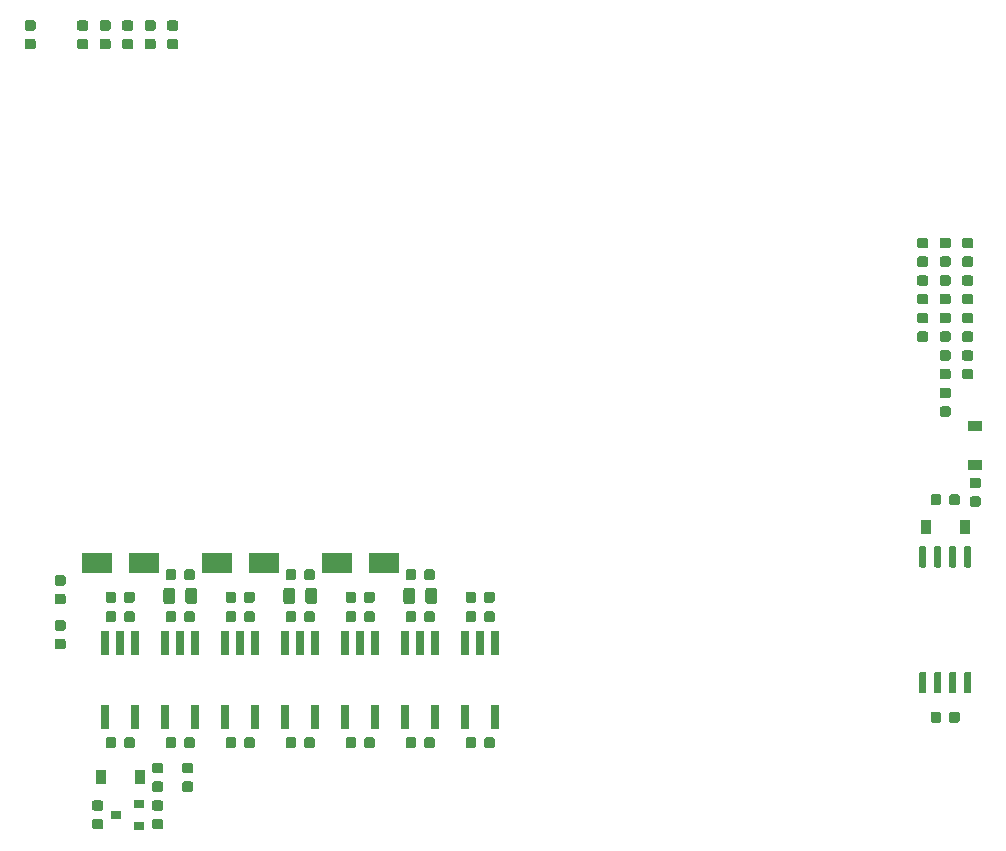
<source format=gtp>
G04 #@! TF.GenerationSoftware,KiCad,Pcbnew,(5.1.2)-1*
G04 #@! TF.CreationDate,2020-04-21T09:17:00+09:00*
G04 #@! TF.ProjectId,InverterBoard,496e7665-7274-4657-9242-6f6172642e6b,rev?*
G04 #@! TF.SameCoordinates,Original*
G04 #@! TF.FileFunction,Paste,Top*
G04 #@! TF.FilePolarity,Positive*
%FSLAX46Y46*%
G04 Gerber Fmt 4.6, Leading zero omitted, Abs format (unit mm)*
G04 Created by KiCad (PCBNEW (5.1.2)-1) date 2020-04-21 09:17:00*
%MOMM*%
%LPD*%
G04 APERTURE LIST*
%ADD10C,0.100000*%
%ADD11C,0.875000*%
%ADD12R,1.200000X0.900000*%
%ADD13C,0.975000*%
%ADD14R,0.900000X1.200000*%
%ADD15R,2.500000X1.800000*%
%ADD16R,0.900000X0.800000*%
%ADD17R,0.640000X2.000000*%
%ADD18C,0.600000*%
G04 APERTURE END LIST*
D10*
G36*
X41362691Y-24291053D02*
G01*
X41383926Y-24294203D01*
X41404750Y-24299419D01*
X41424962Y-24306651D01*
X41444368Y-24315830D01*
X41462781Y-24326866D01*
X41480024Y-24339654D01*
X41495930Y-24354070D01*
X41510346Y-24369976D01*
X41523134Y-24387219D01*
X41534170Y-24405632D01*
X41543349Y-24425038D01*
X41550581Y-24445250D01*
X41555797Y-24466074D01*
X41558947Y-24487309D01*
X41560000Y-24508750D01*
X41560000Y-25021250D01*
X41558947Y-25042691D01*
X41555797Y-25063926D01*
X41550581Y-25084750D01*
X41543349Y-25104962D01*
X41534170Y-25124368D01*
X41523134Y-25142781D01*
X41510346Y-25160024D01*
X41495930Y-25175930D01*
X41480024Y-25190346D01*
X41462781Y-25203134D01*
X41444368Y-25214170D01*
X41424962Y-25223349D01*
X41404750Y-25230581D01*
X41383926Y-25235797D01*
X41362691Y-25238947D01*
X41341250Y-25240000D01*
X40903750Y-25240000D01*
X40882309Y-25238947D01*
X40861074Y-25235797D01*
X40840250Y-25230581D01*
X40820038Y-25223349D01*
X40800632Y-25214170D01*
X40782219Y-25203134D01*
X40764976Y-25190346D01*
X40749070Y-25175930D01*
X40734654Y-25160024D01*
X40721866Y-25142781D01*
X40710830Y-25124368D01*
X40701651Y-25104962D01*
X40694419Y-25084750D01*
X40689203Y-25063926D01*
X40686053Y-25042691D01*
X40685000Y-25021250D01*
X40685000Y-24508750D01*
X40686053Y-24487309D01*
X40689203Y-24466074D01*
X40694419Y-24445250D01*
X40701651Y-24425038D01*
X40710830Y-24405632D01*
X40721866Y-24387219D01*
X40734654Y-24369976D01*
X40749070Y-24354070D01*
X40764976Y-24339654D01*
X40782219Y-24326866D01*
X40800632Y-24315830D01*
X40820038Y-24306651D01*
X40840250Y-24299419D01*
X40861074Y-24294203D01*
X40882309Y-24291053D01*
X40903750Y-24290000D01*
X41341250Y-24290000D01*
X41362691Y-24291053D01*
X41362691Y-24291053D01*
G37*
D11*
X41122500Y-24765000D03*
D10*
G36*
X42937691Y-24291053D02*
G01*
X42958926Y-24294203D01*
X42979750Y-24299419D01*
X42999962Y-24306651D01*
X43019368Y-24315830D01*
X43037781Y-24326866D01*
X43055024Y-24339654D01*
X43070930Y-24354070D01*
X43085346Y-24369976D01*
X43098134Y-24387219D01*
X43109170Y-24405632D01*
X43118349Y-24425038D01*
X43125581Y-24445250D01*
X43130797Y-24466074D01*
X43133947Y-24487309D01*
X43135000Y-24508750D01*
X43135000Y-25021250D01*
X43133947Y-25042691D01*
X43130797Y-25063926D01*
X43125581Y-25084750D01*
X43118349Y-25104962D01*
X43109170Y-25124368D01*
X43098134Y-25142781D01*
X43085346Y-25160024D01*
X43070930Y-25175930D01*
X43055024Y-25190346D01*
X43037781Y-25203134D01*
X43019368Y-25214170D01*
X42999962Y-25223349D01*
X42979750Y-25230581D01*
X42958926Y-25235797D01*
X42937691Y-25238947D01*
X42916250Y-25240000D01*
X42478750Y-25240000D01*
X42457309Y-25238947D01*
X42436074Y-25235797D01*
X42415250Y-25230581D01*
X42395038Y-25223349D01*
X42375632Y-25214170D01*
X42357219Y-25203134D01*
X42339976Y-25190346D01*
X42324070Y-25175930D01*
X42309654Y-25160024D01*
X42296866Y-25142781D01*
X42285830Y-25124368D01*
X42276651Y-25104962D01*
X42269419Y-25084750D01*
X42264203Y-25063926D01*
X42261053Y-25042691D01*
X42260000Y-25021250D01*
X42260000Y-24508750D01*
X42261053Y-24487309D01*
X42264203Y-24466074D01*
X42269419Y-24445250D01*
X42276651Y-24425038D01*
X42285830Y-24405632D01*
X42296866Y-24387219D01*
X42309654Y-24369976D01*
X42324070Y-24354070D01*
X42339976Y-24339654D01*
X42357219Y-24326866D01*
X42375632Y-24315830D01*
X42395038Y-24306651D01*
X42415250Y-24299419D01*
X42436074Y-24294203D01*
X42457309Y-24291053D01*
X42478750Y-24290000D01*
X42916250Y-24290000D01*
X42937691Y-24291053D01*
X42937691Y-24291053D01*
G37*
D11*
X42697500Y-24765000D03*
D12*
X44450000Y-3428000D03*
X44450000Y-128000D03*
D10*
G36*
X-29567309Y-33371053D02*
G01*
X-29546074Y-33374203D01*
X-29525250Y-33379419D01*
X-29505038Y-33386651D01*
X-29485632Y-33395830D01*
X-29467219Y-33406866D01*
X-29449976Y-33419654D01*
X-29434070Y-33434070D01*
X-29419654Y-33449976D01*
X-29406866Y-33467219D01*
X-29395830Y-33485632D01*
X-29386651Y-33505038D01*
X-29379419Y-33525250D01*
X-29374203Y-33546074D01*
X-29371053Y-33567309D01*
X-29370000Y-33588750D01*
X-29370000Y-34026250D01*
X-29371053Y-34047691D01*
X-29374203Y-34068926D01*
X-29379419Y-34089750D01*
X-29386651Y-34109962D01*
X-29395830Y-34129368D01*
X-29406866Y-34147781D01*
X-29419654Y-34165024D01*
X-29434070Y-34180930D01*
X-29449976Y-34195346D01*
X-29467219Y-34208134D01*
X-29485632Y-34219170D01*
X-29505038Y-34228349D01*
X-29525250Y-34235581D01*
X-29546074Y-34240797D01*
X-29567309Y-34243947D01*
X-29588750Y-34245000D01*
X-30101250Y-34245000D01*
X-30122691Y-34243947D01*
X-30143926Y-34240797D01*
X-30164750Y-34235581D01*
X-30184962Y-34228349D01*
X-30204368Y-34219170D01*
X-30222781Y-34208134D01*
X-30240024Y-34195346D01*
X-30255930Y-34180930D01*
X-30270346Y-34165024D01*
X-30283134Y-34147781D01*
X-30294170Y-34129368D01*
X-30303349Y-34109962D01*
X-30310581Y-34089750D01*
X-30315797Y-34068926D01*
X-30318947Y-34047691D01*
X-30320000Y-34026250D01*
X-30320000Y-33588750D01*
X-30318947Y-33567309D01*
X-30315797Y-33546074D01*
X-30310581Y-33525250D01*
X-30303349Y-33505038D01*
X-30294170Y-33485632D01*
X-30283134Y-33467219D01*
X-30270346Y-33449976D01*
X-30255930Y-33434070D01*
X-30240024Y-33419654D01*
X-30222781Y-33406866D01*
X-30204368Y-33395830D01*
X-30184962Y-33386651D01*
X-30164750Y-33379419D01*
X-30143926Y-33374203D01*
X-30122691Y-33371053D01*
X-30101250Y-33370000D01*
X-29588750Y-33370000D01*
X-29567309Y-33371053D01*
X-29567309Y-33371053D01*
G37*
D11*
X-29845000Y-33807500D03*
D10*
G36*
X-29567309Y-31796053D02*
G01*
X-29546074Y-31799203D01*
X-29525250Y-31804419D01*
X-29505038Y-31811651D01*
X-29485632Y-31820830D01*
X-29467219Y-31831866D01*
X-29449976Y-31844654D01*
X-29434070Y-31859070D01*
X-29419654Y-31874976D01*
X-29406866Y-31892219D01*
X-29395830Y-31910632D01*
X-29386651Y-31930038D01*
X-29379419Y-31950250D01*
X-29374203Y-31971074D01*
X-29371053Y-31992309D01*
X-29370000Y-32013750D01*
X-29370000Y-32451250D01*
X-29371053Y-32472691D01*
X-29374203Y-32493926D01*
X-29379419Y-32514750D01*
X-29386651Y-32534962D01*
X-29395830Y-32554368D01*
X-29406866Y-32572781D01*
X-29419654Y-32590024D01*
X-29434070Y-32605930D01*
X-29449976Y-32620346D01*
X-29467219Y-32633134D01*
X-29485632Y-32644170D01*
X-29505038Y-32653349D01*
X-29525250Y-32660581D01*
X-29546074Y-32665797D01*
X-29567309Y-32668947D01*
X-29588750Y-32670000D01*
X-30101250Y-32670000D01*
X-30122691Y-32668947D01*
X-30143926Y-32665797D01*
X-30164750Y-32660581D01*
X-30184962Y-32653349D01*
X-30204368Y-32644170D01*
X-30222781Y-32633134D01*
X-30240024Y-32620346D01*
X-30255930Y-32605930D01*
X-30270346Y-32590024D01*
X-30283134Y-32572781D01*
X-30294170Y-32554368D01*
X-30303349Y-32534962D01*
X-30310581Y-32514750D01*
X-30315797Y-32493926D01*
X-30318947Y-32472691D01*
X-30320000Y-32451250D01*
X-30320000Y-32013750D01*
X-30318947Y-31992309D01*
X-30315797Y-31971074D01*
X-30310581Y-31950250D01*
X-30303349Y-31930038D01*
X-30294170Y-31910632D01*
X-30283134Y-31892219D01*
X-30270346Y-31874976D01*
X-30255930Y-31859070D01*
X-30240024Y-31844654D01*
X-30222781Y-31831866D01*
X-30204368Y-31820830D01*
X-30184962Y-31811651D01*
X-30164750Y-31804419D01*
X-30143926Y-31799203D01*
X-30122691Y-31796053D01*
X-30101250Y-31795000D01*
X-29588750Y-31795000D01*
X-29567309Y-31796053D01*
X-29567309Y-31796053D01*
G37*
D11*
X-29845000Y-32232500D03*
D10*
G36*
X-24487309Y-31796053D02*
G01*
X-24466074Y-31799203D01*
X-24445250Y-31804419D01*
X-24425038Y-31811651D01*
X-24405632Y-31820830D01*
X-24387219Y-31831866D01*
X-24369976Y-31844654D01*
X-24354070Y-31859070D01*
X-24339654Y-31874976D01*
X-24326866Y-31892219D01*
X-24315830Y-31910632D01*
X-24306651Y-31930038D01*
X-24299419Y-31950250D01*
X-24294203Y-31971074D01*
X-24291053Y-31992309D01*
X-24290000Y-32013750D01*
X-24290000Y-32451250D01*
X-24291053Y-32472691D01*
X-24294203Y-32493926D01*
X-24299419Y-32514750D01*
X-24306651Y-32534962D01*
X-24315830Y-32554368D01*
X-24326866Y-32572781D01*
X-24339654Y-32590024D01*
X-24354070Y-32605930D01*
X-24369976Y-32620346D01*
X-24387219Y-32633134D01*
X-24405632Y-32644170D01*
X-24425038Y-32653349D01*
X-24445250Y-32660581D01*
X-24466074Y-32665797D01*
X-24487309Y-32668947D01*
X-24508750Y-32670000D01*
X-25021250Y-32670000D01*
X-25042691Y-32668947D01*
X-25063926Y-32665797D01*
X-25084750Y-32660581D01*
X-25104962Y-32653349D01*
X-25124368Y-32644170D01*
X-25142781Y-32633134D01*
X-25160024Y-32620346D01*
X-25175930Y-32605930D01*
X-25190346Y-32590024D01*
X-25203134Y-32572781D01*
X-25214170Y-32554368D01*
X-25223349Y-32534962D01*
X-25230581Y-32514750D01*
X-25235797Y-32493926D01*
X-25238947Y-32472691D01*
X-25240000Y-32451250D01*
X-25240000Y-32013750D01*
X-25238947Y-31992309D01*
X-25235797Y-31971074D01*
X-25230581Y-31950250D01*
X-25223349Y-31930038D01*
X-25214170Y-31910632D01*
X-25203134Y-31892219D01*
X-25190346Y-31874976D01*
X-25175930Y-31859070D01*
X-25160024Y-31844654D01*
X-25142781Y-31831866D01*
X-25124368Y-31820830D01*
X-25104962Y-31811651D01*
X-25084750Y-31804419D01*
X-25063926Y-31799203D01*
X-25042691Y-31796053D01*
X-25021250Y-31795000D01*
X-24508750Y-31795000D01*
X-24487309Y-31796053D01*
X-24487309Y-31796053D01*
G37*
D11*
X-24765000Y-32232500D03*
D10*
G36*
X-24487309Y-33371053D02*
G01*
X-24466074Y-33374203D01*
X-24445250Y-33379419D01*
X-24425038Y-33386651D01*
X-24405632Y-33395830D01*
X-24387219Y-33406866D01*
X-24369976Y-33419654D01*
X-24354070Y-33434070D01*
X-24339654Y-33449976D01*
X-24326866Y-33467219D01*
X-24315830Y-33485632D01*
X-24306651Y-33505038D01*
X-24299419Y-33525250D01*
X-24294203Y-33546074D01*
X-24291053Y-33567309D01*
X-24290000Y-33588750D01*
X-24290000Y-34026250D01*
X-24291053Y-34047691D01*
X-24294203Y-34068926D01*
X-24299419Y-34089750D01*
X-24306651Y-34109962D01*
X-24315830Y-34129368D01*
X-24326866Y-34147781D01*
X-24339654Y-34165024D01*
X-24354070Y-34180930D01*
X-24369976Y-34195346D01*
X-24387219Y-34208134D01*
X-24405632Y-34219170D01*
X-24425038Y-34228349D01*
X-24445250Y-34235581D01*
X-24466074Y-34240797D01*
X-24487309Y-34243947D01*
X-24508750Y-34245000D01*
X-25021250Y-34245000D01*
X-25042691Y-34243947D01*
X-25063926Y-34240797D01*
X-25084750Y-34235581D01*
X-25104962Y-34228349D01*
X-25124368Y-34219170D01*
X-25142781Y-34208134D01*
X-25160024Y-34195346D01*
X-25175930Y-34180930D01*
X-25190346Y-34165024D01*
X-25203134Y-34147781D01*
X-25214170Y-34129368D01*
X-25223349Y-34109962D01*
X-25230581Y-34089750D01*
X-25235797Y-34068926D01*
X-25238947Y-34047691D01*
X-25240000Y-34026250D01*
X-25240000Y-33588750D01*
X-25238947Y-33567309D01*
X-25235797Y-33546074D01*
X-25230581Y-33525250D01*
X-25223349Y-33505038D01*
X-25214170Y-33485632D01*
X-25203134Y-33467219D01*
X-25190346Y-33449976D01*
X-25175930Y-33434070D01*
X-25160024Y-33419654D01*
X-25142781Y-33406866D01*
X-25124368Y-33395830D01*
X-25104962Y-33386651D01*
X-25084750Y-33379419D01*
X-25063926Y-33374203D01*
X-25042691Y-33371053D01*
X-25021250Y-33370000D01*
X-24508750Y-33370000D01*
X-24487309Y-33371053D01*
X-24487309Y-33371053D01*
G37*
D11*
X-24765000Y-33807500D03*
D10*
G36*
X-23407309Y-15782053D02*
G01*
X-23386074Y-15785203D01*
X-23365250Y-15790419D01*
X-23345038Y-15797651D01*
X-23325632Y-15806830D01*
X-23307219Y-15817866D01*
X-23289976Y-15830654D01*
X-23274070Y-15845070D01*
X-23259654Y-15860976D01*
X-23246866Y-15878219D01*
X-23235830Y-15896632D01*
X-23226651Y-15916038D01*
X-23219419Y-15936250D01*
X-23214203Y-15957074D01*
X-23211053Y-15978309D01*
X-23210000Y-15999750D01*
X-23210000Y-16512250D01*
X-23211053Y-16533691D01*
X-23214203Y-16554926D01*
X-23219419Y-16575750D01*
X-23226651Y-16595962D01*
X-23235830Y-16615368D01*
X-23246866Y-16633781D01*
X-23259654Y-16651024D01*
X-23274070Y-16666930D01*
X-23289976Y-16681346D01*
X-23307219Y-16694134D01*
X-23325632Y-16705170D01*
X-23345038Y-16714349D01*
X-23365250Y-16721581D01*
X-23386074Y-16726797D01*
X-23407309Y-16729947D01*
X-23428750Y-16731000D01*
X-23866250Y-16731000D01*
X-23887691Y-16729947D01*
X-23908926Y-16726797D01*
X-23929750Y-16721581D01*
X-23949962Y-16714349D01*
X-23969368Y-16705170D01*
X-23987781Y-16694134D01*
X-24005024Y-16681346D01*
X-24020930Y-16666930D01*
X-24035346Y-16651024D01*
X-24048134Y-16633781D01*
X-24059170Y-16615368D01*
X-24068349Y-16595962D01*
X-24075581Y-16575750D01*
X-24080797Y-16554926D01*
X-24083947Y-16533691D01*
X-24085000Y-16512250D01*
X-24085000Y-15999750D01*
X-24083947Y-15978309D01*
X-24080797Y-15957074D01*
X-24075581Y-15936250D01*
X-24068349Y-15916038D01*
X-24059170Y-15896632D01*
X-24048134Y-15878219D01*
X-24035346Y-15860976D01*
X-24020930Y-15845070D01*
X-24005024Y-15830654D01*
X-23987781Y-15817866D01*
X-23969368Y-15806830D01*
X-23949962Y-15797651D01*
X-23929750Y-15790419D01*
X-23908926Y-15785203D01*
X-23887691Y-15782053D01*
X-23866250Y-15781000D01*
X-23428750Y-15781000D01*
X-23407309Y-15782053D01*
X-23407309Y-15782053D01*
G37*
D11*
X-23647500Y-16256000D03*
D10*
G36*
X-21832309Y-15782053D02*
G01*
X-21811074Y-15785203D01*
X-21790250Y-15790419D01*
X-21770038Y-15797651D01*
X-21750632Y-15806830D01*
X-21732219Y-15817866D01*
X-21714976Y-15830654D01*
X-21699070Y-15845070D01*
X-21684654Y-15860976D01*
X-21671866Y-15878219D01*
X-21660830Y-15896632D01*
X-21651651Y-15916038D01*
X-21644419Y-15936250D01*
X-21639203Y-15957074D01*
X-21636053Y-15978309D01*
X-21635000Y-15999750D01*
X-21635000Y-16512250D01*
X-21636053Y-16533691D01*
X-21639203Y-16554926D01*
X-21644419Y-16575750D01*
X-21651651Y-16595962D01*
X-21660830Y-16615368D01*
X-21671866Y-16633781D01*
X-21684654Y-16651024D01*
X-21699070Y-16666930D01*
X-21714976Y-16681346D01*
X-21732219Y-16694134D01*
X-21750632Y-16705170D01*
X-21770038Y-16714349D01*
X-21790250Y-16721581D01*
X-21811074Y-16726797D01*
X-21832309Y-16729947D01*
X-21853750Y-16731000D01*
X-22291250Y-16731000D01*
X-22312691Y-16729947D01*
X-22333926Y-16726797D01*
X-22354750Y-16721581D01*
X-22374962Y-16714349D01*
X-22394368Y-16705170D01*
X-22412781Y-16694134D01*
X-22430024Y-16681346D01*
X-22445930Y-16666930D01*
X-22460346Y-16651024D01*
X-22473134Y-16633781D01*
X-22484170Y-16615368D01*
X-22493349Y-16595962D01*
X-22500581Y-16575750D01*
X-22505797Y-16554926D01*
X-22508947Y-16533691D01*
X-22510000Y-16512250D01*
X-22510000Y-15999750D01*
X-22508947Y-15978309D01*
X-22505797Y-15957074D01*
X-22500581Y-15936250D01*
X-22493349Y-15916038D01*
X-22484170Y-15896632D01*
X-22473134Y-15878219D01*
X-22460346Y-15860976D01*
X-22445930Y-15845070D01*
X-22430024Y-15830654D01*
X-22412781Y-15817866D01*
X-22394368Y-15806830D01*
X-22374962Y-15797651D01*
X-22354750Y-15790419D01*
X-22333926Y-15785203D01*
X-22312691Y-15782053D01*
X-22291250Y-15781000D01*
X-21853750Y-15781000D01*
X-21832309Y-15782053D01*
X-21832309Y-15782053D01*
G37*
D11*
X-22072500Y-16256000D03*
D10*
G36*
X-16752309Y-15782053D02*
G01*
X-16731074Y-15785203D01*
X-16710250Y-15790419D01*
X-16690038Y-15797651D01*
X-16670632Y-15806830D01*
X-16652219Y-15817866D01*
X-16634976Y-15830654D01*
X-16619070Y-15845070D01*
X-16604654Y-15860976D01*
X-16591866Y-15878219D01*
X-16580830Y-15896632D01*
X-16571651Y-15916038D01*
X-16564419Y-15936250D01*
X-16559203Y-15957074D01*
X-16556053Y-15978309D01*
X-16555000Y-15999750D01*
X-16555000Y-16512250D01*
X-16556053Y-16533691D01*
X-16559203Y-16554926D01*
X-16564419Y-16575750D01*
X-16571651Y-16595962D01*
X-16580830Y-16615368D01*
X-16591866Y-16633781D01*
X-16604654Y-16651024D01*
X-16619070Y-16666930D01*
X-16634976Y-16681346D01*
X-16652219Y-16694134D01*
X-16670632Y-16705170D01*
X-16690038Y-16714349D01*
X-16710250Y-16721581D01*
X-16731074Y-16726797D01*
X-16752309Y-16729947D01*
X-16773750Y-16731000D01*
X-17211250Y-16731000D01*
X-17232691Y-16729947D01*
X-17253926Y-16726797D01*
X-17274750Y-16721581D01*
X-17294962Y-16714349D01*
X-17314368Y-16705170D01*
X-17332781Y-16694134D01*
X-17350024Y-16681346D01*
X-17365930Y-16666930D01*
X-17380346Y-16651024D01*
X-17393134Y-16633781D01*
X-17404170Y-16615368D01*
X-17413349Y-16595962D01*
X-17420581Y-16575750D01*
X-17425797Y-16554926D01*
X-17428947Y-16533691D01*
X-17430000Y-16512250D01*
X-17430000Y-15999750D01*
X-17428947Y-15978309D01*
X-17425797Y-15957074D01*
X-17420581Y-15936250D01*
X-17413349Y-15916038D01*
X-17404170Y-15896632D01*
X-17393134Y-15878219D01*
X-17380346Y-15860976D01*
X-17365930Y-15845070D01*
X-17350024Y-15830654D01*
X-17332781Y-15817866D01*
X-17314368Y-15806830D01*
X-17294962Y-15797651D01*
X-17274750Y-15790419D01*
X-17253926Y-15785203D01*
X-17232691Y-15782053D01*
X-17211250Y-15781000D01*
X-16773750Y-15781000D01*
X-16752309Y-15782053D01*
X-16752309Y-15782053D01*
G37*
D11*
X-16992500Y-16256000D03*
D10*
G36*
X-18327309Y-15782053D02*
G01*
X-18306074Y-15785203D01*
X-18285250Y-15790419D01*
X-18265038Y-15797651D01*
X-18245632Y-15806830D01*
X-18227219Y-15817866D01*
X-18209976Y-15830654D01*
X-18194070Y-15845070D01*
X-18179654Y-15860976D01*
X-18166866Y-15878219D01*
X-18155830Y-15896632D01*
X-18146651Y-15916038D01*
X-18139419Y-15936250D01*
X-18134203Y-15957074D01*
X-18131053Y-15978309D01*
X-18130000Y-15999750D01*
X-18130000Y-16512250D01*
X-18131053Y-16533691D01*
X-18134203Y-16554926D01*
X-18139419Y-16575750D01*
X-18146651Y-16595962D01*
X-18155830Y-16615368D01*
X-18166866Y-16633781D01*
X-18179654Y-16651024D01*
X-18194070Y-16666930D01*
X-18209976Y-16681346D01*
X-18227219Y-16694134D01*
X-18245632Y-16705170D01*
X-18265038Y-16714349D01*
X-18285250Y-16721581D01*
X-18306074Y-16726797D01*
X-18327309Y-16729947D01*
X-18348750Y-16731000D01*
X-18786250Y-16731000D01*
X-18807691Y-16729947D01*
X-18828926Y-16726797D01*
X-18849750Y-16721581D01*
X-18869962Y-16714349D01*
X-18889368Y-16705170D01*
X-18907781Y-16694134D01*
X-18925024Y-16681346D01*
X-18940930Y-16666930D01*
X-18955346Y-16651024D01*
X-18968134Y-16633781D01*
X-18979170Y-16615368D01*
X-18988349Y-16595962D01*
X-18995581Y-16575750D01*
X-19000797Y-16554926D01*
X-19003947Y-16533691D01*
X-19005000Y-16512250D01*
X-19005000Y-15999750D01*
X-19003947Y-15978309D01*
X-19000797Y-15957074D01*
X-18995581Y-15936250D01*
X-18988349Y-15916038D01*
X-18979170Y-15896632D01*
X-18968134Y-15878219D01*
X-18955346Y-15860976D01*
X-18940930Y-15845070D01*
X-18925024Y-15830654D01*
X-18907781Y-15817866D01*
X-18889368Y-15806830D01*
X-18869962Y-15797651D01*
X-18849750Y-15790419D01*
X-18828926Y-15785203D01*
X-18807691Y-15782053D01*
X-18786250Y-15781000D01*
X-18348750Y-15781000D01*
X-18327309Y-15782053D01*
X-18327309Y-15782053D01*
G37*
D11*
X-18567500Y-16256000D03*
D10*
G36*
X-26912309Y-15782053D02*
G01*
X-26891074Y-15785203D01*
X-26870250Y-15790419D01*
X-26850038Y-15797651D01*
X-26830632Y-15806830D01*
X-26812219Y-15817866D01*
X-26794976Y-15830654D01*
X-26779070Y-15845070D01*
X-26764654Y-15860976D01*
X-26751866Y-15878219D01*
X-26740830Y-15896632D01*
X-26731651Y-15916038D01*
X-26724419Y-15936250D01*
X-26719203Y-15957074D01*
X-26716053Y-15978309D01*
X-26715000Y-15999750D01*
X-26715000Y-16512250D01*
X-26716053Y-16533691D01*
X-26719203Y-16554926D01*
X-26724419Y-16575750D01*
X-26731651Y-16595962D01*
X-26740830Y-16615368D01*
X-26751866Y-16633781D01*
X-26764654Y-16651024D01*
X-26779070Y-16666930D01*
X-26794976Y-16681346D01*
X-26812219Y-16694134D01*
X-26830632Y-16705170D01*
X-26850038Y-16714349D01*
X-26870250Y-16721581D01*
X-26891074Y-16726797D01*
X-26912309Y-16729947D01*
X-26933750Y-16731000D01*
X-27371250Y-16731000D01*
X-27392691Y-16729947D01*
X-27413926Y-16726797D01*
X-27434750Y-16721581D01*
X-27454962Y-16714349D01*
X-27474368Y-16705170D01*
X-27492781Y-16694134D01*
X-27510024Y-16681346D01*
X-27525930Y-16666930D01*
X-27540346Y-16651024D01*
X-27553134Y-16633781D01*
X-27564170Y-16615368D01*
X-27573349Y-16595962D01*
X-27580581Y-16575750D01*
X-27585797Y-16554926D01*
X-27588947Y-16533691D01*
X-27590000Y-16512250D01*
X-27590000Y-15999750D01*
X-27588947Y-15978309D01*
X-27585797Y-15957074D01*
X-27580581Y-15936250D01*
X-27573349Y-15916038D01*
X-27564170Y-15896632D01*
X-27553134Y-15878219D01*
X-27540346Y-15860976D01*
X-27525930Y-15845070D01*
X-27510024Y-15830654D01*
X-27492781Y-15817866D01*
X-27474368Y-15806830D01*
X-27454962Y-15797651D01*
X-27434750Y-15790419D01*
X-27413926Y-15785203D01*
X-27392691Y-15782053D01*
X-27371250Y-15781000D01*
X-26933750Y-15781000D01*
X-26912309Y-15782053D01*
X-26912309Y-15782053D01*
G37*
D11*
X-27152500Y-16256000D03*
D10*
G36*
X-28487309Y-15782053D02*
G01*
X-28466074Y-15785203D01*
X-28445250Y-15790419D01*
X-28425038Y-15797651D01*
X-28405632Y-15806830D01*
X-28387219Y-15817866D01*
X-28369976Y-15830654D01*
X-28354070Y-15845070D01*
X-28339654Y-15860976D01*
X-28326866Y-15878219D01*
X-28315830Y-15896632D01*
X-28306651Y-15916038D01*
X-28299419Y-15936250D01*
X-28294203Y-15957074D01*
X-28291053Y-15978309D01*
X-28290000Y-15999750D01*
X-28290000Y-16512250D01*
X-28291053Y-16533691D01*
X-28294203Y-16554926D01*
X-28299419Y-16575750D01*
X-28306651Y-16595962D01*
X-28315830Y-16615368D01*
X-28326866Y-16633781D01*
X-28339654Y-16651024D01*
X-28354070Y-16666930D01*
X-28369976Y-16681346D01*
X-28387219Y-16694134D01*
X-28405632Y-16705170D01*
X-28425038Y-16714349D01*
X-28445250Y-16721581D01*
X-28466074Y-16726797D01*
X-28487309Y-16729947D01*
X-28508750Y-16731000D01*
X-28946250Y-16731000D01*
X-28967691Y-16729947D01*
X-28988926Y-16726797D01*
X-29009750Y-16721581D01*
X-29029962Y-16714349D01*
X-29049368Y-16705170D01*
X-29067781Y-16694134D01*
X-29085024Y-16681346D01*
X-29100930Y-16666930D01*
X-29115346Y-16651024D01*
X-29128134Y-16633781D01*
X-29139170Y-16615368D01*
X-29148349Y-16595962D01*
X-29155581Y-16575750D01*
X-29160797Y-16554926D01*
X-29163947Y-16533691D01*
X-29165000Y-16512250D01*
X-29165000Y-15999750D01*
X-29163947Y-15978309D01*
X-29160797Y-15957074D01*
X-29155581Y-15936250D01*
X-29148349Y-15916038D01*
X-29139170Y-15896632D01*
X-29128134Y-15878219D01*
X-29115346Y-15860976D01*
X-29100930Y-15845070D01*
X-29085024Y-15830654D01*
X-29067781Y-15817866D01*
X-29049368Y-15806830D01*
X-29029962Y-15797651D01*
X-29009750Y-15790419D01*
X-28988926Y-15785203D01*
X-28967691Y-15782053D01*
X-28946250Y-15781000D01*
X-28508750Y-15781000D01*
X-28487309Y-15782053D01*
X-28487309Y-15782053D01*
G37*
D11*
X-28727500Y-16256000D03*
D10*
G36*
X-21654858Y-13779174D02*
G01*
X-21631197Y-13782684D01*
X-21607993Y-13788496D01*
X-21585471Y-13796554D01*
X-21563847Y-13806782D01*
X-21543330Y-13819079D01*
X-21524117Y-13833329D01*
X-21506393Y-13849393D01*
X-21490329Y-13867117D01*
X-21476079Y-13886330D01*
X-21463782Y-13906847D01*
X-21453554Y-13928471D01*
X-21445496Y-13950993D01*
X-21439684Y-13974197D01*
X-21436174Y-13997858D01*
X-21435000Y-14021750D01*
X-21435000Y-14934250D01*
X-21436174Y-14958142D01*
X-21439684Y-14981803D01*
X-21445496Y-15005007D01*
X-21453554Y-15027529D01*
X-21463782Y-15049153D01*
X-21476079Y-15069670D01*
X-21490329Y-15088883D01*
X-21506393Y-15106607D01*
X-21524117Y-15122671D01*
X-21543330Y-15136921D01*
X-21563847Y-15149218D01*
X-21585471Y-15159446D01*
X-21607993Y-15167504D01*
X-21631197Y-15173316D01*
X-21654858Y-15176826D01*
X-21678750Y-15178000D01*
X-22166250Y-15178000D01*
X-22190142Y-15176826D01*
X-22213803Y-15173316D01*
X-22237007Y-15167504D01*
X-22259529Y-15159446D01*
X-22281153Y-15149218D01*
X-22301670Y-15136921D01*
X-22320883Y-15122671D01*
X-22338607Y-15106607D01*
X-22354671Y-15088883D01*
X-22368921Y-15069670D01*
X-22381218Y-15049153D01*
X-22391446Y-15027529D01*
X-22399504Y-15005007D01*
X-22405316Y-14981803D01*
X-22408826Y-14958142D01*
X-22410000Y-14934250D01*
X-22410000Y-14021750D01*
X-22408826Y-13997858D01*
X-22405316Y-13974197D01*
X-22399504Y-13950993D01*
X-22391446Y-13928471D01*
X-22381218Y-13906847D01*
X-22368921Y-13886330D01*
X-22354671Y-13867117D01*
X-22338607Y-13849393D01*
X-22320883Y-13833329D01*
X-22301670Y-13819079D01*
X-22281153Y-13806782D01*
X-22259529Y-13796554D01*
X-22237007Y-13788496D01*
X-22213803Y-13782684D01*
X-22190142Y-13779174D01*
X-22166250Y-13778000D01*
X-21678750Y-13778000D01*
X-21654858Y-13779174D01*
X-21654858Y-13779174D01*
G37*
D13*
X-21922500Y-14478000D03*
D10*
G36*
X-23529858Y-13779174D02*
G01*
X-23506197Y-13782684D01*
X-23482993Y-13788496D01*
X-23460471Y-13796554D01*
X-23438847Y-13806782D01*
X-23418330Y-13819079D01*
X-23399117Y-13833329D01*
X-23381393Y-13849393D01*
X-23365329Y-13867117D01*
X-23351079Y-13886330D01*
X-23338782Y-13906847D01*
X-23328554Y-13928471D01*
X-23320496Y-13950993D01*
X-23314684Y-13974197D01*
X-23311174Y-13997858D01*
X-23310000Y-14021750D01*
X-23310000Y-14934250D01*
X-23311174Y-14958142D01*
X-23314684Y-14981803D01*
X-23320496Y-15005007D01*
X-23328554Y-15027529D01*
X-23338782Y-15049153D01*
X-23351079Y-15069670D01*
X-23365329Y-15088883D01*
X-23381393Y-15106607D01*
X-23399117Y-15122671D01*
X-23418330Y-15136921D01*
X-23438847Y-15149218D01*
X-23460471Y-15159446D01*
X-23482993Y-15167504D01*
X-23506197Y-15173316D01*
X-23529858Y-15176826D01*
X-23553750Y-15178000D01*
X-24041250Y-15178000D01*
X-24065142Y-15176826D01*
X-24088803Y-15173316D01*
X-24112007Y-15167504D01*
X-24134529Y-15159446D01*
X-24156153Y-15149218D01*
X-24176670Y-15136921D01*
X-24195883Y-15122671D01*
X-24213607Y-15106607D01*
X-24229671Y-15088883D01*
X-24243921Y-15069670D01*
X-24256218Y-15049153D01*
X-24266446Y-15027529D01*
X-24274504Y-15005007D01*
X-24280316Y-14981803D01*
X-24283826Y-14958142D01*
X-24285000Y-14934250D01*
X-24285000Y-14021750D01*
X-24283826Y-13997858D01*
X-24280316Y-13974197D01*
X-24274504Y-13950993D01*
X-24266446Y-13928471D01*
X-24256218Y-13906847D01*
X-24243921Y-13886330D01*
X-24229671Y-13867117D01*
X-24213607Y-13849393D01*
X-24195883Y-13833329D01*
X-24176670Y-13819079D01*
X-24156153Y-13806782D01*
X-24134529Y-13796554D01*
X-24112007Y-13788496D01*
X-24088803Y-13782684D01*
X-24065142Y-13779174D01*
X-24041250Y-13778000D01*
X-23553750Y-13778000D01*
X-23529858Y-13779174D01*
X-23529858Y-13779174D01*
G37*
D13*
X-23797500Y-14478000D03*
D10*
G36*
X-13247309Y-15782053D02*
G01*
X-13226074Y-15785203D01*
X-13205250Y-15790419D01*
X-13185038Y-15797651D01*
X-13165632Y-15806830D01*
X-13147219Y-15817866D01*
X-13129976Y-15830654D01*
X-13114070Y-15845070D01*
X-13099654Y-15860976D01*
X-13086866Y-15878219D01*
X-13075830Y-15896632D01*
X-13066651Y-15916038D01*
X-13059419Y-15936250D01*
X-13054203Y-15957074D01*
X-13051053Y-15978309D01*
X-13050000Y-15999750D01*
X-13050000Y-16512250D01*
X-13051053Y-16533691D01*
X-13054203Y-16554926D01*
X-13059419Y-16575750D01*
X-13066651Y-16595962D01*
X-13075830Y-16615368D01*
X-13086866Y-16633781D01*
X-13099654Y-16651024D01*
X-13114070Y-16666930D01*
X-13129976Y-16681346D01*
X-13147219Y-16694134D01*
X-13165632Y-16705170D01*
X-13185038Y-16714349D01*
X-13205250Y-16721581D01*
X-13226074Y-16726797D01*
X-13247309Y-16729947D01*
X-13268750Y-16731000D01*
X-13706250Y-16731000D01*
X-13727691Y-16729947D01*
X-13748926Y-16726797D01*
X-13769750Y-16721581D01*
X-13789962Y-16714349D01*
X-13809368Y-16705170D01*
X-13827781Y-16694134D01*
X-13845024Y-16681346D01*
X-13860930Y-16666930D01*
X-13875346Y-16651024D01*
X-13888134Y-16633781D01*
X-13899170Y-16615368D01*
X-13908349Y-16595962D01*
X-13915581Y-16575750D01*
X-13920797Y-16554926D01*
X-13923947Y-16533691D01*
X-13925000Y-16512250D01*
X-13925000Y-15999750D01*
X-13923947Y-15978309D01*
X-13920797Y-15957074D01*
X-13915581Y-15936250D01*
X-13908349Y-15916038D01*
X-13899170Y-15896632D01*
X-13888134Y-15878219D01*
X-13875346Y-15860976D01*
X-13860930Y-15845070D01*
X-13845024Y-15830654D01*
X-13827781Y-15817866D01*
X-13809368Y-15806830D01*
X-13789962Y-15797651D01*
X-13769750Y-15790419D01*
X-13748926Y-15785203D01*
X-13727691Y-15782053D01*
X-13706250Y-15781000D01*
X-13268750Y-15781000D01*
X-13247309Y-15782053D01*
X-13247309Y-15782053D01*
G37*
D11*
X-13487500Y-16256000D03*
D10*
G36*
X-11672309Y-15782053D02*
G01*
X-11651074Y-15785203D01*
X-11630250Y-15790419D01*
X-11610038Y-15797651D01*
X-11590632Y-15806830D01*
X-11572219Y-15817866D01*
X-11554976Y-15830654D01*
X-11539070Y-15845070D01*
X-11524654Y-15860976D01*
X-11511866Y-15878219D01*
X-11500830Y-15896632D01*
X-11491651Y-15916038D01*
X-11484419Y-15936250D01*
X-11479203Y-15957074D01*
X-11476053Y-15978309D01*
X-11475000Y-15999750D01*
X-11475000Y-16512250D01*
X-11476053Y-16533691D01*
X-11479203Y-16554926D01*
X-11484419Y-16575750D01*
X-11491651Y-16595962D01*
X-11500830Y-16615368D01*
X-11511866Y-16633781D01*
X-11524654Y-16651024D01*
X-11539070Y-16666930D01*
X-11554976Y-16681346D01*
X-11572219Y-16694134D01*
X-11590632Y-16705170D01*
X-11610038Y-16714349D01*
X-11630250Y-16721581D01*
X-11651074Y-16726797D01*
X-11672309Y-16729947D01*
X-11693750Y-16731000D01*
X-12131250Y-16731000D01*
X-12152691Y-16729947D01*
X-12173926Y-16726797D01*
X-12194750Y-16721581D01*
X-12214962Y-16714349D01*
X-12234368Y-16705170D01*
X-12252781Y-16694134D01*
X-12270024Y-16681346D01*
X-12285930Y-16666930D01*
X-12300346Y-16651024D01*
X-12313134Y-16633781D01*
X-12324170Y-16615368D01*
X-12333349Y-16595962D01*
X-12340581Y-16575750D01*
X-12345797Y-16554926D01*
X-12348947Y-16533691D01*
X-12350000Y-16512250D01*
X-12350000Y-15999750D01*
X-12348947Y-15978309D01*
X-12345797Y-15957074D01*
X-12340581Y-15936250D01*
X-12333349Y-15916038D01*
X-12324170Y-15896632D01*
X-12313134Y-15878219D01*
X-12300346Y-15860976D01*
X-12285930Y-15845070D01*
X-12270024Y-15830654D01*
X-12252781Y-15817866D01*
X-12234368Y-15806830D01*
X-12214962Y-15797651D01*
X-12194750Y-15790419D01*
X-12173926Y-15785203D01*
X-12152691Y-15782053D01*
X-12131250Y-15781000D01*
X-11693750Y-15781000D01*
X-11672309Y-15782053D01*
X-11672309Y-15782053D01*
G37*
D11*
X-11912500Y-16256000D03*
D10*
G36*
X-6592309Y-15782053D02*
G01*
X-6571074Y-15785203D01*
X-6550250Y-15790419D01*
X-6530038Y-15797651D01*
X-6510632Y-15806830D01*
X-6492219Y-15817866D01*
X-6474976Y-15830654D01*
X-6459070Y-15845070D01*
X-6444654Y-15860976D01*
X-6431866Y-15878219D01*
X-6420830Y-15896632D01*
X-6411651Y-15916038D01*
X-6404419Y-15936250D01*
X-6399203Y-15957074D01*
X-6396053Y-15978309D01*
X-6395000Y-15999750D01*
X-6395000Y-16512250D01*
X-6396053Y-16533691D01*
X-6399203Y-16554926D01*
X-6404419Y-16575750D01*
X-6411651Y-16595962D01*
X-6420830Y-16615368D01*
X-6431866Y-16633781D01*
X-6444654Y-16651024D01*
X-6459070Y-16666930D01*
X-6474976Y-16681346D01*
X-6492219Y-16694134D01*
X-6510632Y-16705170D01*
X-6530038Y-16714349D01*
X-6550250Y-16721581D01*
X-6571074Y-16726797D01*
X-6592309Y-16729947D01*
X-6613750Y-16731000D01*
X-7051250Y-16731000D01*
X-7072691Y-16729947D01*
X-7093926Y-16726797D01*
X-7114750Y-16721581D01*
X-7134962Y-16714349D01*
X-7154368Y-16705170D01*
X-7172781Y-16694134D01*
X-7190024Y-16681346D01*
X-7205930Y-16666930D01*
X-7220346Y-16651024D01*
X-7233134Y-16633781D01*
X-7244170Y-16615368D01*
X-7253349Y-16595962D01*
X-7260581Y-16575750D01*
X-7265797Y-16554926D01*
X-7268947Y-16533691D01*
X-7270000Y-16512250D01*
X-7270000Y-15999750D01*
X-7268947Y-15978309D01*
X-7265797Y-15957074D01*
X-7260581Y-15936250D01*
X-7253349Y-15916038D01*
X-7244170Y-15896632D01*
X-7233134Y-15878219D01*
X-7220346Y-15860976D01*
X-7205930Y-15845070D01*
X-7190024Y-15830654D01*
X-7172781Y-15817866D01*
X-7154368Y-15806830D01*
X-7134962Y-15797651D01*
X-7114750Y-15790419D01*
X-7093926Y-15785203D01*
X-7072691Y-15782053D01*
X-7051250Y-15781000D01*
X-6613750Y-15781000D01*
X-6592309Y-15782053D01*
X-6592309Y-15782053D01*
G37*
D11*
X-6832500Y-16256000D03*
D10*
G36*
X-8167309Y-15782053D02*
G01*
X-8146074Y-15785203D01*
X-8125250Y-15790419D01*
X-8105038Y-15797651D01*
X-8085632Y-15806830D01*
X-8067219Y-15817866D01*
X-8049976Y-15830654D01*
X-8034070Y-15845070D01*
X-8019654Y-15860976D01*
X-8006866Y-15878219D01*
X-7995830Y-15896632D01*
X-7986651Y-15916038D01*
X-7979419Y-15936250D01*
X-7974203Y-15957074D01*
X-7971053Y-15978309D01*
X-7970000Y-15999750D01*
X-7970000Y-16512250D01*
X-7971053Y-16533691D01*
X-7974203Y-16554926D01*
X-7979419Y-16575750D01*
X-7986651Y-16595962D01*
X-7995830Y-16615368D01*
X-8006866Y-16633781D01*
X-8019654Y-16651024D01*
X-8034070Y-16666930D01*
X-8049976Y-16681346D01*
X-8067219Y-16694134D01*
X-8085632Y-16705170D01*
X-8105038Y-16714349D01*
X-8125250Y-16721581D01*
X-8146074Y-16726797D01*
X-8167309Y-16729947D01*
X-8188750Y-16731000D01*
X-8626250Y-16731000D01*
X-8647691Y-16729947D01*
X-8668926Y-16726797D01*
X-8689750Y-16721581D01*
X-8709962Y-16714349D01*
X-8729368Y-16705170D01*
X-8747781Y-16694134D01*
X-8765024Y-16681346D01*
X-8780930Y-16666930D01*
X-8795346Y-16651024D01*
X-8808134Y-16633781D01*
X-8819170Y-16615368D01*
X-8828349Y-16595962D01*
X-8835581Y-16575750D01*
X-8840797Y-16554926D01*
X-8843947Y-16533691D01*
X-8845000Y-16512250D01*
X-8845000Y-15999750D01*
X-8843947Y-15978309D01*
X-8840797Y-15957074D01*
X-8835581Y-15936250D01*
X-8828349Y-15916038D01*
X-8819170Y-15896632D01*
X-8808134Y-15878219D01*
X-8795346Y-15860976D01*
X-8780930Y-15845070D01*
X-8765024Y-15830654D01*
X-8747781Y-15817866D01*
X-8729368Y-15806830D01*
X-8709962Y-15797651D01*
X-8689750Y-15790419D01*
X-8668926Y-15785203D01*
X-8647691Y-15782053D01*
X-8626250Y-15781000D01*
X-8188750Y-15781000D01*
X-8167309Y-15782053D01*
X-8167309Y-15782053D01*
G37*
D11*
X-8407500Y-16256000D03*
D10*
G36*
X-13369858Y-13779174D02*
G01*
X-13346197Y-13782684D01*
X-13322993Y-13788496D01*
X-13300471Y-13796554D01*
X-13278847Y-13806782D01*
X-13258330Y-13819079D01*
X-13239117Y-13833329D01*
X-13221393Y-13849393D01*
X-13205329Y-13867117D01*
X-13191079Y-13886330D01*
X-13178782Y-13906847D01*
X-13168554Y-13928471D01*
X-13160496Y-13950993D01*
X-13154684Y-13974197D01*
X-13151174Y-13997858D01*
X-13150000Y-14021750D01*
X-13150000Y-14934250D01*
X-13151174Y-14958142D01*
X-13154684Y-14981803D01*
X-13160496Y-15005007D01*
X-13168554Y-15027529D01*
X-13178782Y-15049153D01*
X-13191079Y-15069670D01*
X-13205329Y-15088883D01*
X-13221393Y-15106607D01*
X-13239117Y-15122671D01*
X-13258330Y-15136921D01*
X-13278847Y-15149218D01*
X-13300471Y-15159446D01*
X-13322993Y-15167504D01*
X-13346197Y-15173316D01*
X-13369858Y-15176826D01*
X-13393750Y-15178000D01*
X-13881250Y-15178000D01*
X-13905142Y-15176826D01*
X-13928803Y-15173316D01*
X-13952007Y-15167504D01*
X-13974529Y-15159446D01*
X-13996153Y-15149218D01*
X-14016670Y-15136921D01*
X-14035883Y-15122671D01*
X-14053607Y-15106607D01*
X-14069671Y-15088883D01*
X-14083921Y-15069670D01*
X-14096218Y-15049153D01*
X-14106446Y-15027529D01*
X-14114504Y-15005007D01*
X-14120316Y-14981803D01*
X-14123826Y-14958142D01*
X-14125000Y-14934250D01*
X-14125000Y-14021750D01*
X-14123826Y-13997858D01*
X-14120316Y-13974197D01*
X-14114504Y-13950993D01*
X-14106446Y-13928471D01*
X-14096218Y-13906847D01*
X-14083921Y-13886330D01*
X-14069671Y-13867117D01*
X-14053607Y-13849393D01*
X-14035883Y-13833329D01*
X-14016670Y-13819079D01*
X-13996153Y-13806782D01*
X-13974529Y-13796554D01*
X-13952007Y-13788496D01*
X-13928803Y-13782684D01*
X-13905142Y-13779174D01*
X-13881250Y-13778000D01*
X-13393750Y-13778000D01*
X-13369858Y-13779174D01*
X-13369858Y-13779174D01*
G37*
D13*
X-13637500Y-14478000D03*
D10*
G36*
X-11494858Y-13779174D02*
G01*
X-11471197Y-13782684D01*
X-11447993Y-13788496D01*
X-11425471Y-13796554D01*
X-11403847Y-13806782D01*
X-11383330Y-13819079D01*
X-11364117Y-13833329D01*
X-11346393Y-13849393D01*
X-11330329Y-13867117D01*
X-11316079Y-13886330D01*
X-11303782Y-13906847D01*
X-11293554Y-13928471D01*
X-11285496Y-13950993D01*
X-11279684Y-13974197D01*
X-11276174Y-13997858D01*
X-11275000Y-14021750D01*
X-11275000Y-14934250D01*
X-11276174Y-14958142D01*
X-11279684Y-14981803D01*
X-11285496Y-15005007D01*
X-11293554Y-15027529D01*
X-11303782Y-15049153D01*
X-11316079Y-15069670D01*
X-11330329Y-15088883D01*
X-11346393Y-15106607D01*
X-11364117Y-15122671D01*
X-11383330Y-15136921D01*
X-11403847Y-15149218D01*
X-11425471Y-15159446D01*
X-11447993Y-15167504D01*
X-11471197Y-15173316D01*
X-11494858Y-15176826D01*
X-11518750Y-15178000D01*
X-12006250Y-15178000D01*
X-12030142Y-15176826D01*
X-12053803Y-15173316D01*
X-12077007Y-15167504D01*
X-12099529Y-15159446D01*
X-12121153Y-15149218D01*
X-12141670Y-15136921D01*
X-12160883Y-15122671D01*
X-12178607Y-15106607D01*
X-12194671Y-15088883D01*
X-12208921Y-15069670D01*
X-12221218Y-15049153D01*
X-12231446Y-15027529D01*
X-12239504Y-15005007D01*
X-12245316Y-14981803D01*
X-12248826Y-14958142D01*
X-12250000Y-14934250D01*
X-12250000Y-14021750D01*
X-12248826Y-13997858D01*
X-12245316Y-13974197D01*
X-12239504Y-13950993D01*
X-12231446Y-13928471D01*
X-12221218Y-13906847D01*
X-12208921Y-13886330D01*
X-12194671Y-13867117D01*
X-12178607Y-13849393D01*
X-12160883Y-13833329D01*
X-12141670Y-13819079D01*
X-12121153Y-13806782D01*
X-12099529Y-13796554D01*
X-12077007Y-13788496D01*
X-12053803Y-13782684D01*
X-12030142Y-13779174D01*
X-12006250Y-13778000D01*
X-11518750Y-13778000D01*
X-11494858Y-13779174D01*
X-11494858Y-13779174D01*
G37*
D13*
X-11762500Y-14478000D03*
D10*
G36*
X-1512309Y-15782053D02*
G01*
X-1491074Y-15785203D01*
X-1470250Y-15790419D01*
X-1450038Y-15797651D01*
X-1430632Y-15806830D01*
X-1412219Y-15817866D01*
X-1394976Y-15830654D01*
X-1379070Y-15845070D01*
X-1364654Y-15860976D01*
X-1351866Y-15878219D01*
X-1340830Y-15896632D01*
X-1331651Y-15916038D01*
X-1324419Y-15936250D01*
X-1319203Y-15957074D01*
X-1316053Y-15978309D01*
X-1315000Y-15999750D01*
X-1315000Y-16512250D01*
X-1316053Y-16533691D01*
X-1319203Y-16554926D01*
X-1324419Y-16575750D01*
X-1331651Y-16595962D01*
X-1340830Y-16615368D01*
X-1351866Y-16633781D01*
X-1364654Y-16651024D01*
X-1379070Y-16666930D01*
X-1394976Y-16681346D01*
X-1412219Y-16694134D01*
X-1430632Y-16705170D01*
X-1450038Y-16714349D01*
X-1470250Y-16721581D01*
X-1491074Y-16726797D01*
X-1512309Y-16729947D01*
X-1533750Y-16731000D01*
X-1971250Y-16731000D01*
X-1992691Y-16729947D01*
X-2013926Y-16726797D01*
X-2034750Y-16721581D01*
X-2054962Y-16714349D01*
X-2074368Y-16705170D01*
X-2092781Y-16694134D01*
X-2110024Y-16681346D01*
X-2125930Y-16666930D01*
X-2140346Y-16651024D01*
X-2153134Y-16633781D01*
X-2164170Y-16615368D01*
X-2173349Y-16595962D01*
X-2180581Y-16575750D01*
X-2185797Y-16554926D01*
X-2188947Y-16533691D01*
X-2190000Y-16512250D01*
X-2190000Y-15999750D01*
X-2188947Y-15978309D01*
X-2185797Y-15957074D01*
X-2180581Y-15936250D01*
X-2173349Y-15916038D01*
X-2164170Y-15896632D01*
X-2153134Y-15878219D01*
X-2140346Y-15860976D01*
X-2125930Y-15845070D01*
X-2110024Y-15830654D01*
X-2092781Y-15817866D01*
X-2074368Y-15806830D01*
X-2054962Y-15797651D01*
X-2034750Y-15790419D01*
X-2013926Y-15785203D01*
X-1992691Y-15782053D01*
X-1971250Y-15781000D01*
X-1533750Y-15781000D01*
X-1512309Y-15782053D01*
X-1512309Y-15782053D01*
G37*
D11*
X-1752500Y-16256000D03*
D10*
G36*
X-3087309Y-15782053D02*
G01*
X-3066074Y-15785203D01*
X-3045250Y-15790419D01*
X-3025038Y-15797651D01*
X-3005632Y-15806830D01*
X-2987219Y-15817866D01*
X-2969976Y-15830654D01*
X-2954070Y-15845070D01*
X-2939654Y-15860976D01*
X-2926866Y-15878219D01*
X-2915830Y-15896632D01*
X-2906651Y-15916038D01*
X-2899419Y-15936250D01*
X-2894203Y-15957074D01*
X-2891053Y-15978309D01*
X-2890000Y-15999750D01*
X-2890000Y-16512250D01*
X-2891053Y-16533691D01*
X-2894203Y-16554926D01*
X-2899419Y-16575750D01*
X-2906651Y-16595962D01*
X-2915830Y-16615368D01*
X-2926866Y-16633781D01*
X-2939654Y-16651024D01*
X-2954070Y-16666930D01*
X-2969976Y-16681346D01*
X-2987219Y-16694134D01*
X-3005632Y-16705170D01*
X-3025038Y-16714349D01*
X-3045250Y-16721581D01*
X-3066074Y-16726797D01*
X-3087309Y-16729947D01*
X-3108750Y-16731000D01*
X-3546250Y-16731000D01*
X-3567691Y-16729947D01*
X-3588926Y-16726797D01*
X-3609750Y-16721581D01*
X-3629962Y-16714349D01*
X-3649368Y-16705170D01*
X-3667781Y-16694134D01*
X-3685024Y-16681346D01*
X-3700930Y-16666930D01*
X-3715346Y-16651024D01*
X-3728134Y-16633781D01*
X-3739170Y-16615368D01*
X-3748349Y-16595962D01*
X-3755581Y-16575750D01*
X-3760797Y-16554926D01*
X-3763947Y-16533691D01*
X-3765000Y-16512250D01*
X-3765000Y-15999750D01*
X-3763947Y-15978309D01*
X-3760797Y-15957074D01*
X-3755581Y-15936250D01*
X-3748349Y-15916038D01*
X-3739170Y-15896632D01*
X-3728134Y-15878219D01*
X-3715346Y-15860976D01*
X-3700930Y-15845070D01*
X-3685024Y-15830654D01*
X-3667781Y-15817866D01*
X-3649368Y-15806830D01*
X-3629962Y-15797651D01*
X-3609750Y-15790419D01*
X-3588926Y-15785203D01*
X-3567691Y-15782053D01*
X-3546250Y-15781000D01*
X-3108750Y-15781000D01*
X-3087309Y-15782053D01*
X-3087309Y-15782053D01*
G37*
D11*
X-3327500Y-16256000D03*
D10*
G36*
X1992691Y-15782053D02*
G01*
X2013926Y-15785203D01*
X2034750Y-15790419D01*
X2054962Y-15797651D01*
X2074368Y-15806830D01*
X2092781Y-15817866D01*
X2110024Y-15830654D01*
X2125930Y-15845070D01*
X2140346Y-15860976D01*
X2153134Y-15878219D01*
X2164170Y-15896632D01*
X2173349Y-15916038D01*
X2180581Y-15936250D01*
X2185797Y-15957074D01*
X2188947Y-15978309D01*
X2190000Y-15999750D01*
X2190000Y-16512250D01*
X2188947Y-16533691D01*
X2185797Y-16554926D01*
X2180581Y-16575750D01*
X2173349Y-16595962D01*
X2164170Y-16615368D01*
X2153134Y-16633781D01*
X2140346Y-16651024D01*
X2125930Y-16666930D01*
X2110024Y-16681346D01*
X2092781Y-16694134D01*
X2074368Y-16705170D01*
X2054962Y-16714349D01*
X2034750Y-16721581D01*
X2013926Y-16726797D01*
X1992691Y-16729947D01*
X1971250Y-16731000D01*
X1533750Y-16731000D01*
X1512309Y-16729947D01*
X1491074Y-16726797D01*
X1470250Y-16721581D01*
X1450038Y-16714349D01*
X1430632Y-16705170D01*
X1412219Y-16694134D01*
X1394976Y-16681346D01*
X1379070Y-16666930D01*
X1364654Y-16651024D01*
X1351866Y-16633781D01*
X1340830Y-16615368D01*
X1331651Y-16595962D01*
X1324419Y-16575750D01*
X1319203Y-16554926D01*
X1316053Y-16533691D01*
X1315000Y-16512250D01*
X1315000Y-15999750D01*
X1316053Y-15978309D01*
X1319203Y-15957074D01*
X1324419Y-15936250D01*
X1331651Y-15916038D01*
X1340830Y-15896632D01*
X1351866Y-15878219D01*
X1364654Y-15860976D01*
X1379070Y-15845070D01*
X1394976Y-15830654D01*
X1412219Y-15817866D01*
X1430632Y-15806830D01*
X1450038Y-15797651D01*
X1470250Y-15790419D01*
X1491074Y-15785203D01*
X1512309Y-15782053D01*
X1533750Y-15781000D01*
X1971250Y-15781000D01*
X1992691Y-15782053D01*
X1992691Y-15782053D01*
G37*
D11*
X1752500Y-16256000D03*
D10*
G36*
X3567691Y-15782053D02*
G01*
X3588926Y-15785203D01*
X3609750Y-15790419D01*
X3629962Y-15797651D01*
X3649368Y-15806830D01*
X3667781Y-15817866D01*
X3685024Y-15830654D01*
X3700930Y-15845070D01*
X3715346Y-15860976D01*
X3728134Y-15878219D01*
X3739170Y-15896632D01*
X3748349Y-15916038D01*
X3755581Y-15936250D01*
X3760797Y-15957074D01*
X3763947Y-15978309D01*
X3765000Y-15999750D01*
X3765000Y-16512250D01*
X3763947Y-16533691D01*
X3760797Y-16554926D01*
X3755581Y-16575750D01*
X3748349Y-16595962D01*
X3739170Y-16615368D01*
X3728134Y-16633781D01*
X3715346Y-16651024D01*
X3700930Y-16666930D01*
X3685024Y-16681346D01*
X3667781Y-16694134D01*
X3649368Y-16705170D01*
X3629962Y-16714349D01*
X3609750Y-16721581D01*
X3588926Y-16726797D01*
X3567691Y-16729947D01*
X3546250Y-16731000D01*
X3108750Y-16731000D01*
X3087309Y-16729947D01*
X3066074Y-16726797D01*
X3045250Y-16721581D01*
X3025038Y-16714349D01*
X3005632Y-16705170D01*
X2987219Y-16694134D01*
X2969976Y-16681346D01*
X2954070Y-16666930D01*
X2939654Y-16651024D01*
X2926866Y-16633781D01*
X2915830Y-16615368D01*
X2906651Y-16595962D01*
X2899419Y-16575750D01*
X2894203Y-16554926D01*
X2891053Y-16533691D01*
X2890000Y-16512250D01*
X2890000Y-15999750D01*
X2891053Y-15978309D01*
X2894203Y-15957074D01*
X2899419Y-15936250D01*
X2906651Y-15916038D01*
X2915830Y-15896632D01*
X2926866Y-15878219D01*
X2939654Y-15860976D01*
X2954070Y-15845070D01*
X2969976Y-15830654D01*
X2987219Y-15817866D01*
X3005632Y-15806830D01*
X3025038Y-15797651D01*
X3045250Y-15790419D01*
X3066074Y-15785203D01*
X3087309Y-15782053D01*
X3108750Y-15781000D01*
X3546250Y-15781000D01*
X3567691Y-15782053D01*
X3567691Y-15782053D01*
G37*
D11*
X3327500Y-16256000D03*
D10*
G36*
X-3209858Y-13779174D02*
G01*
X-3186197Y-13782684D01*
X-3162993Y-13788496D01*
X-3140471Y-13796554D01*
X-3118847Y-13806782D01*
X-3098330Y-13819079D01*
X-3079117Y-13833329D01*
X-3061393Y-13849393D01*
X-3045329Y-13867117D01*
X-3031079Y-13886330D01*
X-3018782Y-13906847D01*
X-3008554Y-13928471D01*
X-3000496Y-13950993D01*
X-2994684Y-13974197D01*
X-2991174Y-13997858D01*
X-2990000Y-14021750D01*
X-2990000Y-14934250D01*
X-2991174Y-14958142D01*
X-2994684Y-14981803D01*
X-3000496Y-15005007D01*
X-3008554Y-15027529D01*
X-3018782Y-15049153D01*
X-3031079Y-15069670D01*
X-3045329Y-15088883D01*
X-3061393Y-15106607D01*
X-3079117Y-15122671D01*
X-3098330Y-15136921D01*
X-3118847Y-15149218D01*
X-3140471Y-15159446D01*
X-3162993Y-15167504D01*
X-3186197Y-15173316D01*
X-3209858Y-15176826D01*
X-3233750Y-15178000D01*
X-3721250Y-15178000D01*
X-3745142Y-15176826D01*
X-3768803Y-15173316D01*
X-3792007Y-15167504D01*
X-3814529Y-15159446D01*
X-3836153Y-15149218D01*
X-3856670Y-15136921D01*
X-3875883Y-15122671D01*
X-3893607Y-15106607D01*
X-3909671Y-15088883D01*
X-3923921Y-15069670D01*
X-3936218Y-15049153D01*
X-3946446Y-15027529D01*
X-3954504Y-15005007D01*
X-3960316Y-14981803D01*
X-3963826Y-14958142D01*
X-3965000Y-14934250D01*
X-3965000Y-14021750D01*
X-3963826Y-13997858D01*
X-3960316Y-13974197D01*
X-3954504Y-13950993D01*
X-3946446Y-13928471D01*
X-3936218Y-13906847D01*
X-3923921Y-13886330D01*
X-3909671Y-13867117D01*
X-3893607Y-13849393D01*
X-3875883Y-13833329D01*
X-3856670Y-13819079D01*
X-3836153Y-13806782D01*
X-3814529Y-13796554D01*
X-3792007Y-13788496D01*
X-3768803Y-13782684D01*
X-3745142Y-13779174D01*
X-3721250Y-13778000D01*
X-3233750Y-13778000D01*
X-3209858Y-13779174D01*
X-3209858Y-13779174D01*
G37*
D13*
X-3477500Y-14478000D03*
D10*
G36*
X-1334858Y-13779174D02*
G01*
X-1311197Y-13782684D01*
X-1287993Y-13788496D01*
X-1265471Y-13796554D01*
X-1243847Y-13806782D01*
X-1223330Y-13819079D01*
X-1204117Y-13833329D01*
X-1186393Y-13849393D01*
X-1170329Y-13867117D01*
X-1156079Y-13886330D01*
X-1143782Y-13906847D01*
X-1133554Y-13928471D01*
X-1125496Y-13950993D01*
X-1119684Y-13974197D01*
X-1116174Y-13997858D01*
X-1115000Y-14021750D01*
X-1115000Y-14934250D01*
X-1116174Y-14958142D01*
X-1119684Y-14981803D01*
X-1125496Y-15005007D01*
X-1133554Y-15027529D01*
X-1143782Y-15049153D01*
X-1156079Y-15069670D01*
X-1170329Y-15088883D01*
X-1186393Y-15106607D01*
X-1204117Y-15122671D01*
X-1223330Y-15136921D01*
X-1243847Y-15149218D01*
X-1265471Y-15159446D01*
X-1287993Y-15167504D01*
X-1311197Y-15173316D01*
X-1334858Y-15176826D01*
X-1358750Y-15178000D01*
X-1846250Y-15178000D01*
X-1870142Y-15176826D01*
X-1893803Y-15173316D01*
X-1917007Y-15167504D01*
X-1939529Y-15159446D01*
X-1961153Y-15149218D01*
X-1981670Y-15136921D01*
X-2000883Y-15122671D01*
X-2018607Y-15106607D01*
X-2034671Y-15088883D01*
X-2048921Y-15069670D01*
X-2061218Y-15049153D01*
X-2071446Y-15027529D01*
X-2079504Y-15005007D01*
X-2085316Y-14981803D01*
X-2088826Y-14958142D01*
X-2090000Y-14934250D01*
X-2090000Y-14021750D01*
X-2088826Y-13997858D01*
X-2085316Y-13974197D01*
X-2079504Y-13950993D01*
X-2071446Y-13928471D01*
X-2061218Y-13906847D01*
X-2048921Y-13886330D01*
X-2034671Y-13867117D01*
X-2018607Y-13849393D01*
X-2000883Y-13833329D01*
X-1981670Y-13819079D01*
X-1961153Y-13806782D01*
X-1939529Y-13796554D01*
X-1917007Y-13788496D01*
X-1893803Y-13782684D01*
X-1870142Y-13779174D01*
X-1846250Y-13778000D01*
X-1358750Y-13778000D01*
X-1334858Y-13779174D01*
X-1334858Y-13779174D01*
G37*
D13*
X-1602500Y-14478000D03*
D10*
G36*
X41362691Y-5876053D02*
G01*
X41383926Y-5879203D01*
X41404750Y-5884419D01*
X41424962Y-5891651D01*
X41444368Y-5900830D01*
X41462781Y-5911866D01*
X41480024Y-5924654D01*
X41495930Y-5939070D01*
X41510346Y-5954976D01*
X41523134Y-5972219D01*
X41534170Y-5990632D01*
X41543349Y-6010038D01*
X41550581Y-6030250D01*
X41555797Y-6051074D01*
X41558947Y-6072309D01*
X41560000Y-6093750D01*
X41560000Y-6606250D01*
X41558947Y-6627691D01*
X41555797Y-6648926D01*
X41550581Y-6669750D01*
X41543349Y-6689962D01*
X41534170Y-6709368D01*
X41523134Y-6727781D01*
X41510346Y-6745024D01*
X41495930Y-6760930D01*
X41480024Y-6775346D01*
X41462781Y-6788134D01*
X41444368Y-6799170D01*
X41424962Y-6808349D01*
X41404750Y-6815581D01*
X41383926Y-6820797D01*
X41362691Y-6823947D01*
X41341250Y-6825000D01*
X40903750Y-6825000D01*
X40882309Y-6823947D01*
X40861074Y-6820797D01*
X40840250Y-6815581D01*
X40820038Y-6808349D01*
X40800632Y-6799170D01*
X40782219Y-6788134D01*
X40764976Y-6775346D01*
X40749070Y-6760930D01*
X40734654Y-6745024D01*
X40721866Y-6727781D01*
X40710830Y-6709368D01*
X40701651Y-6689962D01*
X40694419Y-6669750D01*
X40689203Y-6648926D01*
X40686053Y-6627691D01*
X40685000Y-6606250D01*
X40685000Y-6093750D01*
X40686053Y-6072309D01*
X40689203Y-6051074D01*
X40694419Y-6030250D01*
X40701651Y-6010038D01*
X40710830Y-5990632D01*
X40721866Y-5972219D01*
X40734654Y-5954976D01*
X40749070Y-5939070D01*
X40764976Y-5924654D01*
X40782219Y-5911866D01*
X40800632Y-5900830D01*
X40820038Y-5891651D01*
X40840250Y-5884419D01*
X40861074Y-5879203D01*
X40882309Y-5876053D01*
X40903750Y-5875000D01*
X41341250Y-5875000D01*
X41362691Y-5876053D01*
X41362691Y-5876053D01*
G37*
D11*
X41122500Y-6350000D03*
D10*
G36*
X42937691Y-5876053D02*
G01*
X42958926Y-5879203D01*
X42979750Y-5884419D01*
X42999962Y-5891651D01*
X43019368Y-5900830D01*
X43037781Y-5911866D01*
X43055024Y-5924654D01*
X43070930Y-5939070D01*
X43085346Y-5954976D01*
X43098134Y-5972219D01*
X43109170Y-5990632D01*
X43118349Y-6010038D01*
X43125581Y-6030250D01*
X43130797Y-6051074D01*
X43133947Y-6072309D01*
X43135000Y-6093750D01*
X43135000Y-6606250D01*
X43133947Y-6627691D01*
X43130797Y-6648926D01*
X43125581Y-6669750D01*
X43118349Y-6689962D01*
X43109170Y-6709368D01*
X43098134Y-6727781D01*
X43085346Y-6745024D01*
X43070930Y-6760930D01*
X43055024Y-6775346D01*
X43037781Y-6788134D01*
X43019368Y-6799170D01*
X42999962Y-6808349D01*
X42979750Y-6815581D01*
X42958926Y-6820797D01*
X42937691Y-6823947D01*
X42916250Y-6825000D01*
X42478750Y-6825000D01*
X42457309Y-6823947D01*
X42436074Y-6820797D01*
X42415250Y-6815581D01*
X42395038Y-6808349D01*
X42375632Y-6799170D01*
X42357219Y-6788134D01*
X42339976Y-6775346D01*
X42324070Y-6760930D01*
X42309654Y-6745024D01*
X42296866Y-6727781D01*
X42285830Y-6709368D01*
X42276651Y-6689962D01*
X42269419Y-6669750D01*
X42264203Y-6648926D01*
X42261053Y-6627691D01*
X42260000Y-6606250D01*
X42260000Y-6093750D01*
X42261053Y-6072309D01*
X42264203Y-6051074D01*
X42269419Y-6030250D01*
X42276651Y-6010038D01*
X42285830Y-5990632D01*
X42296866Y-5972219D01*
X42309654Y-5954976D01*
X42324070Y-5939070D01*
X42339976Y-5924654D01*
X42357219Y-5911866D01*
X42375632Y-5900830D01*
X42395038Y-5891651D01*
X42415250Y-5884419D01*
X42436074Y-5879203D01*
X42457309Y-5876053D01*
X42478750Y-5875000D01*
X42916250Y-5875000D01*
X42937691Y-5876053D01*
X42937691Y-5876053D01*
G37*
D11*
X42697500Y-6350000D03*
D10*
G36*
X-21947309Y-30196053D02*
G01*
X-21926074Y-30199203D01*
X-21905250Y-30204419D01*
X-21885038Y-30211651D01*
X-21865632Y-30220830D01*
X-21847219Y-30231866D01*
X-21829976Y-30244654D01*
X-21814070Y-30259070D01*
X-21799654Y-30274976D01*
X-21786866Y-30292219D01*
X-21775830Y-30310632D01*
X-21766651Y-30330038D01*
X-21759419Y-30350250D01*
X-21754203Y-30371074D01*
X-21751053Y-30392309D01*
X-21750000Y-30413750D01*
X-21750000Y-30851250D01*
X-21751053Y-30872691D01*
X-21754203Y-30893926D01*
X-21759419Y-30914750D01*
X-21766651Y-30934962D01*
X-21775830Y-30954368D01*
X-21786866Y-30972781D01*
X-21799654Y-30990024D01*
X-21814070Y-31005930D01*
X-21829976Y-31020346D01*
X-21847219Y-31033134D01*
X-21865632Y-31044170D01*
X-21885038Y-31053349D01*
X-21905250Y-31060581D01*
X-21926074Y-31065797D01*
X-21947309Y-31068947D01*
X-21968750Y-31070000D01*
X-22481250Y-31070000D01*
X-22502691Y-31068947D01*
X-22523926Y-31065797D01*
X-22544750Y-31060581D01*
X-22564962Y-31053349D01*
X-22584368Y-31044170D01*
X-22602781Y-31033134D01*
X-22620024Y-31020346D01*
X-22635930Y-31005930D01*
X-22650346Y-30990024D01*
X-22663134Y-30972781D01*
X-22674170Y-30954368D01*
X-22683349Y-30934962D01*
X-22690581Y-30914750D01*
X-22695797Y-30893926D01*
X-22698947Y-30872691D01*
X-22700000Y-30851250D01*
X-22700000Y-30413750D01*
X-22698947Y-30392309D01*
X-22695797Y-30371074D01*
X-22690581Y-30350250D01*
X-22683349Y-30330038D01*
X-22674170Y-30310632D01*
X-22663134Y-30292219D01*
X-22650346Y-30274976D01*
X-22635930Y-30259070D01*
X-22620024Y-30244654D01*
X-22602781Y-30231866D01*
X-22584368Y-30220830D01*
X-22564962Y-30211651D01*
X-22544750Y-30204419D01*
X-22523926Y-30199203D01*
X-22502691Y-30196053D01*
X-22481250Y-30195000D01*
X-21968750Y-30195000D01*
X-21947309Y-30196053D01*
X-21947309Y-30196053D01*
G37*
D11*
X-22225000Y-30632500D03*
D10*
G36*
X-21947309Y-28621053D02*
G01*
X-21926074Y-28624203D01*
X-21905250Y-28629419D01*
X-21885038Y-28636651D01*
X-21865632Y-28645830D01*
X-21847219Y-28656866D01*
X-21829976Y-28669654D01*
X-21814070Y-28684070D01*
X-21799654Y-28699976D01*
X-21786866Y-28717219D01*
X-21775830Y-28735632D01*
X-21766651Y-28755038D01*
X-21759419Y-28775250D01*
X-21754203Y-28796074D01*
X-21751053Y-28817309D01*
X-21750000Y-28838750D01*
X-21750000Y-29276250D01*
X-21751053Y-29297691D01*
X-21754203Y-29318926D01*
X-21759419Y-29339750D01*
X-21766651Y-29359962D01*
X-21775830Y-29379368D01*
X-21786866Y-29397781D01*
X-21799654Y-29415024D01*
X-21814070Y-29430930D01*
X-21829976Y-29445346D01*
X-21847219Y-29458134D01*
X-21865632Y-29469170D01*
X-21885038Y-29478349D01*
X-21905250Y-29485581D01*
X-21926074Y-29490797D01*
X-21947309Y-29493947D01*
X-21968750Y-29495000D01*
X-22481250Y-29495000D01*
X-22502691Y-29493947D01*
X-22523926Y-29490797D01*
X-22544750Y-29485581D01*
X-22564962Y-29478349D01*
X-22584368Y-29469170D01*
X-22602781Y-29458134D01*
X-22620024Y-29445346D01*
X-22635930Y-29430930D01*
X-22650346Y-29415024D01*
X-22663134Y-29397781D01*
X-22674170Y-29379368D01*
X-22683349Y-29359962D01*
X-22690581Y-29339750D01*
X-22695797Y-29318926D01*
X-22698947Y-29297691D01*
X-22700000Y-29276250D01*
X-22700000Y-28838750D01*
X-22698947Y-28817309D01*
X-22695797Y-28796074D01*
X-22690581Y-28775250D01*
X-22683349Y-28755038D01*
X-22674170Y-28735632D01*
X-22663134Y-28717219D01*
X-22650346Y-28699976D01*
X-22635930Y-28684070D01*
X-22620024Y-28669654D01*
X-22602781Y-28656866D01*
X-22584368Y-28645830D01*
X-22564962Y-28636651D01*
X-22544750Y-28629419D01*
X-22523926Y-28624203D01*
X-22502691Y-28621053D01*
X-22481250Y-28620000D01*
X-21968750Y-28620000D01*
X-21947309Y-28621053D01*
X-21947309Y-28621053D01*
G37*
D11*
X-22225000Y-29057500D03*
D10*
G36*
X-32742309Y-14321053D02*
G01*
X-32721074Y-14324203D01*
X-32700250Y-14329419D01*
X-32680038Y-14336651D01*
X-32660632Y-14345830D01*
X-32642219Y-14356866D01*
X-32624976Y-14369654D01*
X-32609070Y-14384070D01*
X-32594654Y-14399976D01*
X-32581866Y-14417219D01*
X-32570830Y-14435632D01*
X-32561651Y-14455038D01*
X-32554419Y-14475250D01*
X-32549203Y-14496074D01*
X-32546053Y-14517309D01*
X-32545000Y-14538750D01*
X-32545000Y-14976250D01*
X-32546053Y-14997691D01*
X-32549203Y-15018926D01*
X-32554419Y-15039750D01*
X-32561651Y-15059962D01*
X-32570830Y-15079368D01*
X-32581866Y-15097781D01*
X-32594654Y-15115024D01*
X-32609070Y-15130930D01*
X-32624976Y-15145346D01*
X-32642219Y-15158134D01*
X-32660632Y-15169170D01*
X-32680038Y-15178349D01*
X-32700250Y-15185581D01*
X-32721074Y-15190797D01*
X-32742309Y-15193947D01*
X-32763750Y-15195000D01*
X-33276250Y-15195000D01*
X-33297691Y-15193947D01*
X-33318926Y-15190797D01*
X-33339750Y-15185581D01*
X-33359962Y-15178349D01*
X-33379368Y-15169170D01*
X-33397781Y-15158134D01*
X-33415024Y-15145346D01*
X-33430930Y-15130930D01*
X-33445346Y-15115024D01*
X-33458134Y-15097781D01*
X-33469170Y-15079368D01*
X-33478349Y-15059962D01*
X-33485581Y-15039750D01*
X-33490797Y-15018926D01*
X-33493947Y-14997691D01*
X-33495000Y-14976250D01*
X-33495000Y-14538750D01*
X-33493947Y-14517309D01*
X-33490797Y-14496074D01*
X-33485581Y-14475250D01*
X-33478349Y-14455038D01*
X-33469170Y-14435632D01*
X-33458134Y-14417219D01*
X-33445346Y-14399976D01*
X-33430930Y-14384070D01*
X-33415024Y-14369654D01*
X-33397781Y-14356866D01*
X-33379368Y-14345830D01*
X-33359962Y-14336651D01*
X-33339750Y-14329419D01*
X-33318926Y-14324203D01*
X-33297691Y-14321053D01*
X-33276250Y-14320000D01*
X-32763750Y-14320000D01*
X-32742309Y-14321053D01*
X-32742309Y-14321053D01*
G37*
D11*
X-33020000Y-14757500D03*
D10*
G36*
X-32742309Y-12746053D02*
G01*
X-32721074Y-12749203D01*
X-32700250Y-12754419D01*
X-32680038Y-12761651D01*
X-32660632Y-12770830D01*
X-32642219Y-12781866D01*
X-32624976Y-12794654D01*
X-32609070Y-12809070D01*
X-32594654Y-12824976D01*
X-32581866Y-12842219D01*
X-32570830Y-12860632D01*
X-32561651Y-12880038D01*
X-32554419Y-12900250D01*
X-32549203Y-12921074D01*
X-32546053Y-12942309D01*
X-32545000Y-12963750D01*
X-32545000Y-13401250D01*
X-32546053Y-13422691D01*
X-32549203Y-13443926D01*
X-32554419Y-13464750D01*
X-32561651Y-13484962D01*
X-32570830Y-13504368D01*
X-32581866Y-13522781D01*
X-32594654Y-13540024D01*
X-32609070Y-13555930D01*
X-32624976Y-13570346D01*
X-32642219Y-13583134D01*
X-32660632Y-13594170D01*
X-32680038Y-13603349D01*
X-32700250Y-13610581D01*
X-32721074Y-13615797D01*
X-32742309Y-13618947D01*
X-32763750Y-13620000D01*
X-33276250Y-13620000D01*
X-33297691Y-13618947D01*
X-33318926Y-13615797D01*
X-33339750Y-13610581D01*
X-33359962Y-13603349D01*
X-33379368Y-13594170D01*
X-33397781Y-13583134D01*
X-33415024Y-13570346D01*
X-33430930Y-13555930D01*
X-33445346Y-13540024D01*
X-33458134Y-13522781D01*
X-33469170Y-13504368D01*
X-33478349Y-13484962D01*
X-33485581Y-13464750D01*
X-33490797Y-13443926D01*
X-33493947Y-13422691D01*
X-33495000Y-13401250D01*
X-33495000Y-12963750D01*
X-33493947Y-12942309D01*
X-33490797Y-12921074D01*
X-33485581Y-12900250D01*
X-33478349Y-12880038D01*
X-33469170Y-12860632D01*
X-33458134Y-12842219D01*
X-33445346Y-12824976D01*
X-33430930Y-12809070D01*
X-33415024Y-12794654D01*
X-33397781Y-12781866D01*
X-33379368Y-12770830D01*
X-33359962Y-12761651D01*
X-33339750Y-12754419D01*
X-33318926Y-12749203D01*
X-33297691Y-12746053D01*
X-33276250Y-12745000D01*
X-32763750Y-12745000D01*
X-32742309Y-12746053D01*
X-32742309Y-12746053D01*
G37*
D11*
X-33020000Y-13182500D03*
D10*
G36*
X-35282309Y32668947D02*
G01*
X-35261074Y32665797D01*
X-35240250Y32660581D01*
X-35220038Y32653349D01*
X-35200632Y32644170D01*
X-35182219Y32633134D01*
X-35164976Y32620346D01*
X-35149070Y32605930D01*
X-35134654Y32590024D01*
X-35121866Y32572781D01*
X-35110830Y32554368D01*
X-35101651Y32534962D01*
X-35094419Y32514750D01*
X-35089203Y32493926D01*
X-35086053Y32472691D01*
X-35085000Y32451250D01*
X-35085000Y32013750D01*
X-35086053Y31992309D01*
X-35089203Y31971074D01*
X-35094419Y31950250D01*
X-35101651Y31930038D01*
X-35110830Y31910632D01*
X-35121866Y31892219D01*
X-35134654Y31874976D01*
X-35149070Y31859070D01*
X-35164976Y31844654D01*
X-35182219Y31831866D01*
X-35200632Y31820830D01*
X-35220038Y31811651D01*
X-35240250Y31804419D01*
X-35261074Y31799203D01*
X-35282309Y31796053D01*
X-35303750Y31795000D01*
X-35816250Y31795000D01*
X-35837691Y31796053D01*
X-35858926Y31799203D01*
X-35879750Y31804419D01*
X-35899962Y31811651D01*
X-35919368Y31820830D01*
X-35937781Y31831866D01*
X-35955024Y31844654D01*
X-35970930Y31859070D01*
X-35985346Y31874976D01*
X-35998134Y31892219D01*
X-36009170Y31910632D01*
X-36018349Y31930038D01*
X-36025581Y31950250D01*
X-36030797Y31971074D01*
X-36033947Y31992309D01*
X-36035000Y32013750D01*
X-36035000Y32451250D01*
X-36033947Y32472691D01*
X-36030797Y32493926D01*
X-36025581Y32514750D01*
X-36018349Y32534962D01*
X-36009170Y32554368D01*
X-35998134Y32572781D01*
X-35985346Y32590024D01*
X-35970930Y32605930D01*
X-35955024Y32620346D01*
X-35937781Y32633134D01*
X-35919368Y32644170D01*
X-35899962Y32653349D01*
X-35879750Y32660581D01*
X-35858926Y32665797D01*
X-35837691Y32668947D01*
X-35816250Y32670000D01*
X-35303750Y32670000D01*
X-35282309Y32668947D01*
X-35282309Y32668947D01*
G37*
D11*
X-35560000Y32232500D03*
D10*
G36*
X-35282309Y34243947D02*
G01*
X-35261074Y34240797D01*
X-35240250Y34235581D01*
X-35220038Y34228349D01*
X-35200632Y34219170D01*
X-35182219Y34208134D01*
X-35164976Y34195346D01*
X-35149070Y34180930D01*
X-35134654Y34165024D01*
X-35121866Y34147781D01*
X-35110830Y34129368D01*
X-35101651Y34109962D01*
X-35094419Y34089750D01*
X-35089203Y34068926D01*
X-35086053Y34047691D01*
X-35085000Y34026250D01*
X-35085000Y33588750D01*
X-35086053Y33567309D01*
X-35089203Y33546074D01*
X-35094419Y33525250D01*
X-35101651Y33505038D01*
X-35110830Y33485632D01*
X-35121866Y33467219D01*
X-35134654Y33449976D01*
X-35149070Y33434070D01*
X-35164976Y33419654D01*
X-35182219Y33406866D01*
X-35200632Y33395830D01*
X-35220038Y33386651D01*
X-35240250Y33379419D01*
X-35261074Y33374203D01*
X-35282309Y33371053D01*
X-35303750Y33370000D01*
X-35816250Y33370000D01*
X-35837691Y33371053D01*
X-35858926Y33374203D01*
X-35879750Y33379419D01*
X-35899962Y33386651D01*
X-35919368Y33395830D01*
X-35937781Y33406866D01*
X-35955024Y33419654D01*
X-35970930Y33434070D01*
X-35985346Y33449976D01*
X-35998134Y33467219D01*
X-36009170Y33485632D01*
X-36018349Y33505038D01*
X-36025581Y33525250D01*
X-36030797Y33546074D01*
X-36033947Y33567309D01*
X-36035000Y33588750D01*
X-36035000Y34026250D01*
X-36033947Y34047691D01*
X-36030797Y34068926D01*
X-36025581Y34089750D01*
X-36018349Y34109962D01*
X-36009170Y34129368D01*
X-35998134Y34147781D01*
X-35985346Y34165024D01*
X-35970930Y34180930D01*
X-35955024Y34195346D01*
X-35937781Y34208134D01*
X-35919368Y34219170D01*
X-35899962Y34228349D01*
X-35879750Y34235581D01*
X-35858926Y34240797D01*
X-35837691Y34243947D01*
X-35816250Y34245000D01*
X-35303750Y34245000D01*
X-35282309Y34243947D01*
X-35282309Y34243947D01*
G37*
D11*
X-35560000Y33807500D03*
D14*
X-29590000Y-29845000D03*
X-26290000Y-29845000D03*
X40260000Y-8636000D03*
X43560000Y-8636000D03*
D15*
X-29940000Y-11684000D03*
X-25940000Y-11684000D03*
X-15780000Y-11684000D03*
X-19780000Y-11684000D03*
X-5620000Y-11684000D03*
X-9620000Y-11684000D03*
D10*
G36*
X-24487309Y-28621053D02*
G01*
X-24466074Y-28624203D01*
X-24445250Y-28629419D01*
X-24425038Y-28636651D01*
X-24405632Y-28645830D01*
X-24387219Y-28656866D01*
X-24369976Y-28669654D01*
X-24354070Y-28684070D01*
X-24339654Y-28699976D01*
X-24326866Y-28717219D01*
X-24315830Y-28735632D01*
X-24306651Y-28755038D01*
X-24299419Y-28775250D01*
X-24294203Y-28796074D01*
X-24291053Y-28817309D01*
X-24290000Y-28838750D01*
X-24290000Y-29276250D01*
X-24291053Y-29297691D01*
X-24294203Y-29318926D01*
X-24299419Y-29339750D01*
X-24306651Y-29359962D01*
X-24315830Y-29379368D01*
X-24326866Y-29397781D01*
X-24339654Y-29415024D01*
X-24354070Y-29430930D01*
X-24369976Y-29445346D01*
X-24387219Y-29458134D01*
X-24405632Y-29469170D01*
X-24425038Y-29478349D01*
X-24445250Y-29485581D01*
X-24466074Y-29490797D01*
X-24487309Y-29493947D01*
X-24508750Y-29495000D01*
X-25021250Y-29495000D01*
X-25042691Y-29493947D01*
X-25063926Y-29490797D01*
X-25084750Y-29485581D01*
X-25104962Y-29478349D01*
X-25124368Y-29469170D01*
X-25142781Y-29458134D01*
X-25160024Y-29445346D01*
X-25175930Y-29430930D01*
X-25190346Y-29415024D01*
X-25203134Y-29397781D01*
X-25214170Y-29379368D01*
X-25223349Y-29359962D01*
X-25230581Y-29339750D01*
X-25235797Y-29318926D01*
X-25238947Y-29297691D01*
X-25240000Y-29276250D01*
X-25240000Y-28838750D01*
X-25238947Y-28817309D01*
X-25235797Y-28796074D01*
X-25230581Y-28775250D01*
X-25223349Y-28755038D01*
X-25214170Y-28735632D01*
X-25203134Y-28717219D01*
X-25190346Y-28699976D01*
X-25175930Y-28684070D01*
X-25160024Y-28669654D01*
X-25142781Y-28656866D01*
X-25124368Y-28645830D01*
X-25104962Y-28636651D01*
X-25084750Y-28629419D01*
X-25063926Y-28624203D01*
X-25042691Y-28621053D01*
X-25021250Y-28620000D01*
X-24508750Y-28620000D01*
X-24487309Y-28621053D01*
X-24487309Y-28621053D01*
G37*
D11*
X-24765000Y-29057500D03*
D10*
G36*
X-24487309Y-30196053D02*
G01*
X-24466074Y-30199203D01*
X-24445250Y-30204419D01*
X-24425038Y-30211651D01*
X-24405632Y-30220830D01*
X-24387219Y-30231866D01*
X-24369976Y-30244654D01*
X-24354070Y-30259070D01*
X-24339654Y-30274976D01*
X-24326866Y-30292219D01*
X-24315830Y-30310632D01*
X-24306651Y-30330038D01*
X-24299419Y-30350250D01*
X-24294203Y-30371074D01*
X-24291053Y-30392309D01*
X-24290000Y-30413750D01*
X-24290000Y-30851250D01*
X-24291053Y-30872691D01*
X-24294203Y-30893926D01*
X-24299419Y-30914750D01*
X-24306651Y-30934962D01*
X-24315830Y-30954368D01*
X-24326866Y-30972781D01*
X-24339654Y-30990024D01*
X-24354070Y-31005930D01*
X-24369976Y-31020346D01*
X-24387219Y-31033134D01*
X-24405632Y-31044170D01*
X-24425038Y-31053349D01*
X-24445250Y-31060581D01*
X-24466074Y-31065797D01*
X-24487309Y-31068947D01*
X-24508750Y-31070000D01*
X-25021250Y-31070000D01*
X-25042691Y-31068947D01*
X-25063926Y-31065797D01*
X-25084750Y-31060581D01*
X-25104962Y-31053349D01*
X-25124368Y-31044170D01*
X-25142781Y-31033134D01*
X-25160024Y-31020346D01*
X-25175930Y-31005930D01*
X-25190346Y-30990024D01*
X-25203134Y-30972781D01*
X-25214170Y-30954368D01*
X-25223349Y-30934962D01*
X-25230581Y-30914750D01*
X-25235797Y-30893926D01*
X-25238947Y-30872691D01*
X-25240000Y-30851250D01*
X-25240000Y-30413750D01*
X-25238947Y-30392309D01*
X-25235797Y-30371074D01*
X-25230581Y-30350250D01*
X-25223349Y-30330038D01*
X-25214170Y-30310632D01*
X-25203134Y-30292219D01*
X-25190346Y-30274976D01*
X-25175930Y-30259070D01*
X-25160024Y-30244654D01*
X-25142781Y-30231866D01*
X-25124368Y-30220830D01*
X-25104962Y-30211651D01*
X-25084750Y-30204419D01*
X-25063926Y-30199203D01*
X-25042691Y-30196053D01*
X-25021250Y-30195000D01*
X-24508750Y-30195000D01*
X-24487309Y-30196053D01*
X-24487309Y-30196053D01*
G37*
D11*
X-24765000Y-30632500D03*
D10*
G36*
X-32742309Y-16556053D02*
G01*
X-32721074Y-16559203D01*
X-32700250Y-16564419D01*
X-32680038Y-16571651D01*
X-32660632Y-16580830D01*
X-32642219Y-16591866D01*
X-32624976Y-16604654D01*
X-32609070Y-16619070D01*
X-32594654Y-16634976D01*
X-32581866Y-16652219D01*
X-32570830Y-16670632D01*
X-32561651Y-16690038D01*
X-32554419Y-16710250D01*
X-32549203Y-16731074D01*
X-32546053Y-16752309D01*
X-32545000Y-16773750D01*
X-32545000Y-17211250D01*
X-32546053Y-17232691D01*
X-32549203Y-17253926D01*
X-32554419Y-17274750D01*
X-32561651Y-17294962D01*
X-32570830Y-17314368D01*
X-32581866Y-17332781D01*
X-32594654Y-17350024D01*
X-32609070Y-17365930D01*
X-32624976Y-17380346D01*
X-32642219Y-17393134D01*
X-32660632Y-17404170D01*
X-32680038Y-17413349D01*
X-32700250Y-17420581D01*
X-32721074Y-17425797D01*
X-32742309Y-17428947D01*
X-32763750Y-17430000D01*
X-33276250Y-17430000D01*
X-33297691Y-17428947D01*
X-33318926Y-17425797D01*
X-33339750Y-17420581D01*
X-33359962Y-17413349D01*
X-33379368Y-17404170D01*
X-33397781Y-17393134D01*
X-33415024Y-17380346D01*
X-33430930Y-17365930D01*
X-33445346Y-17350024D01*
X-33458134Y-17332781D01*
X-33469170Y-17314368D01*
X-33478349Y-17294962D01*
X-33485581Y-17274750D01*
X-33490797Y-17253926D01*
X-33493947Y-17232691D01*
X-33495000Y-17211250D01*
X-33495000Y-16773750D01*
X-33493947Y-16752309D01*
X-33490797Y-16731074D01*
X-33485581Y-16710250D01*
X-33478349Y-16690038D01*
X-33469170Y-16670632D01*
X-33458134Y-16652219D01*
X-33445346Y-16634976D01*
X-33430930Y-16619070D01*
X-33415024Y-16604654D01*
X-33397781Y-16591866D01*
X-33379368Y-16580830D01*
X-33359962Y-16571651D01*
X-33339750Y-16564419D01*
X-33318926Y-16559203D01*
X-33297691Y-16556053D01*
X-33276250Y-16555000D01*
X-32763750Y-16555000D01*
X-32742309Y-16556053D01*
X-32742309Y-16556053D01*
G37*
D11*
X-33020000Y-16992500D03*
D10*
G36*
X-32742309Y-18131053D02*
G01*
X-32721074Y-18134203D01*
X-32700250Y-18139419D01*
X-32680038Y-18146651D01*
X-32660632Y-18155830D01*
X-32642219Y-18166866D01*
X-32624976Y-18179654D01*
X-32609070Y-18194070D01*
X-32594654Y-18209976D01*
X-32581866Y-18227219D01*
X-32570830Y-18245632D01*
X-32561651Y-18265038D01*
X-32554419Y-18285250D01*
X-32549203Y-18306074D01*
X-32546053Y-18327309D01*
X-32545000Y-18348750D01*
X-32545000Y-18786250D01*
X-32546053Y-18807691D01*
X-32549203Y-18828926D01*
X-32554419Y-18849750D01*
X-32561651Y-18869962D01*
X-32570830Y-18889368D01*
X-32581866Y-18907781D01*
X-32594654Y-18925024D01*
X-32609070Y-18940930D01*
X-32624976Y-18955346D01*
X-32642219Y-18968134D01*
X-32660632Y-18979170D01*
X-32680038Y-18988349D01*
X-32700250Y-18995581D01*
X-32721074Y-19000797D01*
X-32742309Y-19003947D01*
X-32763750Y-19005000D01*
X-33276250Y-19005000D01*
X-33297691Y-19003947D01*
X-33318926Y-19000797D01*
X-33339750Y-18995581D01*
X-33359962Y-18988349D01*
X-33379368Y-18979170D01*
X-33397781Y-18968134D01*
X-33415024Y-18955346D01*
X-33430930Y-18940930D01*
X-33445346Y-18925024D01*
X-33458134Y-18907781D01*
X-33469170Y-18889368D01*
X-33478349Y-18869962D01*
X-33485581Y-18849750D01*
X-33490797Y-18828926D01*
X-33493947Y-18807691D01*
X-33495000Y-18786250D01*
X-33495000Y-18348750D01*
X-33493947Y-18327309D01*
X-33490797Y-18306074D01*
X-33485581Y-18285250D01*
X-33478349Y-18265038D01*
X-33469170Y-18245632D01*
X-33458134Y-18227219D01*
X-33445346Y-18209976D01*
X-33430930Y-18194070D01*
X-33415024Y-18179654D01*
X-33397781Y-18166866D01*
X-33379368Y-18155830D01*
X-33359962Y-18146651D01*
X-33339750Y-18139419D01*
X-33318926Y-18134203D01*
X-33297691Y-18131053D01*
X-33276250Y-18130000D01*
X-32763750Y-18130000D01*
X-32742309Y-18131053D01*
X-32742309Y-18131053D01*
G37*
D11*
X-33020000Y-18567500D03*
D10*
G36*
X-23217309Y34243947D02*
G01*
X-23196074Y34240797D01*
X-23175250Y34235581D01*
X-23155038Y34228349D01*
X-23135632Y34219170D01*
X-23117219Y34208134D01*
X-23099976Y34195346D01*
X-23084070Y34180930D01*
X-23069654Y34165024D01*
X-23056866Y34147781D01*
X-23045830Y34129368D01*
X-23036651Y34109962D01*
X-23029419Y34089750D01*
X-23024203Y34068926D01*
X-23021053Y34047691D01*
X-23020000Y34026250D01*
X-23020000Y33588750D01*
X-23021053Y33567309D01*
X-23024203Y33546074D01*
X-23029419Y33525250D01*
X-23036651Y33505038D01*
X-23045830Y33485632D01*
X-23056866Y33467219D01*
X-23069654Y33449976D01*
X-23084070Y33434070D01*
X-23099976Y33419654D01*
X-23117219Y33406866D01*
X-23135632Y33395830D01*
X-23155038Y33386651D01*
X-23175250Y33379419D01*
X-23196074Y33374203D01*
X-23217309Y33371053D01*
X-23238750Y33370000D01*
X-23751250Y33370000D01*
X-23772691Y33371053D01*
X-23793926Y33374203D01*
X-23814750Y33379419D01*
X-23834962Y33386651D01*
X-23854368Y33395830D01*
X-23872781Y33406866D01*
X-23890024Y33419654D01*
X-23905930Y33434070D01*
X-23920346Y33449976D01*
X-23933134Y33467219D01*
X-23944170Y33485632D01*
X-23953349Y33505038D01*
X-23960581Y33525250D01*
X-23965797Y33546074D01*
X-23968947Y33567309D01*
X-23970000Y33588750D01*
X-23970000Y34026250D01*
X-23968947Y34047691D01*
X-23965797Y34068926D01*
X-23960581Y34089750D01*
X-23953349Y34109962D01*
X-23944170Y34129368D01*
X-23933134Y34147781D01*
X-23920346Y34165024D01*
X-23905930Y34180930D01*
X-23890024Y34195346D01*
X-23872781Y34208134D01*
X-23854368Y34219170D01*
X-23834962Y34228349D01*
X-23814750Y34235581D01*
X-23793926Y34240797D01*
X-23772691Y34243947D01*
X-23751250Y34245000D01*
X-23238750Y34245000D01*
X-23217309Y34243947D01*
X-23217309Y34243947D01*
G37*
D11*
X-23495000Y33807500D03*
D10*
G36*
X-23217309Y32668947D02*
G01*
X-23196074Y32665797D01*
X-23175250Y32660581D01*
X-23155038Y32653349D01*
X-23135632Y32644170D01*
X-23117219Y32633134D01*
X-23099976Y32620346D01*
X-23084070Y32605930D01*
X-23069654Y32590024D01*
X-23056866Y32572781D01*
X-23045830Y32554368D01*
X-23036651Y32534962D01*
X-23029419Y32514750D01*
X-23024203Y32493926D01*
X-23021053Y32472691D01*
X-23020000Y32451250D01*
X-23020000Y32013750D01*
X-23021053Y31992309D01*
X-23024203Y31971074D01*
X-23029419Y31950250D01*
X-23036651Y31930038D01*
X-23045830Y31910632D01*
X-23056866Y31892219D01*
X-23069654Y31874976D01*
X-23084070Y31859070D01*
X-23099976Y31844654D01*
X-23117219Y31831866D01*
X-23135632Y31820830D01*
X-23155038Y31811651D01*
X-23175250Y31804419D01*
X-23196074Y31799203D01*
X-23217309Y31796053D01*
X-23238750Y31795000D01*
X-23751250Y31795000D01*
X-23772691Y31796053D01*
X-23793926Y31799203D01*
X-23814750Y31804419D01*
X-23834962Y31811651D01*
X-23854368Y31820830D01*
X-23872781Y31831866D01*
X-23890024Y31844654D01*
X-23905930Y31859070D01*
X-23920346Y31874976D01*
X-23933134Y31892219D01*
X-23944170Y31910632D01*
X-23953349Y31930038D01*
X-23960581Y31950250D01*
X-23965797Y31971074D01*
X-23968947Y31992309D01*
X-23970000Y32013750D01*
X-23970000Y32451250D01*
X-23968947Y32472691D01*
X-23965797Y32493926D01*
X-23960581Y32514750D01*
X-23953349Y32534962D01*
X-23944170Y32554368D01*
X-23933134Y32572781D01*
X-23920346Y32590024D01*
X-23905930Y32605930D01*
X-23890024Y32620346D01*
X-23872781Y32633134D01*
X-23854368Y32644170D01*
X-23834962Y32653349D01*
X-23814750Y32660581D01*
X-23793926Y32665797D01*
X-23772691Y32668947D01*
X-23751250Y32670000D01*
X-23238750Y32670000D01*
X-23217309Y32668947D01*
X-23217309Y32668947D01*
G37*
D11*
X-23495000Y32232500D03*
D10*
G36*
X-25122309Y32668947D02*
G01*
X-25101074Y32665797D01*
X-25080250Y32660581D01*
X-25060038Y32653349D01*
X-25040632Y32644170D01*
X-25022219Y32633134D01*
X-25004976Y32620346D01*
X-24989070Y32605930D01*
X-24974654Y32590024D01*
X-24961866Y32572781D01*
X-24950830Y32554368D01*
X-24941651Y32534962D01*
X-24934419Y32514750D01*
X-24929203Y32493926D01*
X-24926053Y32472691D01*
X-24925000Y32451250D01*
X-24925000Y32013750D01*
X-24926053Y31992309D01*
X-24929203Y31971074D01*
X-24934419Y31950250D01*
X-24941651Y31930038D01*
X-24950830Y31910632D01*
X-24961866Y31892219D01*
X-24974654Y31874976D01*
X-24989070Y31859070D01*
X-25004976Y31844654D01*
X-25022219Y31831866D01*
X-25040632Y31820830D01*
X-25060038Y31811651D01*
X-25080250Y31804419D01*
X-25101074Y31799203D01*
X-25122309Y31796053D01*
X-25143750Y31795000D01*
X-25656250Y31795000D01*
X-25677691Y31796053D01*
X-25698926Y31799203D01*
X-25719750Y31804419D01*
X-25739962Y31811651D01*
X-25759368Y31820830D01*
X-25777781Y31831866D01*
X-25795024Y31844654D01*
X-25810930Y31859070D01*
X-25825346Y31874976D01*
X-25838134Y31892219D01*
X-25849170Y31910632D01*
X-25858349Y31930038D01*
X-25865581Y31950250D01*
X-25870797Y31971074D01*
X-25873947Y31992309D01*
X-25875000Y32013750D01*
X-25875000Y32451250D01*
X-25873947Y32472691D01*
X-25870797Y32493926D01*
X-25865581Y32514750D01*
X-25858349Y32534962D01*
X-25849170Y32554368D01*
X-25838134Y32572781D01*
X-25825346Y32590024D01*
X-25810930Y32605930D01*
X-25795024Y32620346D01*
X-25777781Y32633134D01*
X-25759368Y32644170D01*
X-25739962Y32653349D01*
X-25719750Y32660581D01*
X-25698926Y32665797D01*
X-25677691Y32668947D01*
X-25656250Y32670000D01*
X-25143750Y32670000D01*
X-25122309Y32668947D01*
X-25122309Y32668947D01*
G37*
D11*
X-25400000Y32232500D03*
D10*
G36*
X-25122309Y34243947D02*
G01*
X-25101074Y34240797D01*
X-25080250Y34235581D01*
X-25060038Y34228349D01*
X-25040632Y34219170D01*
X-25022219Y34208134D01*
X-25004976Y34195346D01*
X-24989070Y34180930D01*
X-24974654Y34165024D01*
X-24961866Y34147781D01*
X-24950830Y34129368D01*
X-24941651Y34109962D01*
X-24934419Y34089750D01*
X-24929203Y34068926D01*
X-24926053Y34047691D01*
X-24925000Y34026250D01*
X-24925000Y33588750D01*
X-24926053Y33567309D01*
X-24929203Y33546074D01*
X-24934419Y33525250D01*
X-24941651Y33505038D01*
X-24950830Y33485632D01*
X-24961866Y33467219D01*
X-24974654Y33449976D01*
X-24989070Y33434070D01*
X-25004976Y33419654D01*
X-25022219Y33406866D01*
X-25040632Y33395830D01*
X-25060038Y33386651D01*
X-25080250Y33379419D01*
X-25101074Y33374203D01*
X-25122309Y33371053D01*
X-25143750Y33370000D01*
X-25656250Y33370000D01*
X-25677691Y33371053D01*
X-25698926Y33374203D01*
X-25719750Y33379419D01*
X-25739962Y33386651D01*
X-25759368Y33395830D01*
X-25777781Y33406866D01*
X-25795024Y33419654D01*
X-25810930Y33434070D01*
X-25825346Y33449976D01*
X-25838134Y33467219D01*
X-25849170Y33485632D01*
X-25858349Y33505038D01*
X-25865581Y33525250D01*
X-25870797Y33546074D01*
X-25873947Y33567309D01*
X-25875000Y33588750D01*
X-25875000Y34026250D01*
X-25873947Y34047691D01*
X-25870797Y34068926D01*
X-25865581Y34089750D01*
X-25858349Y34109962D01*
X-25849170Y34129368D01*
X-25838134Y34147781D01*
X-25825346Y34165024D01*
X-25810930Y34180930D01*
X-25795024Y34195346D01*
X-25777781Y34208134D01*
X-25759368Y34219170D01*
X-25739962Y34228349D01*
X-25719750Y34235581D01*
X-25698926Y34240797D01*
X-25677691Y34243947D01*
X-25656250Y34245000D01*
X-25143750Y34245000D01*
X-25122309Y34243947D01*
X-25122309Y34243947D01*
G37*
D11*
X-25400000Y33807500D03*
D10*
G36*
X-27027309Y34243947D02*
G01*
X-27006074Y34240797D01*
X-26985250Y34235581D01*
X-26965038Y34228349D01*
X-26945632Y34219170D01*
X-26927219Y34208134D01*
X-26909976Y34195346D01*
X-26894070Y34180930D01*
X-26879654Y34165024D01*
X-26866866Y34147781D01*
X-26855830Y34129368D01*
X-26846651Y34109962D01*
X-26839419Y34089750D01*
X-26834203Y34068926D01*
X-26831053Y34047691D01*
X-26830000Y34026250D01*
X-26830000Y33588750D01*
X-26831053Y33567309D01*
X-26834203Y33546074D01*
X-26839419Y33525250D01*
X-26846651Y33505038D01*
X-26855830Y33485632D01*
X-26866866Y33467219D01*
X-26879654Y33449976D01*
X-26894070Y33434070D01*
X-26909976Y33419654D01*
X-26927219Y33406866D01*
X-26945632Y33395830D01*
X-26965038Y33386651D01*
X-26985250Y33379419D01*
X-27006074Y33374203D01*
X-27027309Y33371053D01*
X-27048750Y33370000D01*
X-27561250Y33370000D01*
X-27582691Y33371053D01*
X-27603926Y33374203D01*
X-27624750Y33379419D01*
X-27644962Y33386651D01*
X-27664368Y33395830D01*
X-27682781Y33406866D01*
X-27700024Y33419654D01*
X-27715930Y33434070D01*
X-27730346Y33449976D01*
X-27743134Y33467219D01*
X-27754170Y33485632D01*
X-27763349Y33505038D01*
X-27770581Y33525250D01*
X-27775797Y33546074D01*
X-27778947Y33567309D01*
X-27780000Y33588750D01*
X-27780000Y34026250D01*
X-27778947Y34047691D01*
X-27775797Y34068926D01*
X-27770581Y34089750D01*
X-27763349Y34109962D01*
X-27754170Y34129368D01*
X-27743134Y34147781D01*
X-27730346Y34165024D01*
X-27715930Y34180930D01*
X-27700024Y34195346D01*
X-27682781Y34208134D01*
X-27664368Y34219170D01*
X-27644962Y34228349D01*
X-27624750Y34235581D01*
X-27603926Y34240797D01*
X-27582691Y34243947D01*
X-27561250Y34245000D01*
X-27048750Y34245000D01*
X-27027309Y34243947D01*
X-27027309Y34243947D01*
G37*
D11*
X-27305000Y33807500D03*
D10*
G36*
X-27027309Y32668947D02*
G01*
X-27006074Y32665797D01*
X-26985250Y32660581D01*
X-26965038Y32653349D01*
X-26945632Y32644170D01*
X-26927219Y32633134D01*
X-26909976Y32620346D01*
X-26894070Y32605930D01*
X-26879654Y32590024D01*
X-26866866Y32572781D01*
X-26855830Y32554368D01*
X-26846651Y32534962D01*
X-26839419Y32514750D01*
X-26834203Y32493926D01*
X-26831053Y32472691D01*
X-26830000Y32451250D01*
X-26830000Y32013750D01*
X-26831053Y31992309D01*
X-26834203Y31971074D01*
X-26839419Y31950250D01*
X-26846651Y31930038D01*
X-26855830Y31910632D01*
X-26866866Y31892219D01*
X-26879654Y31874976D01*
X-26894070Y31859070D01*
X-26909976Y31844654D01*
X-26927219Y31831866D01*
X-26945632Y31820830D01*
X-26965038Y31811651D01*
X-26985250Y31804419D01*
X-27006074Y31799203D01*
X-27027309Y31796053D01*
X-27048750Y31795000D01*
X-27561250Y31795000D01*
X-27582691Y31796053D01*
X-27603926Y31799203D01*
X-27624750Y31804419D01*
X-27644962Y31811651D01*
X-27664368Y31820830D01*
X-27682781Y31831866D01*
X-27700024Y31844654D01*
X-27715930Y31859070D01*
X-27730346Y31874976D01*
X-27743134Y31892219D01*
X-27754170Y31910632D01*
X-27763349Y31930038D01*
X-27770581Y31950250D01*
X-27775797Y31971074D01*
X-27778947Y31992309D01*
X-27780000Y32013750D01*
X-27780000Y32451250D01*
X-27778947Y32472691D01*
X-27775797Y32493926D01*
X-27770581Y32514750D01*
X-27763349Y32534962D01*
X-27754170Y32554368D01*
X-27743134Y32572781D01*
X-27730346Y32590024D01*
X-27715930Y32605930D01*
X-27700024Y32620346D01*
X-27682781Y32633134D01*
X-27664368Y32644170D01*
X-27644962Y32653349D01*
X-27624750Y32660581D01*
X-27603926Y32665797D01*
X-27582691Y32668947D01*
X-27561250Y32670000D01*
X-27048750Y32670000D01*
X-27027309Y32668947D01*
X-27027309Y32668947D01*
G37*
D11*
X-27305000Y32232500D03*
D10*
G36*
X-28932309Y32668947D02*
G01*
X-28911074Y32665797D01*
X-28890250Y32660581D01*
X-28870038Y32653349D01*
X-28850632Y32644170D01*
X-28832219Y32633134D01*
X-28814976Y32620346D01*
X-28799070Y32605930D01*
X-28784654Y32590024D01*
X-28771866Y32572781D01*
X-28760830Y32554368D01*
X-28751651Y32534962D01*
X-28744419Y32514750D01*
X-28739203Y32493926D01*
X-28736053Y32472691D01*
X-28735000Y32451250D01*
X-28735000Y32013750D01*
X-28736053Y31992309D01*
X-28739203Y31971074D01*
X-28744419Y31950250D01*
X-28751651Y31930038D01*
X-28760830Y31910632D01*
X-28771866Y31892219D01*
X-28784654Y31874976D01*
X-28799070Y31859070D01*
X-28814976Y31844654D01*
X-28832219Y31831866D01*
X-28850632Y31820830D01*
X-28870038Y31811651D01*
X-28890250Y31804419D01*
X-28911074Y31799203D01*
X-28932309Y31796053D01*
X-28953750Y31795000D01*
X-29466250Y31795000D01*
X-29487691Y31796053D01*
X-29508926Y31799203D01*
X-29529750Y31804419D01*
X-29549962Y31811651D01*
X-29569368Y31820830D01*
X-29587781Y31831866D01*
X-29605024Y31844654D01*
X-29620930Y31859070D01*
X-29635346Y31874976D01*
X-29648134Y31892219D01*
X-29659170Y31910632D01*
X-29668349Y31930038D01*
X-29675581Y31950250D01*
X-29680797Y31971074D01*
X-29683947Y31992309D01*
X-29685000Y32013750D01*
X-29685000Y32451250D01*
X-29683947Y32472691D01*
X-29680797Y32493926D01*
X-29675581Y32514750D01*
X-29668349Y32534962D01*
X-29659170Y32554368D01*
X-29648134Y32572781D01*
X-29635346Y32590024D01*
X-29620930Y32605930D01*
X-29605024Y32620346D01*
X-29587781Y32633134D01*
X-29569368Y32644170D01*
X-29549962Y32653349D01*
X-29529750Y32660581D01*
X-29508926Y32665797D01*
X-29487691Y32668947D01*
X-29466250Y32670000D01*
X-28953750Y32670000D01*
X-28932309Y32668947D01*
X-28932309Y32668947D01*
G37*
D11*
X-29210000Y32232500D03*
D10*
G36*
X-28932309Y34243947D02*
G01*
X-28911074Y34240797D01*
X-28890250Y34235581D01*
X-28870038Y34228349D01*
X-28850632Y34219170D01*
X-28832219Y34208134D01*
X-28814976Y34195346D01*
X-28799070Y34180930D01*
X-28784654Y34165024D01*
X-28771866Y34147781D01*
X-28760830Y34129368D01*
X-28751651Y34109962D01*
X-28744419Y34089750D01*
X-28739203Y34068926D01*
X-28736053Y34047691D01*
X-28735000Y34026250D01*
X-28735000Y33588750D01*
X-28736053Y33567309D01*
X-28739203Y33546074D01*
X-28744419Y33525250D01*
X-28751651Y33505038D01*
X-28760830Y33485632D01*
X-28771866Y33467219D01*
X-28784654Y33449976D01*
X-28799070Y33434070D01*
X-28814976Y33419654D01*
X-28832219Y33406866D01*
X-28850632Y33395830D01*
X-28870038Y33386651D01*
X-28890250Y33379419D01*
X-28911074Y33374203D01*
X-28932309Y33371053D01*
X-28953750Y33370000D01*
X-29466250Y33370000D01*
X-29487691Y33371053D01*
X-29508926Y33374203D01*
X-29529750Y33379419D01*
X-29549962Y33386651D01*
X-29569368Y33395830D01*
X-29587781Y33406866D01*
X-29605024Y33419654D01*
X-29620930Y33434070D01*
X-29635346Y33449976D01*
X-29648134Y33467219D01*
X-29659170Y33485632D01*
X-29668349Y33505038D01*
X-29675581Y33525250D01*
X-29680797Y33546074D01*
X-29683947Y33567309D01*
X-29685000Y33588750D01*
X-29685000Y34026250D01*
X-29683947Y34047691D01*
X-29680797Y34068926D01*
X-29675581Y34089750D01*
X-29668349Y34109962D01*
X-29659170Y34129368D01*
X-29648134Y34147781D01*
X-29635346Y34165024D01*
X-29620930Y34180930D01*
X-29605024Y34195346D01*
X-29587781Y34208134D01*
X-29569368Y34219170D01*
X-29549962Y34228349D01*
X-29529750Y34235581D01*
X-29508926Y34240797D01*
X-29487691Y34243947D01*
X-29466250Y34245000D01*
X-28953750Y34245000D01*
X-28932309Y34243947D01*
X-28932309Y34243947D01*
G37*
D11*
X-29210000Y33807500D03*
D10*
G36*
X-30837309Y34243947D02*
G01*
X-30816074Y34240797D01*
X-30795250Y34235581D01*
X-30775038Y34228349D01*
X-30755632Y34219170D01*
X-30737219Y34208134D01*
X-30719976Y34195346D01*
X-30704070Y34180930D01*
X-30689654Y34165024D01*
X-30676866Y34147781D01*
X-30665830Y34129368D01*
X-30656651Y34109962D01*
X-30649419Y34089750D01*
X-30644203Y34068926D01*
X-30641053Y34047691D01*
X-30640000Y34026250D01*
X-30640000Y33588750D01*
X-30641053Y33567309D01*
X-30644203Y33546074D01*
X-30649419Y33525250D01*
X-30656651Y33505038D01*
X-30665830Y33485632D01*
X-30676866Y33467219D01*
X-30689654Y33449976D01*
X-30704070Y33434070D01*
X-30719976Y33419654D01*
X-30737219Y33406866D01*
X-30755632Y33395830D01*
X-30775038Y33386651D01*
X-30795250Y33379419D01*
X-30816074Y33374203D01*
X-30837309Y33371053D01*
X-30858750Y33370000D01*
X-31371250Y33370000D01*
X-31392691Y33371053D01*
X-31413926Y33374203D01*
X-31434750Y33379419D01*
X-31454962Y33386651D01*
X-31474368Y33395830D01*
X-31492781Y33406866D01*
X-31510024Y33419654D01*
X-31525930Y33434070D01*
X-31540346Y33449976D01*
X-31553134Y33467219D01*
X-31564170Y33485632D01*
X-31573349Y33505038D01*
X-31580581Y33525250D01*
X-31585797Y33546074D01*
X-31588947Y33567309D01*
X-31590000Y33588750D01*
X-31590000Y34026250D01*
X-31588947Y34047691D01*
X-31585797Y34068926D01*
X-31580581Y34089750D01*
X-31573349Y34109962D01*
X-31564170Y34129368D01*
X-31553134Y34147781D01*
X-31540346Y34165024D01*
X-31525930Y34180930D01*
X-31510024Y34195346D01*
X-31492781Y34208134D01*
X-31474368Y34219170D01*
X-31454962Y34228349D01*
X-31434750Y34235581D01*
X-31413926Y34240797D01*
X-31392691Y34243947D01*
X-31371250Y34245000D01*
X-30858750Y34245000D01*
X-30837309Y34243947D01*
X-30837309Y34243947D01*
G37*
D11*
X-31115000Y33807500D03*
D10*
G36*
X-30837309Y32668947D02*
G01*
X-30816074Y32665797D01*
X-30795250Y32660581D01*
X-30775038Y32653349D01*
X-30755632Y32644170D01*
X-30737219Y32633134D01*
X-30719976Y32620346D01*
X-30704070Y32605930D01*
X-30689654Y32590024D01*
X-30676866Y32572781D01*
X-30665830Y32554368D01*
X-30656651Y32534962D01*
X-30649419Y32514750D01*
X-30644203Y32493926D01*
X-30641053Y32472691D01*
X-30640000Y32451250D01*
X-30640000Y32013750D01*
X-30641053Y31992309D01*
X-30644203Y31971074D01*
X-30649419Y31950250D01*
X-30656651Y31930038D01*
X-30665830Y31910632D01*
X-30676866Y31892219D01*
X-30689654Y31874976D01*
X-30704070Y31859070D01*
X-30719976Y31844654D01*
X-30737219Y31831866D01*
X-30755632Y31820830D01*
X-30775038Y31811651D01*
X-30795250Y31804419D01*
X-30816074Y31799203D01*
X-30837309Y31796053D01*
X-30858750Y31795000D01*
X-31371250Y31795000D01*
X-31392691Y31796053D01*
X-31413926Y31799203D01*
X-31434750Y31804419D01*
X-31454962Y31811651D01*
X-31474368Y31820830D01*
X-31492781Y31831866D01*
X-31510024Y31844654D01*
X-31525930Y31859070D01*
X-31540346Y31874976D01*
X-31553134Y31892219D01*
X-31564170Y31910632D01*
X-31573349Y31930038D01*
X-31580581Y31950250D01*
X-31585797Y31971074D01*
X-31588947Y31992309D01*
X-31590000Y32013750D01*
X-31590000Y32451250D01*
X-31588947Y32472691D01*
X-31585797Y32493926D01*
X-31580581Y32514750D01*
X-31573349Y32534962D01*
X-31564170Y32554368D01*
X-31553134Y32572781D01*
X-31540346Y32590024D01*
X-31525930Y32605930D01*
X-31510024Y32620346D01*
X-31492781Y32633134D01*
X-31474368Y32644170D01*
X-31454962Y32653349D01*
X-31434750Y32660581D01*
X-31413926Y32665797D01*
X-31392691Y32668947D01*
X-31371250Y32670000D01*
X-30858750Y32670000D01*
X-30837309Y32668947D01*
X-30837309Y32668947D01*
G37*
D11*
X-31115000Y32232500D03*
D10*
G36*
X44727691Y-6066053D02*
G01*
X44748926Y-6069203D01*
X44769750Y-6074419D01*
X44789962Y-6081651D01*
X44809368Y-6090830D01*
X44827781Y-6101866D01*
X44845024Y-6114654D01*
X44860930Y-6129070D01*
X44875346Y-6144976D01*
X44888134Y-6162219D01*
X44899170Y-6180632D01*
X44908349Y-6200038D01*
X44915581Y-6220250D01*
X44920797Y-6241074D01*
X44923947Y-6262309D01*
X44925000Y-6283750D01*
X44925000Y-6721250D01*
X44923947Y-6742691D01*
X44920797Y-6763926D01*
X44915581Y-6784750D01*
X44908349Y-6804962D01*
X44899170Y-6824368D01*
X44888134Y-6842781D01*
X44875346Y-6860024D01*
X44860930Y-6875930D01*
X44845024Y-6890346D01*
X44827781Y-6903134D01*
X44809368Y-6914170D01*
X44789962Y-6923349D01*
X44769750Y-6930581D01*
X44748926Y-6935797D01*
X44727691Y-6938947D01*
X44706250Y-6940000D01*
X44193750Y-6940000D01*
X44172309Y-6938947D01*
X44151074Y-6935797D01*
X44130250Y-6930581D01*
X44110038Y-6923349D01*
X44090632Y-6914170D01*
X44072219Y-6903134D01*
X44054976Y-6890346D01*
X44039070Y-6875930D01*
X44024654Y-6860024D01*
X44011866Y-6842781D01*
X44000830Y-6824368D01*
X43991651Y-6804962D01*
X43984419Y-6784750D01*
X43979203Y-6763926D01*
X43976053Y-6742691D01*
X43975000Y-6721250D01*
X43975000Y-6283750D01*
X43976053Y-6262309D01*
X43979203Y-6241074D01*
X43984419Y-6220250D01*
X43991651Y-6200038D01*
X44000830Y-6180632D01*
X44011866Y-6162219D01*
X44024654Y-6144976D01*
X44039070Y-6129070D01*
X44054976Y-6114654D01*
X44072219Y-6101866D01*
X44090632Y-6090830D01*
X44110038Y-6081651D01*
X44130250Y-6074419D01*
X44151074Y-6069203D01*
X44172309Y-6066053D01*
X44193750Y-6065000D01*
X44706250Y-6065000D01*
X44727691Y-6066053D01*
X44727691Y-6066053D01*
G37*
D11*
X44450000Y-6502500D03*
D10*
G36*
X44727691Y-4491053D02*
G01*
X44748926Y-4494203D01*
X44769750Y-4499419D01*
X44789962Y-4506651D01*
X44809368Y-4515830D01*
X44827781Y-4526866D01*
X44845024Y-4539654D01*
X44860930Y-4554070D01*
X44875346Y-4569976D01*
X44888134Y-4587219D01*
X44899170Y-4605632D01*
X44908349Y-4625038D01*
X44915581Y-4645250D01*
X44920797Y-4666074D01*
X44923947Y-4687309D01*
X44925000Y-4708750D01*
X44925000Y-5146250D01*
X44923947Y-5167691D01*
X44920797Y-5188926D01*
X44915581Y-5209750D01*
X44908349Y-5229962D01*
X44899170Y-5249368D01*
X44888134Y-5267781D01*
X44875346Y-5285024D01*
X44860930Y-5300930D01*
X44845024Y-5315346D01*
X44827781Y-5328134D01*
X44809368Y-5339170D01*
X44789962Y-5348349D01*
X44769750Y-5355581D01*
X44748926Y-5360797D01*
X44727691Y-5363947D01*
X44706250Y-5365000D01*
X44193750Y-5365000D01*
X44172309Y-5363947D01*
X44151074Y-5360797D01*
X44130250Y-5355581D01*
X44110038Y-5348349D01*
X44090632Y-5339170D01*
X44072219Y-5328134D01*
X44054976Y-5315346D01*
X44039070Y-5300930D01*
X44024654Y-5285024D01*
X44011866Y-5267781D01*
X44000830Y-5249368D01*
X43991651Y-5229962D01*
X43984419Y-5209750D01*
X43979203Y-5188926D01*
X43976053Y-5167691D01*
X43975000Y-5146250D01*
X43975000Y-4708750D01*
X43976053Y-4687309D01*
X43979203Y-4666074D01*
X43984419Y-4645250D01*
X43991651Y-4625038D01*
X44000830Y-4605632D01*
X44011866Y-4587219D01*
X44024654Y-4569976D01*
X44039070Y-4554070D01*
X44054976Y-4539654D01*
X44072219Y-4526866D01*
X44090632Y-4515830D01*
X44110038Y-4506651D01*
X44130250Y-4499419D01*
X44151074Y-4494203D01*
X44172309Y-4491053D01*
X44193750Y-4490000D01*
X44706250Y-4490000D01*
X44727691Y-4491053D01*
X44727691Y-4491053D01*
G37*
D11*
X44450000Y-4927500D03*
D10*
G36*
X-23407309Y-26450053D02*
G01*
X-23386074Y-26453203D01*
X-23365250Y-26458419D01*
X-23345038Y-26465651D01*
X-23325632Y-26474830D01*
X-23307219Y-26485866D01*
X-23289976Y-26498654D01*
X-23274070Y-26513070D01*
X-23259654Y-26528976D01*
X-23246866Y-26546219D01*
X-23235830Y-26564632D01*
X-23226651Y-26584038D01*
X-23219419Y-26604250D01*
X-23214203Y-26625074D01*
X-23211053Y-26646309D01*
X-23210000Y-26667750D01*
X-23210000Y-27180250D01*
X-23211053Y-27201691D01*
X-23214203Y-27222926D01*
X-23219419Y-27243750D01*
X-23226651Y-27263962D01*
X-23235830Y-27283368D01*
X-23246866Y-27301781D01*
X-23259654Y-27319024D01*
X-23274070Y-27334930D01*
X-23289976Y-27349346D01*
X-23307219Y-27362134D01*
X-23325632Y-27373170D01*
X-23345038Y-27382349D01*
X-23365250Y-27389581D01*
X-23386074Y-27394797D01*
X-23407309Y-27397947D01*
X-23428750Y-27399000D01*
X-23866250Y-27399000D01*
X-23887691Y-27397947D01*
X-23908926Y-27394797D01*
X-23929750Y-27389581D01*
X-23949962Y-27382349D01*
X-23969368Y-27373170D01*
X-23987781Y-27362134D01*
X-24005024Y-27349346D01*
X-24020930Y-27334930D01*
X-24035346Y-27319024D01*
X-24048134Y-27301781D01*
X-24059170Y-27283368D01*
X-24068349Y-27263962D01*
X-24075581Y-27243750D01*
X-24080797Y-27222926D01*
X-24083947Y-27201691D01*
X-24085000Y-27180250D01*
X-24085000Y-26667750D01*
X-24083947Y-26646309D01*
X-24080797Y-26625074D01*
X-24075581Y-26604250D01*
X-24068349Y-26584038D01*
X-24059170Y-26564632D01*
X-24048134Y-26546219D01*
X-24035346Y-26528976D01*
X-24020930Y-26513070D01*
X-24005024Y-26498654D01*
X-23987781Y-26485866D01*
X-23969368Y-26474830D01*
X-23949962Y-26465651D01*
X-23929750Y-26458419D01*
X-23908926Y-26453203D01*
X-23887691Y-26450053D01*
X-23866250Y-26449000D01*
X-23428750Y-26449000D01*
X-23407309Y-26450053D01*
X-23407309Y-26450053D01*
G37*
D11*
X-23647500Y-26924000D03*
D10*
G36*
X-21832309Y-26450053D02*
G01*
X-21811074Y-26453203D01*
X-21790250Y-26458419D01*
X-21770038Y-26465651D01*
X-21750632Y-26474830D01*
X-21732219Y-26485866D01*
X-21714976Y-26498654D01*
X-21699070Y-26513070D01*
X-21684654Y-26528976D01*
X-21671866Y-26546219D01*
X-21660830Y-26564632D01*
X-21651651Y-26584038D01*
X-21644419Y-26604250D01*
X-21639203Y-26625074D01*
X-21636053Y-26646309D01*
X-21635000Y-26667750D01*
X-21635000Y-27180250D01*
X-21636053Y-27201691D01*
X-21639203Y-27222926D01*
X-21644419Y-27243750D01*
X-21651651Y-27263962D01*
X-21660830Y-27283368D01*
X-21671866Y-27301781D01*
X-21684654Y-27319024D01*
X-21699070Y-27334930D01*
X-21714976Y-27349346D01*
X-21732219Y-27362134D01*
X-21750632Y-27373170D01*
X-21770038Y-27382349D01*
X-21790250Y-27389581D01*
X-21811074Y-27394797D01*
X-21832309Y-27397947D01*
X-21853750Y-27399000D01*
X-22291250Y-27399000D01*
X-22312691Y-27397947D01*
X-22333926Y-27394797D01*
X-22354750Y-27389581D01*
X-22374962Y-27382349D01*
X-22394368Y-27373170D01*
X-22412781Y-27362134D01*
X-22430024Y-27349346D01*
X-22445930Y-27334930D01*
X-22460346Y-27319024D01*
X-22473134Y-27301781D01*
X-22484170Y-27283368D01*
X-22493349Y-27263962D01*
X-22500581Y-27243750D01*
X-22505797Y-27222926D01*
X-22508947Y-27201691D01*
X-22510000Y-27180250D01*
X-22510000Y-26667750D01*
X-22508947Y-26646309D01*
X-22505797Y-26625074D01*
X-22500581Y-26604250D01*
X-22493349Y-26584038D01*
X-22484170Y-26564632D01*
X-22473134Y-26546219D01*
X-22460346Y-26528976D01*
X-22445930Y-26513070D01*
X-22430024Y-26498654D01*
X-22412781Y-26485866D01*
X-22394368Y-26474830D01*
X-22374962Y-26465651D01*
X-22354750Y-26458419D01*
X-22333926Y-26453203D01*
X-22312691Y-26450053D01*
X-22291250Y-26449000D01*
X-21853750Y-26449000D01*
X-21832309Y-26450053D01*
X-21832309Y-26450053D01*
G37*
D11*
X-22072500Y-26924000D03*
D10*
G36*
X-16752309Y-26450053D02*
G01*
X-16731074Y-26453203D01*
X-16710250Y-26458419D01*
X-16690038Y-26465651D01*
X-16670632Y-26474830D01*
X-16652219Y-26485866D01*
X-16634976Y-26498654D01*
X-16619070Y-26513070D01*
X-16604654Y-26528976D01*
X-16591866Y-26546219D01*
X-16580830Y-26564632D01*
X-16571651Y-26584038D01*
X-16564419Y-26604250D01*
X-16559203Y-26625074D01*
X-16556053Y-26646309D01*
X-16555000Y-26667750D01*
X-16555000Y-27180250D01*
X-16556053Y-27201691D01*
X-16559203Y-27222926D01*
X-16564419Y-27243750D01*
X-16571651Y-27263962D01*
X-16580830Y-27283368D01*
X-16591866Y-27301781D01*
X-16604654Y-27319024D01*
X-16619070Y-27334930D01*
X-16634976Y-27349346D01*
X-16652219Y-27362134D01*
X-16670632Y-27373170D01*
X-16690038Y-27382349D01*
X-16710250Y-27389581D01*
X-16731074Y-27394797D01*
X-16752309Y-27397947D01*
X-16773750Y-27399000D01*
X-17211250Y-27399000D01*
X-17232691Y-27397947D01*
X-17253926Y-27394797D01*
X-17274750Y-27389581D01*
X-17294962Y-27382349D01*
X-17314368Y-27373170D01*
X-17332781Y-27362134D01*
X-17350024Y-27349346D01*
X-17365930Y-27334930D01*
X-17380346Y-27319024D01*
X-17393134Y-27301781D01*
X-17404170Y-27283368D01*
X-17413349Y-27263962D01*
X-17420581Y-27243750D01*
X-17425797Y-27222926D01*
X-17428947Y-27201691D01*
X-17430000Y-27180250D01*
X-17430000Y-26667750D01*
X-17428947Y-26646309D01*
X-17425797Y-26625074D01*
X-17420581Y-26604250D01*
X-17413349Y-26584038D01*
X-17404170Y-26564632D01*
X-17393134Y-26546219D01*
X-17380346Y-26528976D01*
X-17365930Y-26513070D01*
X-17350024Y-26498654D01*
X-17332781Y-26485866D01*
X-17314368Y-26474830D01*
X-17294962Y-26465651D01*
X-17274750Y-26458419D01*
X-17253926Y-26453203D01*
X-17232691Y-26450053D01*
X-17211250Y-26449000D01*
X-16773750Y-26449000D01*
X-16752309Y-26450053D01*
X-16752309Y-26450053D01*
G37*
D11*
X-16992500Y-26924000D03*
D10*
G36*
X-18327309Y-26450053D02*
G01*
X-18306074Y-26453203D01*
X-18285250Y-26458419D01*
X-18265038Y-26465651D01*
X-18245632Y-26474830D01*
X-18227219Y-26485866D01*
X-18209976Y-26498654D01*
X-18194070Y-26513070D01*
X-18179654Y-26528976D01*
X-18166866Y-26546219D01*
X-18155830Y-26564632D01*
X-18146651Y-26584038D01*
X-18139419Y-26604250D01*
X-18134203Y-26625074D01*
X-18131053Y-26646309D01*
X-18130000Y-26667750D01*
X-18130000Y-27180250D01*
X-18131053Y-27201691D01*
X-18134203Y-27222926D01*
X-18139419Y-27243750D01*
X-18146651Y-27263962D01*
X-18155830Y-27283368D01*
X-18166866Y-27301781D01*
X-18179654Y-27319024D01*
X-18194070Y-27334930D01*
X-18209976Y-27349346D01*
X-18227219Y-27362134D01*
X-18245632Y-27373170D01*
X-18265038Y-27382349D01*
X-18285250Y-27389581D01*
X-18306074Y-27394797D01*
X-18327309Y-27397947D01*
X-18348750Y-27399000D01*
X-18786250Y-27399000D01*
X-18807691Y-27397947D01*
X-18828926Y-27394797D01*
X-18849750Y-27389581D01*
X-18869962Y-27382349D01*
X-18889368Y-27373170D01*
X-18907781Y-27362134D01*
X-18925024Y-27349346D01*
X-18940930Y-27334930D01*
X-18955346Y-27319024D01*
X-18968134Y-27301781D01*
X-18979170Y-27283368D01*
X-18988349Y-27263962D01*
X-18995581Y-27243750D01*
X-19000797Y-27222926D01*
X-19003947Y-27201691D01*
X-19005000Y-27180250D01*
X-19005000Y-26667750D01*
X-19003947Y-26646309D01*
X-19000797Y-26625074D01*
X-18995581Y-26604250D01*
X-18988349Y-26584038D01*
X-18979170Y-26564632D01*
X-18968134Y-26546219D01*
X-18955346Y-26528976D01*
X-18940930Y-26513070D01*
X-18925024Y-26498654D01*
X-18907781Y-26485866D01*
X-18889368Y-26474830D01*
X-18869962Y-26465651D01*
X-18849750Y-26458419D01*
X-18828926Y-26453203D01*
X-18807691Y-26450053D01*
X-18786250Y-26449000D01*
X-18348750Y-26449000D01*
X-18327309Y-26450053D01*
X-18327309Y-26450053D01*
G37*
D11*
X-18567500Y-26924000D03*
D10*
G36*
X-28487309Y-26450053D02*
G01*
X-28466074Y-26453203D01*
X-28445250Y-26458419D01*
X-28425038Y-26465651D01*
X-28405632Y-26474830D01*
X-28387219Y-26485866D01*
X-28369976Y-26498654D01*
X-28354070Y-26513070D01*
X-28339654Y-26528976D01*
X-28326866Y-26546219D01*
X-28315830Y-26564632D01*
X-28306651Y-26584038D01*
X-28299419Y-26604250D01*
X-28294203Y-26625074D01*
X-28291053Y-26646309D01*
X-28290000Y-26667750D01*
X-28290000Y-27180250D01*
X-28291053Y-27201691D01*
X-28294203Y-27222926D01*
X-28299419Y-27243750D01*
X-28306651Y-27263962D01*
X-28315830Y-27283368D01*
X-28326866Y-27301781D01*
X-28339654Y-27319024D01*
X-28354070Y-27334930D01*
X-28369976Y-27349346D01*
X-28387219Y-27362134D01*
X-28405632Y-27373170D01*
X-28425038Y-27382349D01*
X-28445250Y-27389581D01*
X-28466074Y-27394797D01*
X-28487309Y-27397947D01*
X-28508750Y-27399000D01*
X-28946250Y-27399000D01*
X-28967691Y-27397947D01*
X-28988926Y-27394797D01*
X-29009750Y-27389581D01*
X-29029962Y-27382349D01*
X-29049368Y-27373170D01*
X-29067781Y-27362134D01*
X-29085024Y-27349346D01*
X-29100930Y-27334930D01*
X-29115346Y-27319024D01*
X-29128134Y-27301781D01*
X-29139170Y-27283368D01*
X-29148349Y-27263962D01*
X-29155581Y-27243750D01*
X-29160797Y-27222926D01*
X-29163947Y-27201691D01*
X-29165000Y-27180250D01*
X-29165000Y-26667750D01*
X-29163947Y-26646309D01*
X-29160797Y-26625074D01*
X-29155581Y-26604250D01*
X-29148349Y-26584038D01*
X-29139170Y-26564632D01*
X-29128134Y-26546219D01*
X-29115346Y-26528976D01*
X-29100930Y-26513070D01*
X-29085024Y-26498654D01*
X-29067781Y-26485866D01*
X-29049368Y-26474830D01*
X-29029962Y-26465651D01*
X-29009750Y-26458419D01*
X-28988926Y-26453203D01*
X-28967691Y-26450053D01*
X-28946250Y-26449000D01*
X-28508750Y-26449000D01*
X-28487309Y-26450053D01*
X-28487309Y-26450053D01*
G37*
D11*
X-28727500Y-26924000D03*
D10*
G36*
X-26912309Y-26450053D02*
G01*
X-26891074Y-26453203D01*
X-26870250Y-26458419D01*
X-26850038Y-26465651D01*
X-26830632Y-26474830D01*
X-26812219Y-26485866D01*
X-26794976Y-26498654D01*
X-26779070Y-26513070D01*
X-26764654Y-26528976D01*
X-26751866Y-26546219D01*
X-26740830Y-26564632D01*
X-26731651Y-26584038D01*
X-26724419Y-26604250D01*
X-26719203Y-26625074D01*
X-26716053Y-26646309D01*
X-26715000Y-26667750D01*
X-26715000Y-27180250D01*
X-26716053Y-27201691D01*
X-26719203Y-27222926D01*
X-26724419Y-27243750D01*
X-26731651Y-27263962D01*
X-26740830Y-27283368D01*
X-26751866Y-27301781D01*
X-26764654Y-27319024D01*
X-26779070Y-27334930D01*
X-26794976Y-27349346D01*
X-26812219Y-27362134D01*
X-26830632Y-27373170D01*
X-26850038Y-27382349D01*
X-26870250Y-27389581D01*
X-26891074Y-27394797D01*
X-26912309Y-27397947D01*
X-26933750Y-27399000D01*
X-27371250Y-27399000D01*
X-27392691Y-27397947D01*
X-27413926Y-27394797D01*
X-27434750Y-27389581D01*
X-27454962Y-27382349D01*
X-27474368Y-27373170D01*
X-27492781Y-27362134D01*
X-27510024Y-27349346D01*
X-27525930Y-27334930D01*
X-27540346Y-27319024D01*
X-27553134Y-27301781D01*
X-27564170Y-27283368D01*
X-27573349Y-27263962D01*
X-27580581Y-27243750D01*
X-27585797Y-27222926D01*
X-27588947Y-27201691D01*
X-27590000Y-27180250D01*
X-27590000Y-26667750D01*
X-27588947Y-26646309D01*
X-27585797Y-26625074D01*
X-27580581Y-26604250D01*
X-27573349Y-26584038D01*
X-27564170Y-26564632D01*
X-27553134Y-26546219D01*
X-27540346Y-26528976D01*
X-27525930Y-26513070D01*
X-27510024Y-26498654D01*
X-27492781Y-26485866D01*
X-27474368Y-26474830D01*
X-27454962Y-26465651D01*
X-27434750Y-26458419D01*
X-27413926Y-26453203D01*
X-27392691Y-26450053D01*
X-27371250Y-26449000D01*
X-26933750Y-26449000D01*
X-26912309Y-26450053D01*
X-26912309Y-26450053D01*
G37*
D11*
X-27152500Y-26924000D03*
D10*
G36*
X-23407309Y-12226053D02*
G01*
X-23386074Y-12229203D01*
X-23365250Y-12234419D01*
X-23345038Y-12241651D01*
X-23325632Y-12250830D01*
X-23307219Y-12261866D01*
X-23289976Y-12274654D01*
X-23274070Y-12289070D01*
X-23259654Y-12304976D01*
X-23246866Y-12322219D01*
X-23235830Y-12340632D01*
X-23226651Y-12360038D01*
X-23219419Y-12380250D01*
X-23214203Y-12401074D01*
X-23211053Y-12422309D01*
X-23210000Y-12443750D01*
X-23210000Y-12956250D01*
X-23211053Y-12977691D01*
X-23214203Y-12998926D01*
X-23219419Y-13019750D01*
X-23226651Y-13039962D01*
X-23235830Y-13059368D01*
X-23246866Y-13077781D01*
X-23259654Y-13095024D01*
X-23274070Y-13110930D01*
X-23289976Y-13125346D01*
X-23307219Y-13138134D01*
X-23325632Y-13149170D01*
X-23345038Y-13158349D01*
X-23365250Y-13165581D01*
X-23386074Y-13170797D01*
X-23407309Y-13173947D01*
X-23428750Y-13175000D01*
X-23866250Y-13175000D01*
X-23887691Y-13173947D01*
X-23908926Y-13170797D01*
X-23929750Y-13165581D01*
X-23949962Y-13158349D01*
X-23969368Y-13149170D01*
X-23987781Y-13138134D01*
X-24005024Y-13125346D01*
X-24020930Y-13110930D01*
X-24035346Y-13095024D01*
X-24048134Y-13077781D01*
X-24059170Y-13059368D01*
X-24068349Y-13039962D01*
X-24075581Y-13019750D01*
X-24080797Y-12998926D01*
X-24083947Y-12977691D01*
X-24085000Y-12956250D01*
X-24085000Y-12443750D01*
X-24083947Y-12422309D01*
X-24080797Y-12401074D01*
X-24075581Y-12380250D01*
X-24068349Y-12360038D01*
X-24059170Y-12340632D01*
X-24048134Y-12322219D01*
X-24035346Y-12304976D01*
X-24020930Y-12289070D01*
X-24005024Y-12274654D01*
X-23987781Y-12261866D01*
X-23969368Y-12250830D01*
X-23949962Y-12241651D01*
X-23929750Y-12234419D01*
X-23908926Y-12229203D01*
X-23887691Y-12226053D01*
X-23866250Y-12225000D01*
X-23428750Y-12225000D01*
X-23407309Y-12226053D01*
X-23407309Y-12226053D01*
G37*
D11*
X-23647500Y-12700000D03*
D10*
G36*
X-21832309Y-12226053D02*
G01*
X-21811074Y-12229203D01*
X-21790250Y-12234419D01*
X-21770038Y-12241651D01*
X-21750632Y-12250830D01*
X-21732219Y-12261866D01*
X-21714976Y-12274654D01*
X-21699070Y-12289070D01*
X-21684654Y-12304976D01*
X-21671866Y-12322219D01*
X-21660830Y-12340632D01*
X-21651651Y-12360038D01*
X-21644419Y-12380250D01*
X-21639203Y-12401074D01*
X-21636053Y-12422309D01*
X-21635000Y-12443750D01*
X-21635000Y-12956250D01*
X-21636053Y-12977691D01*
X-21639203Y-12998926D01*
X-21644419Y-13019750D01*
X-21651651Y-13039962D01*
X-21660830Y-13059368D01*
X-21671866Y-13077781D01*
X-21684654Y-13095024D01*
X-21699070Y-13110930D01*
X-21714976Y-13125346D01*
X-21732219Y-13138134D01*
X-21750632Y-13149170D01*
X-21770038Y-13158349D01*
X-21790250Y-13165581D01*
X-21811074Y-13170797D01*
X-21832309Y-13173947D01*
X-21853750Y-13175000D01*
X-22291250Y-13175000D01*
X-22312691Y-13173947D01*
X-22333926Y-13170797D01*
X-22354750Y-13165581D01*
X-22374962Y-13158349D01*
X-22394368Y-13149170D01*
X-22412781Y-13138134D01*
X-22430024Y-13125346D01*
X-22445930Y-13110930D01*
X-22460346Y-13095024D01*
X-22473134Y-13077781D01*
X-22484170Y-13059368D01*
X-22493349Y-13039962D01*
X-22500581Y-13019750D01*
X-22505797Y-12998926D01*
X-22508947Y-12977691D01*
X-22510000Y-12956250D01*
X-22510000Y-12443750D01*
X-22508947Y-12422309D01*
X-22505797Y-12401074D01*
X-22500581Y-12380250D01*
X-22493349Y-12360038D01*
X-22484170Y-12340632D01*
X-22473134Y-12322219D01*
X-22460346Y-12304976D01*
X-22445930Y-12289070D01*
X-22430024Y-12274654D01*
X-22412781Y-12261866D01*
X-22394368Y-12250830D01*
X-22374962Y-12241651D01*
X-22354750Y-12234419D01*
X-22333926Y-12229203D01*
X-22312691Y-12226053D01*
X-22291250Y-12225000D01*
X-21853750Y-12225000D01*
X-21832309Y-12226053D01*
X-21832309Y-12226053D01*
G37*
D11*
X-22072500Y-12700000D03*
D10*
G36*
X-16752309Y-14131053D02*
G01*
X-16731074Y-14134203D01*
X-16710250Y-14139419D01*
X-16690038Y-14146651D01*
X-16670632Y-14155830D01*
X-16652219Y-14166866D01*
X-16634976Y-14179654D01*
X-16619070Y-14194070D01*
X-16604654Y-14209976D01*
X-16591866Y-14227219D01*
X-16580830Y-14245632D01*
X-16571651Y-14265038D01*
X-16564419Y-14285250D01*
X-16559203Y-14306074D01*
X-16556053Y-14327309D01*
X-16555000Y-14348750D01*
X-16555000Y-14861250D01*
X-16556053Y-14882691D01*
X-16559203Y-14903926D01*
X-16564419Y-14924750D01*
X-16571651Y-14944962D01*
X-16580830Y-14964368D01*
X-16591866Y-14982781D01*
X-16604654Y-15000024D01*
X-16619070Y-15015930D01*
X-16634976Y-15030346D01*
X-16652219Y-15043134D01*
X-16670632Y-15054170D01*
X-16690038Y-15063349D01*
X-16710250Y-15070581D01*
X-16731074Y-15075797D01*
X-16752309Y-15078947D01*
X-16773750Y-15080000D01*
X-17211250Y-15080000D01*
X-17232691Y-15078947D01*
X-17253926Y-15075797D01*
X-17274750Y-15070581D01*
X-17294962Y-15063349D01*
X-17314368Y-15054170D01*
X-17332781Y-15043134D01*
X-17350024Y-15030346D01*
X-17365930Y-15015930D01*
X-17380346Y-15000024D01*
X-17393134Y-14982781D01*
X-17404170Y-14964368D01*
X-17413349Y-14944962D01*
X-17420581Y-14924750D01*
X-17425797Y-14903926D01*
X-17428947Y-14882691D01*
X-17430000Y-14861250D01*
X-17430000Y-14348750D01*
X-17428947Y-14327309D01*
X-17425797Y-14306074D01*
X-17420581Y-14285250D01*
X-17413349Y-14265038D01*
X-17404170Y-14245632D01*
X-17393134Y-14227219D01*
X-17380346Y-14209976D01*
X-17365930Y-14194070D01*
X-17350024Y-14179654D01*
X-17332781Y-14166866D01*
X-17314368Y-14155830D01*
X-17294962Y-14146651D01*
X-17274750Y-14139419D01*
X-17253926Y-14134203D01*
X-17232691Y-14131053D01*
X-17211250Y-14130000D01*
X-16773750Y-14130000D01*
X-16752309Y-14131053D01*
X-16752309Y-14131053D01*
G37*
D11*
X-16992500Y-14605000D03*
D10*
G36*
X-18327309Y-14131053D02*
G01*
X-18306074Y-14134203D01*
X-18285250Y-14139419D01*
X-18265038Y-14146651D01*
X-18245632Y-14155830D01*
X-18227219Y-14166866D01*
X-18209976Y-14179654D01*
X-18194070Y-14194070D01*
X-18179654Y-14209976D01*
X-18166866Y-14227219D01*
X-18155830Y-14245632D01*
X-18146651Y-14265038D01*
X-18139419Y-14285250D01*
X-18134203Y-14306074D01*
X-18131053Y-14327309D01*
X-18130000Y-14348750D01*
X-18130000Y-14861250D01*
X-18131053Y-14882691D01*
X-18134203Y-14903926D01*
X-18139419Y-14924750D01*
X-18146651Y-14944962D01*
X-18155830Y-14964368D01*
X-18166866Y-14982781D01*
X-18179654Y-15000024D01*
X-18194070Y-15015930D01*
X-18209976Y-15030346D01*
X-18227219Y-15043134D01*
X-18245632Y-15054170D01*
X-18265038Y-15063349D01*
X-18285250Y-15070581D01*
X-18306074Y-15075797D01*
X-18327309Y-15078947D01*
X-18348750Y-15080000D01*
X-18786250Y-15080000D01*
X-18807691Y-15078947D01*
X-18828926Y-15075797D01*
X-18849750Y-15070581D01*
X-18869962Y-15063349D01*
X-18889368Y-15054170D01*
X-18907781Y-15043134D01*
X-18925024Y-15030346D01*
X-18940930Y-15015930D01*
X-18955346Y-15000024D01*
X-18968134Y-14982781D01*
X-18979170Y-14964368D01*
X-18988349Y-14944962D01*
X-18995581Y-14924750D01*
X-19000797Y-14903926D01*
X-19003947Y-14882691D01*
X-19005000Y-14861250D01*
X-19005000Y-14348750D01*
X-19003947Y-14327309D01*
X-19000797Y-14306074D01*
X-18995581Y-14285250D01*
X-18988349Y-14265038D01*
X-18979170Y-14245632D01*
X-18968134Y-14227219D01*
X-18955346Y-14209976D01*
X-18940930Y-14194070D01*
X-18925024Y-14179654D01*
X-18907781Y-14166866D01*
X-18889368Y-14155830D01*
X-18869962Y-14146651D01*
X-18849750Y-14139419D01*
X-18828926Y-14134203D01*
X-18807691Y-14131053D01*
X-18786250Y-14130000D01*
X-18348750Y-14130000D01*
X-18327309Y-14131053D01*
X-18327309Y-14131053D01*
G37*
D11*
X-18567500Y-14605000D03*
D10*
G36*
X-28487309Y-14131053D02*
G01*
X-28466074Y-14134203D01*
X-28445250Y-14139419D01*
X-28425038Y-14146651D01*
X-28405632Y-14155830D01*
X-28387219Y-14166866D01*
X-28369976Y-14179654D01*
X-28354070Y-14194070D01*
X-28339654Y-14209976D01*
X-28326866Y-14227219D01*
X-28315830Y-14245632D01*
X-28306651Y-14265038D01*
X-28299419Y-14285250D01*
X-28294203Y-14306074D01*
X-28291053Y-14327309D01*
X-28290000Y-14348750D01*
X-28290000Y-14861250D01*
X-28291053Y-14882691D01*
X-28294203Y-14903926D01*
X-28299419Y-14924750D01*
X-28306651Y-14944962D01*
X-28315830Y-14964368D01*
X-28326866Y-14982781D01*
X-28339654Y-15000024D01*
X-28354070Y-15015930D01*
X-28369976Y-15030346D01*
X-28387219Y-15043134D01*
X-28405632Y-15054170D01*
X-28425038Y-15063349D01*
X-28445250Y-15070581D01*
X-28466074Y-15075797D01*
X-28487309Y-15078947D01*
X-28508750Y-15080000D01*
X-28946250Y-15080000D01*
X-28967691Y-15078947D01*
X-28988926Y-15075797D01*
X-29009750Y-15070581D01*
X-29029962Y-15063349D01*
X-29049368Y-15054170D01*
X-29067781Y-15043134D01*
X-29085024Y-15030346D01*
X-29100930Y-15015930D01*
X-29115346Y-15000024D01*
X-29128134Y-14982781D01*
X-29139170Y-14964368D01*
X-29148349Y-14944962D01*
X-29155581Y-14924750D01*
X-29160797Y-14903926D01*
X-29163947Y-14882691D01*
X-29165000Y-14861250D01*
X-29165000Y-14348750D01*
X-29163947Y-14327309D01*
X-29160797Y-14306074D01*
X-29155581Y-14285250D01*
X-29148349Y-14265038D01*
X-29139170Y-14245632D01*
X-29128134Y-14227219D01*
X-29115346Y-14209976D01*
X-29100930Y-14194070D01*
X-29085024Y-14179654D01*
X-29067781Y-14166866D01*
X-29049368Y-14155830D01*
X-29029962Y-14146651D01*
X-29009750Y-14139419D01*
X-28988926Y-14134203D01*
X-28967691Y-14131053D01*
X-28946250Y-14130000D01*
X-28508750Y-14130000D01*
X-28487309Y-14131053D01*
X-28487309Y-14131053D01*
G37*
D11*
X-28727500Y-14605000D03*
D10*
G36*
X-26912309Y-14131053D02*
G01*
X-26891074Y-14134203D01*
X-26870250Y-14139419D01*
X-26850038Y-14146651D01*
X-26830632Y-14155830D01*
X-26812219Y-14166866D01*
X-26794976Y-14179654D01*
X-26779070Y-14194070D01*
X-26764654Y-14209976D01*
X-26751866Y-14227219D01*
X-26740830Y-14245632D01*
X-26731651Y-14265038D01*
X-26724419Y-14285250D01*
X-26719203Y-14306074D01*
X-26716053Y-14327309D01*
X-26715000Y-14348750D01*
X-26715000Y-14861250D01*
X-26716053Y-14882691D01*
X-26719203Y-14903926D01*
X-26724419Y-14924750D01*
X-26731651Y-14944962D01*
X-26740830Y-14964368D01*
X-26751866Y-14982781D01*
X-26764654Y-15000024D01*
X-26779070Y-15015930D01*
X-26794976Y-15030346D01*
X-26812219Y-15043134D01*
X-26830632Y-15054170D01*
X-26850038Y-15063349D01*
X-26870250Y-15070581D01*
X-26891074Y-15075797D01*
X-26912309Y-15078947D01*
X-26933750Y-15080000D01*
X-27371250Y-15080000D01*
X-27392691Y-15078947D01*
X-27413926Y-15075797D01*
X-27434750Y-15070581D01*
X-27454962Y-15063349D01*
X-27474368Y-15054170D01*
X-27492781Y-15043134D01*
X-27510024Y-15030346D01*
X-27525930Y-15015930D01*
X-27540346Y-15000024D01*
X-27553134Y-14982781D01*
X-27564170Y-14964368D01*
X-27573349Y-14944962D01*
X-27580581Y-14924750D01*
X-27585797Y-14903926D01*
X-27588947Y-14882691D01*
X-27590000Y-14861250D01*
X-27590000Y-14348750D01*
X-27588947Y-14327309D01*
X-27585797Y-14306074D01*
X-27580581Y-14285250D01*
X-27573349Y-14265038D01*
X-27564170Y-14245632D01*
X-27553134Y-14227219D01*
X-27540346Y-14209976D01*
X-27525930Y-14194070D01*
X-27510024Y-14179654D01*
X-27492781Y-14166866D01*
X-27474368Y-14155830D01*
X-27454962Y-14146651D01*
X-27434750Y-14139419D01*
X-27413926Y-14134203D01*
X-27392691Y-14131053D01*
X-27371250Y-14130000D01*
X-26933750Y-14130000D01*
X-26912309Y-14131053D01*
X-26912309Y-14131053D01*
G37*
D11*
X-27152500Y-14605000D03*
D10*
G36*
X-11672309Y-26450053D02*
G01*
X-11651074Y-26453203D01*
X-11630250Y-26458419D01*
X-11610038Y-26465651D01*
X-11590632Y-26474830D01*
X-11572219Y-26485866D01*
X-11554976Y-26498654D01*
X-11539070Y-26513070D01*
X-11524654Y-26528976D01*
X-11511866Y-26546219D01*
X-11500830Y-26564632D01*
X-11491651Y-26584038D01*
X-11484419Y-26604250D01*
X-11479203Y-26625074D01*
X-11476053Y-26646309D01*
X-11475000Y-26667750D01*
X-11475000Y-27180250D01*
X-11476053Y-27201691D01*
X-11479203Y-27222926D01*
X-11484419Y-27243750D01*
X-11491651Y-27263962D01*
X-11500830Y-27283368D01*
X-11511866Y-27301781D01*
X-11524654Y-27319024D01*
X-11539070Y-27334930D01*
X-11554976Y-27349346D01*
X-11572219Y-27362134D01*
X-11590632Y-27373170D01*
X-11610038Y-27382349D01*
X-11630250Y-27389581D01*
X-11651074Y-27394797D01*
X-11672309Y-27397947D01*
X-11693750Y-27399000D01*
X-12131250Y-27399000D01*
X-12152691Y-27397947D01*
X-12173926Y-27394797D01*
X-12194750Y-27389581D01*
X-12214962Y-27382349D01*
X-12234368Y-27373170D01*
X-12252781Y-27362134D01*
X-12270024Y-27349346D01*
X-12285930Y-27334930D01*
X-12300346Y-27319024D01*
X-12313134Y-27301781D01*
X-12324170Y-27283368D01*
X-12333349Y-27263962D01*
X-12340581Y-27243750D01*
X-12345797Y-27222926D01*
X-12348947Y-27201691D01*
X-12350000Y-27180250D01*
X-12350000Y-26667750D01*
X-12348947Y-26646309D01*
X-12345797Y-26625074D01*
X-12340581Y-26604250D01*
X-12333349Y-26584038D01*
X-12324170Y-26564632D01*
X-12313134Y-26546219D01*
X-12300346Y-26528976D01*
X-12285930Y-26513070D01*
X-12270024Y-26498654D01*
X-12252781Y-26485866D01*
X-12234368Y-26474830D01*
X-12214962Y-26465651D01*
X-12194750Y-26458419D01*
X-12173926Y-26453203D01*
X-12152691Y-26450053D01*
X-12131250Y-26449000D01*
X-11693750Y-26449000D01*
X-11672309Y-26450053D01*
X-11672309Y-26450053D01*
G37*
D11*
X-11912500Y-26924000D03*
D10*
G36*
X-13247309Y-26450053D02*
G01*
X-13226074Y-26453203D01*
X-13205250Y-26458419D01*
X-13185038Y-26465651D01*
X-13165632Y-26474830D01*
X-13147219Y-26485866D01*
X-13129976Y-26498654D01*
X-13114070Y-26513070D01*
X-13099654Y-26528976D01*
X-13086866Y-26546219D01*
X-13075830Y-26564632D01*
X-13066651Y-26584038D01*
X-13059419Y-26604250D01*
X-13054203Y-26625074D01*
X-13051053Y-26646309D01*
X-13050000Y-26667750D01*
X-13050000Y-27180250D01*
X-13051053Y-27201691D01*
X-13054203Y-27222926D01*
X-13059419Y-27243750D01*
X-13066651Y-27263962D01*
X-13075830Y-27283368D01*
X-13086866Y-27301781D01*
X-13099654Y-27319024D01*
X-13114070Y-27334930D01*
X-13129976Y-27349346D01*
X-13147219Y-27362134D01*
X-13165632Y-27373170D01*
X-13185038Y-27382349D01*
X-13205250Y-27389581D01*
X-13226074Y-27394797D01*
X-13247309Y-27397947D01*
X-13268750Y-27399000D01*
X-13706250Y-27399000D01*
X-13727691Y-27397947D01*
X-13748926Y-27394797D01*
X-13769750Y-27389581D01*
X-13789962Y-27382349D01*
X-13809368Y-27373170D01*
X-13827781Y-27362134D01*
X-13845024Y-27349346D01*
X-13860930Y-27334930D01*
X-13875346Y-27319024D01*
X-13888134Y-27301781D01*
X-13899170Y-27283368D01*
X-13908349Y-27263962D01*
X-13915581Y-27243750D01*
X-13920797Y-27222926D01*
X-13923947Y-27201691D01*
X-13925000Y-27180250D01*
X-13925000Y-26667750D01*
X-13923947Y-26646309D01*
X-13920797Y-26625074D01*
X-13915581Y-26604250D01*
X-13908349Y-26584038D01*
X-13899170Y-26564632D01*
X-13888134Y-26546219D01*
X-13875346Y-26528976D01*
X-13860930Y-26513070D01*
X-13845024Y-26498654D01*
X-13827781Y-26485866D01*
X-13809368Y-26474830D01*
X-13789962Y-26465651D01*
X-13769750Y-26458419D01*
X-13748926Y-26453203D01*
X-13727691Y-26450053D01*
X-13706250Y-26449000D01*
X-13268750Y-26449000D01*
X-13247309Y-26450053D01*
X-13247309Y-26450053D01*
G37*
D11*
X-13487500Y-26924000D03*
D10*
G36*
X-8167309Y-26450053D02*
G01*
X-8146074Y-26453203D01*
X-8125250Y-26458419D01*
X-8105038Y-26465651D01*
X-8085632Y-26474830D01*
X-8067219Y-26485866D01*
X-8049976Y-26498654D01*
X-8034070Y-26513070D01*
X-8019654Y-26528976D01*
X-8006866Y-26546219D01*
X-7995830Y-26564632D01*
X-7986651Y-26584038D01*
X-7979419Y-26604250D01*
X-7974203Y-26625074D01*
X-7971053Y-26646309D01*
X-7970000Y-26667750D01*
X-7970000Y-27180250D01*
X-7971053Y-27201691D01*
X-7974203Y-27222926D01*
X-7979419Y-27243750D01*
X-7986651Y-27263962D01*
X-7995830Y-27283368D01*
X-8006866Y-27301781D01*
X-8019654Y-27319024D01*
X-8034070Y-27334930D01*
X-8049976Y-27349346D01*
X-8067219Y-27362134D01*
X-8085632Y-27373170D01*
X-8105038Y-27382349D01*
X-8125250Y-27389581D01*
X-8146074Y-27394797D01*
X-8167309Y-27397947D01*
X-8188750Y-27399000D01*
X-8626250Y-27399000D01*
X-8647691Y-27397947D01*
X-8668926Y-27394797D01*
X-8689750Y-27389581D01*
X-8709962Y-27382349D01*
X-8729368Y-27373170D01*
X-8747781Y-27362134D01*
X-8765024Y-27349346D01*
X-8780930Y-27334930D01*
X-8795346Y-27319024D01*
X-8808134Y-27301781D01*
X-8819170Y-27283368D01*
X-8828349Y-27263962D01*
X-8835581Y-27243750D01*
X-8840797Y-27222926D01*
X-8843947Y-27201691D01*
X-8845000Y-27180250D01*
X-8845000Y-26667750D01*
X-8843947Y-26646309D01*
X-8840797Y-26625074D01*
X-8835581Y-26604250D01*
X-8828349Y-26584038D01*
X-8819170Y-26564632D01*
X-8808134Y-26546219D01*
X-8795346Y-26528976D01*
X-8780930Y-26513070D01*
X-8765024Y-26498654D01*
X-8747781Y-26485866D01*
X-8729368Y-26474830D01*
X-8709962Y-26465651D01*
X-8689750Y-26458419D01*
X-8668926Y-26453203D01*
X-8647691Y-26450053D01*
X-8626250Y-26449000D01*
X-8188750Y-26449000D01*
X-8167309Y-26450053D01*
X-8167309Y-26450053D01*
G37*
D11*
X-8407500Y-26924000D03*
D10*
G36*
X-6592309Y-26450053D02*
G01*
X-6571074Y-26453203D01*
X-6550250Y-26458419D01*
X-6530038Y-26465651D01*
X-6510632Y-26474830D01*
X-6492219Y-26485866D01*
X-6474976Y-26498654D01*
X-6459070Y-26513070D01*
X-6444654Y-26528976D01*
X-6431866Y-26546219D01*
X-6420830Y-26564632D01*
X-6411651Y-26584038D01*
X-6404419Y-26604250D01*
X-6399203Y-26625074D01*
X-6396053Y-26646309D01*
X-6395000Y-26667750D01*
X-6395000Y-27180250D01*
X-6396053Y-27201691D01*
X-6399203Y-27222926D01*
X-6404419Y-27243750D01*
X-6411651Y-27263962D01*
X-6420830Y-27283368D01*
X-6431866Y-27301781D01*
X-6444654Y-27319024D01*
X-6459070Y-27334930D01*
X-6474976Y-27349346D01*
X-6492219Y-27362134D01*
X-6510632Y-27373170D01*
X-6530038Y-27382349D01*
X-6550250Y-27389581D01*
X-6571074Y-27394797D01*
X-6592309Y-27397947D01*
X-6613750Y-27399000D01*
X-7051250Y-27399000D01*
X-7072691Y-27397947D01*
X-7093926Y-27394797D01*
X-7114750Y-27389581D01*
X-7134962Y-27382349D01*
X-7154368Y-27373170D01*
X-7172781Y-27362134D01*
X-7190024Y-27349346D01*
X-7205930Y-27334930D01*
X-7220346Y-27319024D01*
X-7233134Y-27301781D01*
X-7244170Y-27283368D01*
X-7253349Y-27263962D01*
X-7260581Y-27243750D01*
X-7265797Y-27222926D01*
X-7268947Y-27201691D01*
X-7270000Y-27180250D01*
X-7270000Y-26667750D01*
X-7268947Y-26646309D01*
X-7265797Y-26625074D01*
X-7260581Y-26604250D01*
X-7253349Y-26584038D01*
X-7244170Y-26564632D01*
X-7233134Y-26546219D01*
X-7220346Y-26528976D01*
X-7205930Y-26513070D01*
X-7190024Y-26498654D01*
X-7172781Y-26485866D01*
X-7154368Y-26474830D01*
X-7134962Y-26465651D01*
X-7114750Y-26458419D01*
X-7093926Y-26453203D01*
X-7072691Y-26450053D01*
X-7051250Y-26449000D01*
X-6613750Y-26449000D01*
X-6592309Y-26450053D01*
X-6592309Y-26450053D01*
G37*
D11*
X-6832500Y-26924000D03*
D10*
G36*
X-11672309Y-12226053D02*
G01*
X-11651074Y-12229203D01*
X-11630250Y-12234419D01*
X-11610038Y-12241651D01*
X-11590632Y-12250830D01*
X-11572219Y-12261866D01*
X-11554976Y-12274654D01*
X-11539070Y-12289070D01*
X-11524654Y-12304976D01*
X-11511866Y-12322219D01*
X-11500830Y-12340632D01*
X-11491651Y-12360038D01*
X-11484419Y-12380250D01*
X-11479203Y-12401074D01*
X-11476053Y-12422309D01*
X-11475000Y-12443750D01*
X-11475000Y-12956250D01*
X-11476053Y-12977691D01*
X-11479203Y-12998926D01*
X-11484419Y-13019750D01*
X-11491651Y-13039962D01*
X-11500830Y-13059368D01*
X-11511866Y-13077781D01*
X-11524654Y-13095024D01*
X-11539070Y-13110930D01*
X-11554976Y-13125346D01*
X-11572219Y-13138134D01*
X-11590632Y-13149170D01*
X-11610038Y-13158349D01*
X-11630250Y-13165581D01*
X-11651074Y-13170797D01*
X-11672309Y-13173947D01*
X-11693750Y-13175000D01*
X-12131250Y-13175000D01*
X-12152691Y-13173947D01*
X-12173926Y-13170797D01*
X-12194750Y-13165581D01*
X-12214962Y-13158349D01*
X-12234368Y-13149170D01*
X-12252781Y-13138134D01*
X-12270024Y-13125346D01*
X-12285930Y-13110930D01*
X-12300346Y-13095024D01*
X-12313134Y-13077781D01*
X-12324170Y-13059368D01*
X-12333349Y-13039962D01*
X-12340581Y-13019750D01*
X-12345797Y-12998926D01*
X-12348947Y-12977691D01*
X-12350000Y-12956250D01*
X-12350000Y-12443750D01*
X-12348947Y-12422309D01*
X-12345797Y-12401074D01*
X-12340581Y-12380250D01*
X-12333349Y-12360038D01*
X-12324170Y-12340632D01*
X-12313134Y-12322219D01*
X-12300346Y-12304976D01*
X-12285930Y-12289070D01*
X-12270024Y-12274654D01*
X-12252781Y-12261866D01*
X-12234368Y-12250830D01*
X-12214962Y-12241651D01*
X-12194750Y-12234419D01*
X-12173926Y-12229203D01*
X-12152691Y-12226053D01*
X-12131250Y-12225000D01*
X-11693750Y-12225000D01*
X-11672309Y-12226053D01*
X-11672309Y-12226053D01*
G37*
D11*
X-11912500Y-12700000D03*
D10*
G36*
X-13247309Y-12226053D02*
G01*
X-13226074Y-12229203D01*
X-13205250Y-12234419D01*
X-13185038Y-12241651D01*
X-13165632Y-12250830D01*
X-13147219Y-12261866D01*
X-13129976Y-12274654D01*
X-13114070Y-12289070D01*
X-13099654Y-12304976D01*
X-13086866Y-12322219D01*
X-13075830Y-12340632D01*
X-13066651Y-12360038D01*
X-13059419Y-12380250D01*
X-13054203Y-12401074D01*
X-13051053Y-12422309D01*
X-13050000Y-12443750D01*
X-13050000Y-12956250D01*
X-13051053Y-12977691D01*
X-13054203Y-12998926D01*
X-13059419Y-13019750D01*
X-13066651Y-13039962D01*
X-13075830Y-13059368D01*
X-13086866Y-13077781D01*
X-13099654Y-13095024D01*
X-13114070Y-13110930D01*
X-13129976Y-13125346D01*
X-13147219Y-13138134D01*
X-13165632Y-13149170D01*
X-13185038Y-13158349D01*
X-13205250Y-13165581D01*
X-13226074Y-13170797D01*
X-13247309Y-13173947D01*
X-13268750Y-13175000D01*
X-13706250Y-13175000D01*
X-13727691Y-13173947D01*
X-13748926Y-13170797D01*
X-13769750Y-13165581D01*
X-13789962Y-13158349D01*
X-13809368Y-13149170D01*
X-13827781Y-13138134D01*
X-13845024Y-13125346D01*
X-13860930Y-13110930D01*
X-13875346Y-13095024D01*
X-13888134Y-13077781D01*
X-13899170Y-13059368D01*
X-13908349Y-13039962D01*
X-13915581Y-13019750D01*
X-13920797Y-12998926D01*
X-13923947Y-12977691D01*
X-13925000Y-12956250D01*
X-13925000Y-12443750D01*
X-13923947Y-12422309D01*
X-13920797Y-12401074D01*
X-13915581Y-12380250D01*
X-13908349Y-12360038D01*
X-13899170Y-12340632D01*
X-13888134Y-12322219D01*
X-13875346Y-12304976D01*
X-13860930Y-12289070D01*
X-13845024Y-12274654D01*
X-13827781Y-12261866D01*
X-13809368Y-12250830D01*
X-13789962Y-12241651D01*
X-13769750Y-12234419D01*
X-13748926Y-12229203D01*
X-13727691Y-12226053D01*
X-13706250Y-12225000D01*
X-13268750Y-12225000D01*
X-13247309Y-12226053D01*
X-13247309Y-12226053D01*
G37*
D11*
X-13487500Y-12700000D03*
D10*
G36*
X-8167309Y-14131053D02*
G01*
X-8146074Y-14134203D01*
X-8125250Y-14139419D01*
X-8105038Y-14146651D01*
X-8085632Y-14155830D01*
X-8067219Y-14166866D01*
X-8049976Y-14179654D01*
X-8034070Y-14194070D01*
X-8019654Y-14209976D01*
X-8006866Y-14227219D01*
X-7995830Y-14245632D01*
X-7986651Y-14265038D01*
X-7979419Y-14285250D01*
X-7974203Y-14306074D01*
X-7971053Y-14327309D01*
X-7970000Y-14348750D01*
X-7970000Y-14861250D01*
X-7971053Y-14882691D01*
X-7974203Y-14903926D01*
X-7979419Y-14924750D01*
X-7986651Y-14944962D01*
X-7995830Y-14964368D01*
X-8006866Y-14982781D01*
X-8019654Y-15000024D01*
X-8034070Y-15015930D01*
X-8049976Y-15030346D01*
X-8067219Y-15043134D01*
X-8085632Y-15054170D01*
X-8105038Y-15063349D01*
X-8125250Y-15070581D01*
X-8146074Y-15075797D01*
X-8167309Y-15078947D01*
X-8188750Y-15080000D01*
X-8626250Y-15080000D01*
X-8647691Y-15078947D01*
X-8668926Y-15075797D01*
X-8689750Y-15070581D01*
X-8709962Y-15063349D01*
X-8729368Y-15054170D01*
X-8747781Y-15043134D01*
X-8765024Y-15030346D01*
X-8780930Y-15015930D01*
X-8795346Y-15000024D01*
X-8808134Y-14982781D01*
X-8819170Y-14964368D01*
X-8828349Y-14944962D01*
X-8835581Y-14924750D01*
X-8840797Y-14903926D01*
X-8843947Y-14882691D01*
X-8845000Y-14861250D01*
X-8845000Y-14348750D01*
X-8843947Y-14327309D01*
X-8840797Y-14306074D01*
X-8835581Y-14285250D01*
X-8828349Y-14265038D01*
X-8819170Y-14245632D01*
X-8808134Y-14227219D01*
X-8795346Y-14209976D01*
X-8780930Y-14194070D01*
X-8765024Y-14179654D01*
X-8747781Y-14166866D01*
X-8729368Y-14155830D01*
X-8709962Y-14146651D01*
X-8689750Y-14139419D01*
X-8668926Y-14134203D01*
X-8647691Y-14131053D01*
X-8626250Y-14130000D01*
X-8188750Y-14130000D01*
X-8167309Y-14131053D01*
X-8167309Y-14131053D01*
G37*
D11*
X-8407500Y-14605000D03*
D10*
G36*
X-6592309Y-14131053D02*
G01*
X-6571074Y-14134203D01*
X-6550250Y-14139419D01*
X-6530038Y-14146651D01*
X-6510632Y-14155830D01*
X-6492219Y-14166866D01*
X-6474976Y-14179654D01*
X-6459070Y-14194070D01*
X-6444654Y-14209976D01*
X-6431866Y-14227219D01*
X-6420830Y-14245632D01*
X-6411651Y-14265038D01*
X-6404419Y-14285250D01*
X-6399203Y-14306074D01*
X-6396053Y-14327309D01*
X-6395000Y-14348750D01*
X-6395000Y-14861250D01*
X-6396053Y-14882691D01*
X-6399203Y-14903926D01*
X-6404419Y-14924750D01*
X-6411651Y-14944962D01*
X-6420830Y-14964368D01*
X-6431866Y-14982781D01*
X-6444654Y-15000024D01*
X-6459070Y-15015930D01*
X-6474976Y-15030346D01*
X-6492219Y-15043134D01*
X-6510632Y-15054170D01*
X-6530038Y-15063349D01*
X-6550250Y-15070581D01*
X-6571074Y-15075797D01*
X-6592309Y-15078947D01*
X-6613750Y-15080000D01*
X-7051250Y-15080000D01*
X-7072691Y-15078947D01*
X-7093926Y-15075797D01*
X-7114750Y-15070581D01*
X-7134962Y-15063349D01*
X-7154368Y-15054170D01*
X-7172781Y-15043134D01*
X-7190024Y-15030346D01*
X-7205930Y-15015930D01*
X-7220346Y-15000024D01*
X-7233134Y-14982781D01*
X-7244170Y-14964368D01*
X-7253349Y-14944962D01*
X-7260581Y-14924750D01*
X-7265797Y-14903926D01*
X-7268947Y-14882691D01*
X-7270000Y-14861250D01*
X-7270000Y-14348750D01*
X-7268947Y-14327309D01*
X-7265797Y-14306074D01*
X-7260581Y-14285250D01*
X-7253349Y-14265038D01*
X-7244170Y-14245632D01*
X-7233134Y-14227219D01*
X-7220346Y-14209976D01*
X-7205930Y-14194070D01*
X-7190024Y-14179654D01*
X-7172781Y-14166866D01*
X-7154368Y-14155830D01*
X-7134962Y-14146651D01*
X-7114750Y-14139419D01*
X-7093926Y-14134203D01*
X-7072691Y-14131053D01*
X-7051250Y-14130000D01*
X-6613750Y-14130000D01*
X-6592309Y-14131053D01*
X-6592309Y-14131053D01*
G37*
D11*
X-6832500Y-14605000D03*
D10*
G36*
X-1512309Y-26450053D02*
G01*
X-1491074Y-26453203D01*
X-1470250Y-26458419D01*
X-1450038Y-26465651D01*
X-1430632Y-26474830D01*
X-1412219Y-26485866D01*
X-1394976Y-26498654D01*
X-1379070Y-26513070D01*
X-1364654Y-26528976D01*
X-1351866Y-26546219D01*
X-1340830Y-26564632D01*
X-1331651Y-26584038D01*
X-1324419Y-26604250D01*
X-1319203Y-26625074D01*
X-1316053Y-26646309D01*
X-1315000Y-26667750D01*
X-1315000Y-27180250D01*
X-1316053Y-27201691D01*
X-1319203Y-27222926D01*
X-1324419Y-27243750D01*
X-1331651Y-27263962D01*
X-1340830Y-27283368D01*
X-1351866Y-27301781D01*
X-1364654Y-27319024D01*
X-1379070Y-27334930D01*
X-1394976Y-27349346D01*
X-1412219Y-27362134D01*
X-1430632Y-27373170D01*
X-1450038Y-27382349D01*
X-1470250Y-27389581D01*
X-1491074Y-27394797D01*
X-1512309Y-27397947D01*
X-1533750Y-27399000D01*
X-1971250Y-27399000D01*
X-1992691Y-27397947D01*
X-2013926Y-27394797D01*
X-2034750Y-27389581D01*
X-2054962Y-27382349D01*
X-2074368Y-27373170D01*
X-2092781Y-27362134D01*
X-2110024Y-27349346D01*
X-2125930Y-27334930D01*
X-2140346Y-27319024D01*
X-2153134Y-27301781D01*
X-2164170Y-27283368D01*
X-2173349Y-27263962D01*
X-2180581Y-27243750D01*
X-2185797Y-27222926D01*
X-2188947Y-27201691D01*
X-2190000Y-27180250D01*
X-2190000Y-26667750D01*
X-2188947Y-26646309D01*
X-2185797Y-26625074D01*
X-2180581Y-26604250D01*
X-2173349Y-26584038D01*
X-2164170Y-26564632D01*
X-2153134Y-26546219D01*
X-2140346Y-26528976D01*
X-2125930Y-26513070D01*
X-2110024Y-26498654D01*
X-2092781Y-26485866D01*
X-2074368Y-26474830D01*
X-2054962Y-26465651D01*
X-2034750Y-26458419D01*
X-2013926Y-26453203D01*
X-1992691Y-26450053D01*
X-1971250Y-26449000D01*
X-1533750Y-26449000D01*
X-1512309Y-26450053D01*
X-1512309Y-26450053D01*
G37*
D11*
X-1752500Y-26924000D03*
D10*
G36*
X-3087309Y-26450053D02*
G01*
X-3066074Y-26453203D01*
X-3045250Y-26458419D01*
X-3025038Y-26465651D01*
X-3005632Y-26474830D01*
X-2987219Y-26485866D01*
X-2969976Y-26498654D01*
X-2954070Y-26513070D01*
X-2939654Y-26528976D01*
X-2926866Y-26546219D01*
X-2915830Y-26564632D01*
X-2906651Y-26584038D01*
X-2899419Y-26604250D01*
X-2894203Y-26625074D01*
X-2891053Y-26646309D01*
X-2890000Y-26667750D01*
X-2890000Y-27180250D01*
X-2891053Y-27201691D01*
X-2894203Y-27222926D01*
X-2899419Y-27243750D01*
X-2906651Y-27263962D01*
X-2915830Y-27283368D01*
X-2926866Y-27301781D01*
X-2939654Y-27319024D01*
X-2954070Y-27334930D01*
X-2969976Y-27349346D01*
X-2987219Y-27362134D01*
X-3005632Y-27373170D01*
X-3025038Y-27382349D01*
X-3045250Y-27389581D01*
X-3066074Y-27394797D01*
X-3087309Y-27397947D01*
X-3108750Y-27399000D01*
X-3546250Y-27399000D01*
X-3567691Y-27397947D01*
X-3588926Y-27394797D01*
X-3609750Y-27389581D01*
X-3629962Y-27382349D01*
X-3649368Y-27373170D01*
X-3667781Y-27362134D01*
X-3685024Y-27349346D01*
X-3700930Y-27334930D01*
X-3715346Y-27319024D01*
X-3728134Y-27301781D01*
X-3739170Y-27283368D01*
X-3748349Y-27263962D01*
X-3755581Y-27243750D01*
X-3760797Y-27222926D01*
X-3763947Y-27201691D01*
X-3765000Y-27180250D01*
X-3765000Y-26667750D01*
X-3763947Y-26646309D01*
X-3760797Y-26625074D01*
X-3755581Y-26604250D01*
X-3748349Y-26584038D01*
X-3739170Y-26564632D01*
X-3728134Y-26546219D01*
X-3715346Y-26528976D01*
X-3700930Y-26513070D01*
X-3685024Y-26498654D01*
X-3667781Y-26485866D01*
X-3649368Y-26474830D01*
X-3629962Y-26465651D01*
X-3609750Y-26458419D01*
X-3588926Y-26453203D01*
X-3567691Y-26450053D01*
X-3546250Y-26449000D01*
X-3108750Y-26449000D01*
X-3087309Y-26450053D01*
X-3087309Y-26450053D01*
G37*
D11*
X-3327500Y-26924000D03*
D10*
G36*
X1992691Y-26450053D02*
G01*
X2013926Y-26453203D01*
X2034750Y-26458419D01*
X2054962Y-26465651D01*
X2074368Y-26474830D01*
X2092781Y-26485866D01*
X2110024Y-26498654D01*
X2125930Y-26513070D01*
X2140346Y-26528976D01*
X2153134Y-26546219D01*
X2164170Y-26564632D01*
X2173349Y-26584038D01*
X2180581Y-26604250D01*
X2185797Y-26625074D01*
X2188947Y-26646309D01*
X2190000Y-26667750D01*
X2190000Y-27180250D01*
X2188947Y-27201691D01*
X2185797Y-27222926D01*
X2180581Y-27243750D01*
X2173349Y-27263962D01*
X2164170Y-27283368D01*
X2153134Y-27301781D01*
X2140346Y-27319024D01*
X2125930Y-27334930D01*
X2110024Y-27349346D01*
X2092781Y-27362134D01*
X2074368Y-27373170D01*
X2054962Y-27382349D01*
X2034750Y-27389581D01*
X2013926Y-27394797D01*
X1992691Y-27397947D01*
X1971250Y-27399000D01*
X1533750Y-27399000D01*
X1512309Y-27397947D01*
X1491074Y-27394797D01*
X1470250Y-27389581D01*
X1450038Y-27382349D01*
X1430632Y-27373170D01*
X1412219Y-27362134D01*
X1394976Y-27349346D01*
X1379070Y-27334930D01*
X1364654Y-27319024D01*
X1351866Y-27301781D01*
X1340830Y-27283368D01*
X1331651Y-27263962D01*
X1324419Y-27243750D01*
X1319203Y-27222926D01*
X1316053Y-27201691D01*
X1315000Y-27180250D01*
X1315000Y-26667750D01*
X1316053Y-26646309D01*
X1319203Y-26625074D01*
X1324419Y-26604250D01*
X1331651Y-26584038D01*
X1340830Y-26564632D01*
X1351866Y-26546219D01*
X1364654Y-26528976D01*
X1379070Y-26513070D01*
X1394976Y-26498654D01*
X1412219Y-26485866D01*
X1430632Y-26474830D01*
X1450038Y-26465651D01*
X1470250Y-26458419D01*
X1491074Y-26453203D01*
X1512309Y-26450053D01*
X1533750Y-26449000D01*
X1971250Y-26449000D01*
X1992691Y-26450053D01*
X1992691Y-26450053D01*
G37*
D11*
X1752500Y-26924000D03*
D10*
G36*
X3567691Y-26450053D02*
G01*
X3588926Y-26453203D01*
X3609750Y-26458419D01*
X3629962Y-26465651D01*
X3649368Y-26474830D01*
X3667781Y-26485866D01*
X3685024Y-26498654D01*
X3700930Y-26513070D01*
X3715346Y-26528976D01*
X3728134Y-26546219D01*
X3739170Y-26564632D01*
X3748349Y-26584038D01*
X3755581Y-26604250D01*
X3760797Y-26625074D01*
X3763947Y-26646309D01*
X3765000Y-26667750D01*
X3765000Y-27180250D01*
X3763947Y-27201691D01*
X3760797Y-27222926D01*
X3755581Y-27243750D01*
X3748349Y-27263962D01*
X3739170Y-27283368D01*
X3728134Y-27301781D01*
X3715346Y-27319024D01*
X3700930Y-27334930D01*
X3685024Y-27349346D01*
X3667781Y-27362134D01*
X3649368Y-27373170D01*
X3629962Y-27382349D01*
X3609750Y-27389581D01*
X3588926Y-27394797D01*
X3567691Y-27397947D01*
X3546250Y-27399000D01*
X3108750Y-27399000D01*
X3087309Y-27397947D01*
X3066074Y-27394797D01*
X3045250Y-27389581D01*
X3025038Y-27382349D01*
X3005632Y-27373170D01*
X2987219Y-27362134D01*
X2969976Y-27349346D01*
X2954070Y-27334930D01*
X2939654Y-27319024D01*
X2926866Y-27301781D01*
X2915830Y-27283368D01*
X2906651Y-27263962D01*
X2899419Y-27243750D01*
X2894203Y-27222926D01*
X2891053Y-27201691D01*
X2890000Y-27180250D01*
X2890000Y-26667750D01*
X2891053Y-26646309D01*
X2894203Y-26625074D01*
X2899419Y-26604250D01*
X2906651Y-26584038D01*
X2915830Y-26564632D01*
X2926866Y-26546219D01*
X2939654Y-26528976D01*
X2954070Y-26513070D01*
X2969976Y-26498654D01*
X2987219Y-26485866D01*
X3005632Y-26474830D01*
X3025038Y-26465651D01*
X3045250Y-26458419D01*
X3066074Y-26453203D01*
X3087309Y-26450053D01*
X3108750Y-26449000D01*
X3546250Y-26449000D01*
X3567691Y-26450053D01*
X3567691Y-26450053D01*
G37*
D11*
X3327500Y-26924000D03*
D10*
G36*
X-1512309Y-12226053D02*
G01*
X-1491074Y-12229203D01*
X-1470250Y-12234419D01*
X-1450038Y-12241651D01*
X-1430632Y-12250830D01*
X-1412219Y-12261866D01*
X-1394976Y-12274654D01*
X-1379070Y-12289070D01*
X-1364654Y-12304976D01*
X-1351866Y-12322219D01*
X-1340830Y-12340632D01*
X-1331651Y-12360038D01*
X-1324419Y-12380250D01*
X-1319203Y-12401074D01*
X-1316053Y-12422309D01*
X-1315000Y-12443750D01*
X-1315000Y-12956250D01*
X-1316053Y-12977691D01*
X-1319203Y-12998926D01*
X-1324419Y-13019750D01*
X-1331651Y-13039962D01*
X-1340830Y-13059368D01*
X-1351866Y-13077781D01*
X-1364654Y-13095024D01*
X-1379070Y-13110930D01*
X-1394976Y-13125346D01*
X-1412219Y-13138134D01*
X-1430632Y-13149170D01*
X-1450038Y-13158349D01*
X-1470250Y-13165581D01*
X-1491074Y-13170797D01*
X-1512309Y-13173947D01*
X-1533750Y-13175000D01*
X-1971250Y-13175000D01*
X-1992691Y-13173947D01*
X-2013926Y-13170797D01*
X-2034750Y-13165581D01*
X-2054962Y-13158349D01*
X-2074368Y-13149170D01*
X-2092781Y-13138134D01*
X-2110024Y-13125346D01*
X-2125930Y-13110930D01*
X-2140346Y-13095024D01*
X-2153134Y-13077781D01*
X-2164170Y-13059368D01*
X-2173349Y-13039962D01*
X-2180581Y-13019750D01*
X-2185797Y-12998926D01*
X-2188947Y-12977691D01*
X-2190000Y-12956250D01*
X-2190000Y-12443750D01*
X-2188947Y-12422309D01*
X-2185797Y-12401074D01*
X-2180581Y-12380250D01*
X-2173349Y-12360038D01*
X-2164170Y-12340632D01*
X-2153134Y-12322219D01*
X-2140346Y-12304976D01*
X-2125930Y-12289070D01*
X-2110024Y-12274654D01*
X-2092781Y-12261866D01*
X-2074368Y-12250830D01*
X-2054962Y-12241651D01*
X-2034750Y-12234419D01*
X-2013926Y-12229203D01*
X-1992691Y-12226053D01*
X-1971250Y-12225000D01*
X-1533750Y-12225000D01*
X-1512309Y-12226053D01*
X-1512309Y-12226053D01*
G37*
D11*
X-1752500Y-12700000D03*
D10*
G36*
X-3087309Y-12226053D02*
G01*
X-3066074Y-12229203D01*
X-3045250Y-12234419D01*
X-3025038Y-12241651D01*
X-3005632Y-12250830D01*
X-2987219Y-12261866D01*
X-2969976Y-12274654D01*
X-2954070Y-12289070D01*
X-2939654Y-12304976D01*
X-2926866Y-12322219D01*
X-2915830Y-12340632D01*
X-2906651Y-12360038D01*
X-2899419Y-12380250D01*
X-2894203Y-12401074D01*
X-2891053Y-12422309D01*
X-2890000Y-12443750D01*
X-2890000Y-12956250D01*
X-2891053Y-12977691D01*
X-2894203Y-12998926D01*
X-2899419Y-13019750D01*
X-2906651Y-13039962D01*
X-2915830Y-13059368D01*
X-2926866Y-13077781D01*
X-2939654Y-13095024D01*
X-2954070Y-13110930D01*
X-2969976Y-13125346D01*
X-2987219Y-13138134D01*
X-3005632Y-13149170D01*
X-3025038Y-13158349D01*
X-3045250Y-13165581D01*
X-3066074Y-13170797D01*
X-3087309Y-13173947D01*
X-3108750Y-13175000D01*
X-3546250Y-13175000D01*
X-3567691Y-13173947D01*
X-3588926Y-13170797D01*
X-3609750Y-13165581D01*
X-3629962Y-13158349D01*
X-3649368Y-13149170D01*
X-3667781Y-13138134D01*
X-3685024Y-13125346D01*
X-3700930Y-13110930D01*
X-3715346Y-13095024D01*
X-3728134Y-13077781D01*
X-3739170Y-13059368D01*
X-3748349Y-13039962D01*
X-3755581Y-13019750D01*
X-3760797Y-12998926D01*
X-3763947Y-12977691D01*
X-3765000Y-12956250D01*
X-3765000Y-12443750D01*
X-3763947Y-12422309D01*
X-3760797Y-12401074D01*
X-3755581Y-12380250D01*
X-3748349Y-12360038D01*
X-3739170Y-12340632D01*
X-3728134Y-12322219D01*
X-3715346Y-12304976D01*
X-3700930Y-12289070D01*
X-3685024Y-12274654D01*
X-3667781Y-12261866D01*
X-3649368Y-12250830D01*
X-3629962Y-12241651D01*
X-3609750Y-12234419D01*
X-3588926Y-12229203D01*
X-3567691Y-12226053D01*
X-3546250Y-12225000D01*
X-3108750Y-12225000D01*
X-3087309Y-12226053D01*
X-3087309Y-12226053D01*
G37*
D11*
X-3327500Y-12700000D03*
D10*
G36*
X1992691Y-14131053D02*
G01*
X2013926Y-14134203D01*
X2034750Y-14139419D01*
X2054962Y-14146651D01*
X2074368Y-14155830D01*
X2092781Y-14166866D01*
X2110024Y-14179654D01*
X2125930Y-14194070D01*
X2140346Y-14209976D01*
X2153134Y-14227219D01*
X2164170Y-14245632D01*
X2173349Y-14265038D01*
X2180581Y-14285250D01*
X2185797Y-14306074D01*
X2188947Y-14327309D01*
X2190000Y-14348750D01*
X2190000Y-14861250D01*
X2188947Y-14882691D01*
X2185797Y-14903926D01*
X2180581Y-14924750D01*
X2173349Y-14944962D01*
X2164170Y-14964368D01*
X2153134Y-14982781D01*
X2140346Y-15000024D01*
X2125930Y-15015930D01*
X2110024Y-15030346D01*
X2092781Y-15043134D01*
X2074368Y-15054170D01*
X2054962Y-15063349D01*
X2034750Y-15070581D01*
X2013926Y-15075797D01*
X1992691Y-15078947D01*
X1971250Y-15080000D01*
X1533750Y-15080000D01*
X1512309Y-15078947D01*
X1491074Y-15075797D01*
X1470250Y-15070581D01*
X1450038Y-15063349D01*
X1430632Y-15054170D01*
X1412219Y-15043134D01*
X1394976Y-15030346D01*
X1379070Y-15015930D01*
X1364654Y-15000024D01*
X1351866Y-14982781D01*
X1340830Y-14964368D01*
X1331651Y-14944962D01*
X1324419Y-14924750D01*
X1319203Y-14903926D01*
X1316053Y-14882691D01*
X1315000Y-14861250D01*
X1315000Y-14348750D01*
X1316053Y-14327309D01*
X1319203Y-14306074D01*
X1324419Y-14285250D01*
X1331651Y-14265038D01*
X1340830Y-14245632D01*
X1351866Y-14227219D01*
X1364654Y-14209976D01*
X1379070Y-14194070D01*
X1394976Y-14179654D01*
X1412219Y-14166866D01*
X1430632Y-14155830D01*
X1450038Y-14146651D01*
X1470250Y-14139419D01*
X1491074Y-14134203D01*
X1512309Y-14131053D01*
X1533750Y-14130000D01*
X1971250Y-14130000D01*
X1992691Y-14131053D01*
X1992691Y-14131053D01*
G37*
D11*
X1752500Y-14605000D03*
D10*
G36*
X3567691Y-14131053D02*
G01*
X3588926Y-14134203D01*
X3609750Y-14139419D01*
X3629962Y-14146651D01*
X3649368Y-14155830D01*
X3667781Y-14166866D01*
X3685024Y-14179654D01*
X3700930Y-14194070D01*
X3715346Y-14209976D01*
X3728134Y-14227219D01*
X3739170Y-14245632D01*
X3748349Y-14265038D01*
X3755581Y-14285250D01*
X3760797Y-14306074D01*
X3763947Y-14327309D01*
X3765000Y-14348750D01*
X3765000Y-14861250D01*
X3763947Y-14882691D01*
X3760797Y-14903926D01*
X3755581Y-14924750D01*
X3748349Y-14944962D01*
X3739170Y-14964368D01*
X3728134Y-14982781D01*
X3715346Y-15000024D01*
X3700930Y-15015930D01*
X3685024Y-15030346D01*
X3667781Y-15043134D01*
X3649368Y-15054170D01*
X3629962Y-15063349D01*
X3609750Y-15070581D01*
X3588926Y-15075797D01*
X3567691Y-15078947D01*
X3546250Y-15080000D01*
X3108750Y-15080000D01*
X3087309Y-15078947D01*
X3066074Y-15075797D01*
X3045250Y-15070581D01*
X3025038Y-15063349D01*
X3005632Y-15054170D01*
X2987219Y-15043134D01*
X2969976Y-15030346D01*
X2954070Y-15015930D01*
X2939654Y-15000024D01*
X2926866Y-14982781D01*
X2915830Y-14964368D01*
X2906651Y-14944962D01*
X2899419Y-14924750D01*
X2894203Y-14903926D01*
X2891053Y-14882691D01*
X2890000Y-14861250D01*
X2890000Y-14348750D01*
X2891053Y-14327309D01*
X2894203Y-14306074D01*
X2899419Y-14285250D01*
X2906651Y-14265038D01*
X2915830Y-14245632D01*
X2926866Y-14227219D01*
X2939654Y-14209976D01*
X2954070Y-14194070D01*
X2969976Y-14179654D01*
X2987219Y-14166866D01*
X3005632Y-14155830D01*
X3025038Y-14146651D01*
X3045250Y-14139419D01*
X3066074Y-14134203D01*
X3087309Y-14131053D01*
X3108750Y-14130000D01*
X3546250Y-14130000D01*
X3567691Y-14131053D01*
X3567691Y-14131053D01*
G37*
D11*
X3327500Y-14605000D03*
D10*
G36*
X40282691Y15828947D02*
G01*
X40303926Y15825797D01*
X40324750Y15820581D01*
X40344962Y15813349D01*
X40364368Y15804170D01*
X40382781Y15793134D01*
X40400024Y15780346D01*
X40415930Y15765930D01*
X40430346Y15750024D01*
X40443134Y15732781D01*
X40454170Y15714368D01*
X40463349Y15694962D01*
X40470581Y15674750D01*
X40475797Y15653926D01*
X40478947Y15632691D01*
X40480000Y15611250D01*
X40480000Y15173750D01*
X40478947Y15152309D01*
X40475797Y15131074D01*
X40470581Y15110250D01*
X40463349Y15090038D01*
X40454170Y15070632D01*
X40443134Y15052219D01*
X40430346Y15034976D01*
X40415930Y15019070D01*
X40400024Y15004654D01*
X40382781Y14991866D01*
X40364368Y14980830D01*
X40344962Y14971651D01*
X40324750Y14964419D01*
X40303926Y14959203D01*
X40282691Y14956053D01*
X40261250Y14955000D01*
X39748750Y14955000D01*
X39727309Y14956053D01*
X39706074Y14959203D01*
X39685250Y14964419D01*
X39665038Y14971651D01*
X39645632Y14980830D01*
X39627219Y14991866D01*
X39609976Y15004654D01*
X39594070Y15019070D01*
X39579654Y15034976D01*
X39566866Y15052219D01*
X39555830Y15070632D01*
X39546651Y15090038D01*
X39539419Y15110250D01*
X39534203Y15131074D01*
X39531053Y15152309D01*
X39530000Y15173750D01*
X39530000Y15611250D01*
X39531053Y15632691D01*
X39534203Y15653926D01*
X39539419Y15674750D01*
X39546651Y15694962D01*
X39555830Y15714368D01*
X39566866Y15732781D01*
X39579654Y15750024D01*
X39594070Y15765930D01*
X39609976Y15780346D01*
X39627219Y15793134D01*
X39645632Y15804170D01*
X39665038Y15813349D01*
X39685250Y15820581D01*
X39706074Y15825797D01*
X39727309Y15828947D01*
X39748750Y15830000D01*
X40261250Y15830000D01*
X40282691Y15828947D01*
X40282691Y15828947D01*
G37*
D11*
X40005000Y15392500D03*
D10*
G36*
X40282691Y14253947D02*
G01*
X40303926Y14250797D01*
X40324750Y14245581D01*
X40344962Y14238349D01*
X40364368Y14229170D01*
X40382781Y14218134D01*
X40400024Y14205346D01*
X40415930Y14190930D01*
X40430346Y14175024D01*
X40443134Y14157781D01*
X40454170Y14139368D01*
X40463349Y14119962D01*
X40470581Y14099750D01*
X40475797Y14078926D01*
X40478947Y14057691D01*
X40480000Y14036250D01*
X40480000Y13598750D01*
X40478947Y13577309D01*
X40475797Y13556074D01*
X40470581Y13535250D01*
X40463349Y13515038D01*
X40454170Y13495632D01*
X40443134Y13477219D01*
X40430346Y13459976D01*
X40415930Y13444070D01*
X40400024Y13429654D01*
X40382781Y13416866D01*
X40364368Y13405830D01*
X40344962Y13396651D01*
X40324750Y13389419D01*
X40303926Y13384203D01*
X40282691Y13381053D01*
X40261250Y13380000D01*
X39748750Y13380000D01*
X39727309Y13381053D01*
X39706074Y13384203D01*
X39685250Y13389419D01*
X39665038Y13396651D01*
X39645632Y13405830D01*
X39627219Y13416866D01*
X39609976Y13429654D01*
X39594070Y13444070D01*
X39579654Y13459976D01*
X39566866Y13477219D01*
X39555830Y13495632D01*
X39546651Y13515038D01*
X39539419Y13535250D01*
X39534203Y13556074D01*
X39531053Y13577309D01*
X39530000Y13598750D01*
X39530000Y14036250D01*
X39531053Y14057691D01*
X39534203Y14078926D01*
X39539419Y14099750D01*
X39546651Y14119962D01*
X39555830Y14139368D01*
X39566866Y14157781D01*
X39579654Y14175024D01*
X39594070Y14190930D01*
X39609976Y14205346D01*
X39627219Y14218134D01*
X39645632Y14229170D01*
X39665038Y14238349D01*
X39685250Y14245581D01*
X39706074Y14250797D01*
X39727309Y14253947D01*
X39748750Y14255000D01*
X40261250Y14255000D01*
X40282691Y14253947D01*
X40282691Y14253947D01*
G37*
D11*
X40005000Y13817500D03*
D10*
G36*
X42187691Y15828947D02*
G01*
X42208926Y15825797D01*
X42229750Y15820581D01*
X42249962Y15813349D01*
X42269368Y15804170D01*
X42287781Y15793134D01*
X42305024Y15780346D01*
X42320930Y15765930D01*
X42335346Y15750024D01*
X42348134Y15732781D01*
X42359170Y15714368D01*
X42368349Y15694962D01*
X42375581Y15674750D01*
X42380797Y15653926D01*
X42383947Y15632691D01*
X42385000Y15611250D01*
X42385000Y15173750D01*
X42383947Y15152309D01*
X42380797Y15131074D01*
X42375581Y15110250D01*
X42368349Y15090038D01*
X42359170Y15070632D01*
X42348134Y15052219D01*
X42335346Y15034976D01*
X42320930Y15019070D01*
X42305024Y15004654D01*
X42287781Y14991866D01*
X42269368Y14980830D01*
X42249962Y14971651D01*
X42229750Y14964419D01*
X42208926Y14959203D01*
X42187691Y14956053D01*
X42166250Y14955000D01*
X41653750Y14955000D01*
X41632309Y14956053D01*
X41611074Y14959203D01*
X41590250Y14964419D01*
X41570038Y14971651D01*
X41550632Y14980830D01*
X41532219Y14991866D01*
X41514976Y15004654D01*
X41499070Y15019070D01*
X41484654Y15034976D01*
X41471866Y15052219D01*
X41460830Y15070632D01*
X41451651Y15090038D01*
X41444419Y15110250D01*
X41439203Y15131074D01*
X41436053Y15152309D01*
X41435000Y15173750D01*
X41435000Y15611250D01*
X41436053Y15632691D01*
X41439203Y15653926D01*
X41444419Y15674750D01*
X41451651Y15694962D01*
X41460830Y15714368D01*
X41471866Y15732781D01*
X41484654Y15750024D01*
X41499070Y15765930D01*
X41514976Y15780346D01*
X41532219Y15793134D01*
X41550632Y15804170D01*
X41570038Y15813349D01*
X41590250Y15820581D01*
X41611074Y15825797D01*
X41632309Y15828947D01*
X41653750Y15830000D01*
X42166250Y15830000D01*
X42187691Y15828947D01*
X42187691Y15828947D01*
G37*
D11*
X41910000Y15392500D03*
D10*
G36*
X42187691Y14253947D02*
G01*
X42208926Y14250797D01*
X42229750Y14245581D01*
X42249962Y14238349D01*
X42269368Y14229170D01*
X42287781Y14218134D01*
X42305024Y14205346D01*
X42320930Y14190930D01*
X42335346Y14175024D01*
X42348134Y14157781D01*
X42359170Y14139368D01*
X42368349Y14119962D01*
X42375581Y14099750D01*
X42380797Y14078926D01*
X42383947Y14057691D01*
X42385000Y14036250D01*
X42385000Y13598750D01*
X42383947Y13577309D01*
X42380797Y13556074D01*
X42375581Y13535250D01*
X42368349Y13515038D01*
X42359170Y13495632D01*
X42348134Y13477219D01*
X42335346Y13459976D01*
X42320930Y13444070D01*
X42305024Y13429654D01*
X42287781Y13416866D01*
X42269368Y13405830D01*
X42249962Y13396651D01*
X42229750Y13389419D01*
X42208926Y13384203D01*
X42187691Y13381053D01*
X42166250Y13380000D01*
X41653750Y13380000D01*
X41632309Y13381053D01*
X41611074Y13384203D01*
X41590250Y13389419D01*
X41570038Y13396651D01*
X41550632Y13405830D01*
X41532219Y13416866D01*
X41514976Y13429654D01*
X41499070Y13444070D01*
X41484654Y13459976D01*
X41471866Y13477219D01*
X41460830Y13495632D01*
X41451651Y13515038D01*
X41444419Y13535250D01*
X41439203Y13556074D01*
X41436053Y13577309D01*
X41435000Y13598750D01*
X41435000Y14036250D01*
X41436053Y14057691D01*
X41439203Y14078926D01*
X41444419Y14099750D01*
X41451651Y14119962D01*
X41460830Y14139368D01*
X41471866Y14157781D01*
X41484654Y14175024D01*
X41499070Y14190930D01*
X41514976Y14205346D01*
X41532219Y14218134D01*
X41550632Y14229170D01*
X41570038Y14238349D01*
X41590250Y14245581D01*
X41611074Y14250797D01*
X41632309Y14253947D01*
X41653750Y14255000D01*
X42166250Y14255000D01*
X42187691Y14253947D01*
X42187691Y14253947D01*
G37*
D11*
X41910000Y13817500D03*
D10*
G36*
X44092691Y14253947D02*
G01*
X44113926Y14250797D01*
X44134750Y14245581D01*
X44154962Y14238349D01*
X44174368Y14229170D01*
X44192781Y14218134D01*
X44210024Y14205346D01*
X44225930Y14190930D01*
X44240346Y14175024D01*
X44253134Y14157781D01*
X44264170Y14139368D01*
X44273349Y14119962D01*
X44280581Y14099750D01*
X44285797Y14078926D01*
X44288947Y14057691D01*
X44290000Y14036250D01*
X44290000Y13598750D01*
X44288947Y13577309D01*
X44285797Y13556074D01*
X44280581Y13535250D01*
X44273349Y13515038D01*
X44264170Y13495632D01*
X44253134Y13477219D01*
X44240346Y13459976D01*
X44225930Y13444070D01*
X44210024Y13429654D01*
X44192781Y13416866D01*
X44174368Y13405830D01*
X44154962Y13396651D01*
X44134750Y13389419D01*
X44113926Y13384203D01*
X44092691Y13381053D01*
X44071250Y13380000D01*
X43558750Y13380000D01*
X43537309Y13381053D01*
X43516074Y13384203D01*
X43495250Y13389419D01*
X43475038Y13396651D01*
X43455632Y13405830D01*
X43437219Y13416866D01*
X43419976Y13429654D01*
X43404070Y13444070D01*
X43389654Y13459976D01*
X43376866Y13477219D01*
X43365830Y13495632D01*
X43356651Y13515038D01*
X43349419Y13535250D01*
X43344203Y13556074D01*
X43341053Y13577309D01*
X43340000Y13598750D01*
X43340000Y14036250D01*
X43341053Y14057691D01*
X43344203Y14078926D01*
X43349419Y14099750D01*
X43356651Y14119962D01*
X43365830Y14139368D01*
X43376866Y14157781D01*
X43389654Y14175024D01*
X43404070Y14190930D01*
X43419976Y14205346D01*
X43437219Y14218134D01*
X43455632Y14229170D01*
X43475038Y14238349D01*
X43495250Y14245581D01*
X43516074Y14250797D01*
X43537309Y14253947D01*
X43558750Y14255000D01*
X44071250Y14255000D01*
X44092691Y14253947D01*
X44092691Y14253947D01*
G37*
D11*
X43815000Y13817500D03*
D10*
G36*
X44092691Y15828947D02*
G01*
X44113926Y15825797D01*
X44134750Y15820581D01*
X44154962Y15813349D01*
X44174368Y15804170D01*
X44192781Y15793134D01*
X44210024Y15780346D01*
X44225930Y15765930D01*
X44240346Y15750024D01*
X44253134Y15732781D01*
X44264170Y15714368D01*
X44273349Y15694962D01*
X44280581Y15674750D01*
X44285797Y15653926D01*
X44288947Y15632691D01*
X44290000Y15611250D01*
X44290000Y15173750D01*
X44288947Y15152309D01*
X44285797Y15131074D01*
X44280581Y15110250D01*
X44273349Y15090038D01*
X44264170Y15070632D01*
X44253134Y15052219D01*
X44240346Y15034976D01*
X44225930Y15019070D01*
X44210024Y15004654D01*
X44192781Y14991866D01*
X44174368Y14980830D01*
X44154962Y14971651D01*
X44134750Y14964419D01*
X44113926Y14959203D01*
X44092691Y14956053D01*
X44071250Y14955000D01*
X43558750Y14955000D01*
X43537309Y14956053D01*
X43516074Y14959203D01*
X43495250Y14964419D01*
X43475038Y14971651D01*
X43455632Y14980830D01*
X43437219Y14991866D01*
X43419976Y15004654D01*
X43404070Y15019070D01*
X43389654Y15034976D01*
X43376866Y15052219D01*
X43365830Y15070632D01*
X43356651Y15090038D01*
X43349419Y15110250D01*
X43344203Y15131074D01*
X43341053Y15152309D01*
X43340000Y15173750D01*
X43340000Y15611250D01*
X43341053Y15632691D01*
X43344203Y15653926D01*
X43349419Y15674750D01*
X43356651Y15694962D01*
X43365830Y15714368D01*
X43376866Y15732781D01*
X43389654Y15750024D01*
X43404070Y15765930D01*
X43419976Y15780346D01*
X43437219Y15793134D01*
X43455632Y15804170D01*
X43475038Y15813349D01*
X43495250Y15820581D01*
X43516074Y15825797D01*
X43537309Y15828947D01*
X43558750Y15830000D01*
X44071250Y15830000D01*
X44092691Y15828947D01*
X44092691Y15828947D01*
G37*
D11*
X43815000Y15392500D03*
D10*
G36*
X44092691Y12653947D02*
G01*
X44113926Y12650797D01*
X44134750Y12645581D01*
X44154962Y12638349D01*
X44174368Y12629170D01*
X44192781Y12618134D01*
X44210024Y12605346D01*
X44225930Y12590930D01*
X44240346Y12575024D01*
X44253134Y12557781D01*
X44264170Y12539368D01*
X44273349Y12519962D01*
X44280581Y12499750D01*
X44285797Y12478926D01*
X44288947Y12457691D01*
X44290000Y12436250D01*
X44290000Y11998750D01*
X44288947Y11977309D01*
X44285797Y11956074D01*
X44280581Y11935250D01*
X44273349Y11915038D01*
X44264170Y11895632D01*
X44253134Y11877219D01*
X44240346Y11859976D01*
X44225930Y11844070D01*
X44210024Y11829654D01*
X44192781Y11816866D01*
X44174368Y11805830D01*
X44154962Y11796651D01*
X44134750Y11789419D01*
X44113926Y11784203D01*
X44092691Y11781053D01*
X44071250Y11780000D01*
X43558750Y11780000D01*
X43537309Y11781053D01*
X43516074Y11784203D01*
X43495250Y11789419D01*
X43475038Y11796651D01*
X43455632Y11805830D01*
X43437219Y11816866D01*
X43419976Y11829654D01*
X43404070Y11844070D01*
X43389654Y11859976D01*
X43376866Y11877219D01*
X43365830Y11895632D01*
X43356651Y11915038D01*
X43349419Y11935250D01*
X43344203Y11956074D01*
X43341053Y11977309D01*
X43340000Y11998750D01*
X43340000Y12436250D01*
X43341053Y12457691D01*
X43344203Y12478926D01*
X43349419Y12499750D01*
X43356651Y12519962D01*
X43365830Y12539368D01*
X43376866Y12557781D01*
X43389654Y12575024D01*
X43404070Y12590930D01*
X43419976Y12605346D01*
X43437219Y12618134D01*
X43455632Y12629170D01*
X43475038Y12638349D01*
X43495250Y12645581D01*
X43516074Y12650797D01*
X43537309Y12653947D01*
X43558750Y12655000D01*
X44071250Y12655000D01*
X44092691Y12653947D01*
X44092691Y12653947D01*
G37*
D11*
X43815000Y12217500D03*
D10*
G36*
X44092691Y11078947D02*
G01*
X44113926Y11075797D01*
X44134750Y11070581D01*
X44154962Y11063349D01*
X44174368Y11054170D01*
X44192781Y11043134D01*
X44210024Y11030346D01*
X44225930Y11015930D01*
X44240346Y11000024D01*
X44253134Y10982781D01*
X44264170Y10964368D01*
X44273349Y10944962D01*
X44280581Y10924750D01*
X44285797Y10903926D01*
X44288947Y10882691D01*
X44290000Y10861250D01*
X44290000Y10423750D01*
X44288947Y10402309D01*
X44285797Y10381074D01*
X44280581Y10360250D01*
X44273349Y10340038D01*
X44264170Y10320632D01*
X44253134Y10302219D01*
X44240346Y10284976D01*
X44225930Y10269070D01*
X44210024Y10254654D01*
X44192781Y10241866D01*
X44174368Y10230830D01*
X44154962Y10221651D01*
X44134750Y10214419D01*
X44113926Y10209203D01*
X44092691Y10206053D01*
X44071250Y10205000D01*
X43558750Y10205000D01*
X43537309Y10206053D01*
X43516074Y10209203D01*
X43495250Y10214419D01*
X43475038Y10221651D01*
X43455632Y10230830D01*
X43437219Y10241866D01*
X43419976Y10254654D01*
X43404070Y10269070D01*
X43389654Y10284976D01*
X43376866Y10302219D01*
X43365830Y10320632D01*
X43356651Y10340038D01*
X43349419Y10360250D01*
X43344203Y10381074D01*
X43341053Y10402309D01*
X43340000Y10423750D01*
X43340000Y10861250D01*
X43341053Y10882691D01*
X43344203Y10903926D01*
X43349419Y10924750D01*
X43356651Y10944962D01*
X43365830Y10964368D01*
X43376866Y10982781D01*
X43389654Y11000024D01*
X43404070Y11015930D01*
X43419976Y11030346D01*
X43437219Y11043134D01*
X43455632Y11054170D01*
X43475038Y11063349D01*
X43495250Y11070581D01*
X43516074Y11075797D01*
X43537309Y11078947D01*
X43558750Y11080000D01*
X44071250Y11080000D01*
X44092691Y11078947D01*
X44092691Y11078947D01*
G37*
D11*
X43815000Y10642500D03*
D10*
G36*
X42187691Y12653947D02*
G01*
X42208926Y12650797D01*
X42229750Y12645581D01*
X42249962Y12638349D01*
X42269368Y12629170D01*
X42287781Y12618134D01*
X42305024Y12605346D01*
X42320930Y12590930D01*
X42335346Y12575024D01*
X42348134Y12557781D01*
X42359170Y12539368D01*
X42368349Y12519962D01*
X42375581Y12499750D01*
X42380797Y12478926D01*
X42383947Y12457691D01*
X42385000Y12436250D01*
X42385000Y11998750D01*
X42383947Y11977309D01*
X42380797Y11956074D01*
X42375581Y11935250D01*
X42368349Y11915038D01*
X42359170Y11895632D01*
X42348134Y11877219D01*
X42335346Y11859976D01*
X42320930Y11844070D01*
X42305024Y11829654D01*
X42287781Y11816866D01*
X42269368Y11805830D01*
X42249962Y11796651D01*
X42229750Y11789419D01*
X42208926Y11784203D01*
X42187691Y11781053D01*
X42166250Y11780000D01*
X41653750Y11780000D01*
X41632309Y11781053D01*
X41611074Y11784203D01*
X41590250Y11789419D01*
X41570038Y11796651D01*
X41550632Y11805830D01*
X41532219Y11816866D01*
X41514976Y11829654D01*
X41499070Y11844070D01*
X41484654Y11859976D01*
X41471866Y11877219D01*
X41460830Y11895632D01*
X41451651Y11915038D01*
X41444419Y11935250D01*
X41439203Y11956074D01*
X41436053Y11977309D01*
X41435000Y11998750D01*
X41435000Y12436250D01*
X41436053Y12457691D01*
X41439203Y12478926D01*
X41444419Y12499750D01*
X41451651Y12519962D01*
X41460830Y12539368D01*
X41471866Y12557781D01*
X41484654Y12575024D01*
X41499070Y12590930D01*
X41514976Y12605346D01*
X41532219Y12618134D01*
X41550632Y12629170D01*
X41570038Y12638349D01*
X41590250Y12645581D01*
X41611074Y12650797D01*
X41632309Y12653947D01*
X41653750Y12655000D01*
X42166250Y12655000D01*
X42187691Y12653947D01*
X42187691Y12653947D01*
G37*
D11*
X41910000Y12217500D03*
D10*
G36*
X42187691Y11078947D02*
G01*
X42208926Y11075797D01*
X42229750Y11070581D01*
X42249962Y11063349D01*
X42269368Y11054170D01*
X42287781Y11043134D01*
X42305024Y11030346D01*
X42320930Y11015930D01*
X42335346Y11000024D01*
X42348134Y10982781D01*
X42359170Y10964368D01*
X42368349Y10944962D01*
X42375581Y10924750D01*
X42380797Y10903926D01*
X42383947Y10882691D01*
X42385000Y10861250D01*
X42385000Y10423750D01*
X42383947Y10402309D01*
X42380797Y10381074D01*
X42375581Y10360250D01*
X42368349Y10340038D01*
X42359170Y10320632D01*
X42348134Y10302219D01*
X42335346Y10284976D01*
X42320930Y10269070D01*
X42305024Y10254654D01*
X42287781Y10241866D01*
X42269368Y10230830D01*
X42249962Y10221651D01*
X42229750Y10214419D01*
X42208926Y10209203D01*
X42187691Y10206053D01*
X42166250Y10205000D01*
X41653750Y10205000D01*
X41632309Y10206053D01*
X41611074Y10209203D01*
X41590250Y10214419D01*
X41570038Y10221651D01*
X41550632Y10230830D01*
X41532219Y10241866D01*
X41514976Y10254654D01*
X41499070Y10269070D01*
X41484654Y10284976D01*
X41471866Y10302219D01*
X41460830Y10320632D01*
X41451651Y10340038D01*
X41444419Y10360250D01*
X41439203Y10381074D01*
X41436053Y10402309D01*
X41435000Y10423750D01*
X41435000Y10861250D01*
X41436053Y10882691D01*
X41439203Y10903926D01*
X41444419Y10924750D01*
X41451651Y10944962D01*
X41460830Y10964368D01*
X41471866Y10982781D01*
X41484654Y11000024D01*
X41499070Y11015930D01*
X41514976Y11030346D01*
X41532219Y11043134D01*
X41550632Y11054170D01*
X41570038Y11063349D01*
X41590250Y11070581D01*
X41611074Y11075797D01*
X41632309Y11078947D01*
X41653750Y11080000D01*
X42166250Y11080000D01*
X42187691Y11078947D01*
X42187691Y11078947D01*
G37*
D11*
X41910000Y10642500D03*
D10*
G36*
X40282691Y12653947D02*
G01*
X40303926Y12650797D01*
X40324750Y12645581D01*
X40344962Y12638349D01*
X40364368Y12629170D01*
X40382781Y12618134D01*
X40400024Y12605346D01*
X40415930Y12590930D01*
X40430346Y12575024D01*
X40443134Y12557781D01*
X40454170Y12539368D01*
X40463349Y12519962D01*
X40470581Y12499750D01*
X40475797Y12478926D01*
X40478947Y12457691D01*
X40480000Y12436250D01*
X40480000Y11998750D01*
X40478947Y11977309D01*
X40475797Y11956074D01*
X40470581Y11935250D01*
X40463349Y11915038D01*
X40454170Y11895632D01*
X40443134Y11877219D01*
X40430346Y11859976D01*
X40415930Y11844070D01*
X40400024Y11829654D01*
X40382781Y11816866D01*
X40364368Y11805830D01*
X40344962Y11796651D01*
X40324750Y11789419D01*
X40303926Y11784203D01*
X40282691Y11781053D01*
X40261250Y11780000D01*
X39748750Y11780000D01*
X39727309Y11781053D01*
X39706074Y11784203D01*
X39685250Y11789419D01*
X39665038Y11796651D01*
X39645632Y11805830D01*
X39627219Y11816866D01*
X39609976Y11829654D01*
X39594070Y11844070D01*
X39579654Y11859976D01*
X39566866Y11877219D01*
X39555830Y11895632D01*
X39546651Y11915038D01*
X39539419Y11935250D01*
X39534203Y11956074D01*
X39531053Y11977309D01*
X39530000Y11998750D01*
X39530000Y12436250D01*
X39531053Y12457691D01*
X39534203Y12478926D01*
X39539419Y12499750D01*
X39546651Y12519962D01*
X39555830Y12539368D01*
X39566866Y12557781D01*
X39579654Y12575024D01*
X39594070Y12590930D01*
X39609976Y12605346D01*
X39627219Y12618134D01*
X39645632Y12629170D01*
X39665038Y12638349D01*
X39685250Y12645581D01*
X39706074Y12650797D01*
X39727309Y12653947D01*
X39748750Y12655000D01*
X40261250Y12655000D01*
X40282691Y12653947D01*
X40282691Y12653947D01*
G37*
D11*
X40005000Y12217500D03*
D10*
G36*
X40282691Y11078947D02*
G01*
X40303926Y11075797D01*
X40324750Y11070581D01*
X40344962Y11063349D01*
X40364368Y11054170D01*
X40382781Y11043134D01*
X40400024Y11030346D01*
X40415930Y11015930D01*
X40430346Y11000024D01*
X40443134Y10982781D01*
X40454170Y10964368D01*
X40463349Y10944962D01*
X40470581Y10924750D01*
X40475797Y10903926D01*
X40478947Y10882691D01*
X40480000Y10861250D01*
X40480000Y10423750D01*
X40478947Y10402309D01*
X40475797Y10381074D01*
X40470581Y10360250D01*
X40463349Y10340038D01*
X40454170Y10320632D01*
X40443134Y10302219D01*
X40430346Y10284976D01*
X40415930Y10269070D01*
X40400024Y10254654D01*
X40382781Y10241866D01*
X40364368Y10230830D01*
X40344962Y10221651D01*
X40324750Y10214419D01*
X40303926Y10209203D01*
X40282691Y10206053D01*
X40261250Y10205000D01*
X39748750Y10205000D01*
X39727309Y10206053D01*
X39706074Y10209203D01*
X39685250Y10214419D01*
X39665038Y10221651D01*
X39645632Y10230830D01*
X39627219Y10241866D01*
X39609976Y10254654D01*
X39594070Y10269070D01*
X39579654Y10284976D01*
X39566866Y10302219D01*
X39555830Y10320632D01*
X39546651Y10340038D01*
X39539419Y10360250D01*
X39534203Y10381074D01*
X39531053Y10402309D01*
X39530000Y10423750D01*
X39530000Y10861250D01*
X39531053Y10882691D01*
X39534203Y10903926D01*
X39539419Y10924750D01*
X39546651Y10944962D01*
X39555830Y10964368D01*
X39566866Y10982781D01*
X39579654Y11000024D01*
X39594070Y11015930D01*
X39609976Y11030346D01*
X39627219Y11043134D01*
X39645632Y11054170D01*
X39665038Y11063349D01*
X39685250Y11070581D01*
X39706074Y11075797D01*
X39727309Y11078947D01*
X39748750Y11080000D01*
X40261250Y11080000D01*
X40282691Y11078947D01*
X40282691Y11078947D01*
G37*
D11*
X40005000Y10642500D03*
D10*
G36*
X40282691Y7903947D02*
G01*
X40303926Y7900797D01*
X40324750Y7895581D01*
X40344962Y7888349D01*
X40364368Y7879170D01*
X40382781Y7868134D01*
X40400024Y7855346D01*
X40415930Y7840930D01*
X40430346Y7825024D01*
X40443134Y7807781D01*
X40454170Y7789368D01*
X40463349Y7769962D01*
X40470581Y7749750D01*
X40475797Y7728926D01*
X40478947Y7707691D01*
X40480000Y7686250D01*
X40480000Y7248750D01*
X40478947Y7227309D01*
X40475797Y7206074D01*
X40470581Y7185250D01*
X40463349Y7165038D01*
X40454170Y7145632D01*
X40443134Y7127219D01*
X40430346Y7109976D01*
X40415930Y7094070D01*
X40400024Y7079654D01*
X40382781Y7066866D01*
X40364368Y7055830D01*
X40344962Y7046651D01*
X40324750Y7039419D01*
X40303926Y7034203D01*
X40282691Y7031053D01*
X40261250Y7030000D01*
X39748750Y7030000D01*
X39727309Y7031053D01*
X39706074Y7034203D01*
X39685250Y7039419D01*
X39665038Y7046651D01*
X39645632Y7055830D01*
X39627219Y7066866D01*
X39609976Y7079654D01*
X39594070Y7094070D01*
X39579654Y7109976D01*
X39566866Y7127219D01*
X39555830Y7145632D01*
X39546651Y7165038D01*
X39539419Y7185250D01*
X39534203Y7206074D01*
X39531053Y7227309D01*
X39530000Y7248750D01*
X39530000Y7686250D01*
X39531053Y7707691D01*
X39534203Y7728926D01*
X39539419Y7749750D01*
X39546651Y7769962D01*
X39555830Y7789368D01*
X39566866Y7807781D01*
X39579654Y7825024D01*
X39594070Y7840930D01*
X39609976Y7855346D01*
X39627219Y7868134D01*
X39645632Y7879170D01*
X39665038Y7888349D01*
X39685250Y7895581D01*
X39706074Y7900797D01*
X39727309Y7903947D01*
X39748750Y7905000D01*
X40261250Y7905000D01*
X40282691Y7903947D01*
X40282691Y7903947D01*
G37*
D11*
X40005000Y7467500D03*
D10*
G36*
X40282691Y9478947D02*
G01*
X40303926Y9475797D01*
X40324750Y9470581D01*
X40344962Y9463349D01*
X40364368Y9454170D01*
X40382781Y9443134D01*
X40400024Y9430346D01*
X40415930Y9415930D01*
X40430346Y9400024D01*
X40443134Y9382781D01*
X40454170Y9364368D01*
X40463349Y9344962D01*
X40470581Y9324750D01*
X40475797Y9303926D01*
X40478947Y9282691D01*
X40480000Y9261250D01*
X40480000Y8823750D01*
X40478947Y8802309D01*
X40475797Y8781074D01*
X40470581Y8760250D01*
X40463349Y8740038D01*
X40454170Y8720632D01*
X40443134Y8702219D01*
X40430346Y8684976D01*
X40415930Y8669070D01*
X40400024Y8654654D01*
X40382781Y8641866D01*
X40364368Y8630830D01*
X40344962Y8621651D01*
X40324750Y8614419D01*
X40303926Y8609203D01*
X40282691Y8606053D01*
X40261250Y8605000D01*
X39748750Y8605000D01*
X39727309Y8606053D01*
X39706074Y8609203D01*
X39685250Y8614419D01*
X39665038Y8621651D01*
X39645632Y8630830D01*
X39627219Y8641866D01*
X39609976Y8654654D01*
X39594070Y8669070D01*
X39579654Y8684976D01*
X39566866Y8702219D01*
X39555830Y8720632D01*
X39546651Y8740038D01*
X39539419Y8760250D01*
X39534203Y8781074D01*
X39531053Y8802309D01*
X39530000Y8823750D01*
X39530000Y9261250D01*
X39531053Y9282691D01*
X39534203Y9303926D01*
X39539419Y9324750D01*
X39546651Y9344962D01*
X39555830Y9364368D01*
X39566866Y9382781D01*
X39579654Y9400024D01*
X39594070Y9415930D01*
X39609976Y9430346D01*
X39627219Y9443134D01*
X39645632Y9454170D01*
X39665038Y9463349D01*
X39685250Y9470581D01*
X39706074Y9475797D01*
X39727309Y9478947D01*
X39748750Y9480000D01*
X40261250Y9480000D01*
X40282691Y9478947D01*
X40282691Y9478947D01*
G37*
D11*
X40005000Y9042500D03*
D10*
G36*
X42187691Y7903947D02*
G01*
X42208926Y7900797D01*
X42229750Y7895581D01*
X42249962Y7888349D01*
X42269368Y7879170D01*
X42287781Y7868134D01*
X42305024Y7855346D01*
X42320930Y7840930D01*
X42335346Y7825024D01*
X42348134Y7807781D01*
X42359170Y7789368D01*
X42368349Y7769962D01*
X42375581Y7749750D01*
X42380797Y7728926D01*
X42383947Y7707691D01*
X42385000Y7686250D01*
X42385000Y7248750D01*
X42383947Y7227309D01*
X42380797Y7206074D01*
X42375581Y7185250D01*
X42368349Y7165038D01*
X42359170Y7145632D01*
X42348134Y7127219D01*
X42335346Y7109976D01*
X42320930Y7094070D01*
X42305024Y7079654D01*
X42287781Y7066866D01*
X42269368Y7055830D01*
X42249962Y7046651D01*
X42229750Y7039419D01*
X42208926Y7034203D01*
X42187691Y7031053D01*
X42166250Y7030000D01*
X41653750Y7030000D01*
X41632309Y7031053D01*
X41611074Y7034203D01*
X41590250Y7039419D01*
X41570038Y7046651D01*
X41550632Y7055830D01*
X41532219Y7066866D01*
X41514976Y7079654D01*
X41499070Y7094070D01*
X41484654Y7109976D01*
X41471866Y7127219D01*
X41460830Y7145632D01*
X41451651Y7165038D01*
X41444419Y7185250D01*
X41439203Y7206074D01*
X41436053Y7227309D01*
X41435000Y7248750D01*
X41435000Y7686250D01*
X41436053Y7707691D01*
X41439203Y7728926D01*
X41444419Y7749750D01*
X41451651Y7769962D01*
X41460830Y7789368D01*
X41471866Y7807781D01*
X41484654Y7825024D01*
X41499070Y7840930D01*
X41514976Y7855346D01*
X41532219Y7868134D01*
X41550632Y7879170D01*
X41570038Y7888349D01*
X41590250Y7895581D01*
X41611074Y7900797D01*
X41632309Y7903947D01*
X41653750Y7905000D01*
X42166250Y7905000D01*
X42187691Y7903947D01*
X42187691Y7903947D01*
G37*
D11*
X41910000Y7467500D03*
D10*
G36*
X42187691Y9478947D02*
G01*
X42208926Y9475797D01*
X42229750Y9470581D01*
X42249962Y9463349D01*
X42269368Y9454170D01*
X42287781Y9443134D01*
X42305024Y9430346D01*
X42320930Y9415930D01*
X42335346Y9400024D01*
X42348134Y9382781D01*
X42359170Y9364368D01*
X42368349Y9344962D01*
X42375581Y9324750D01*
X42380797Y9303926D01*
X42383947Y9282691D01*
X42385000Y9261250D01*
X42385000Y8823750D01*
X42383947Y8802309D01*
X42380797Y8781074D01*
X42375581Y8760250D01*
X42368349Y8740038D01*
X42359170Y8720632D01*
X42348134Y8702219D01*
X42335346Y8684976D01*
X42320930Y8669070D01*
X42305024Y8654654D01*
X42287781Y8641866D01*
X42269368Y8630830D01*
X42249962Y8621651D01*
X42229750Y8614419D01*
X42208926Y8609203D01*
X42187691Y8606053D01*
X42166250Y8605000D01*
X41653750Y8605000D01*
X41632309Y8606053D01*
X41611074Y8609203D01*
X41590250Y8614419D01*
X41570038Y8621651D01*
X41550632Y8630830D01*
X41532219Y8641866D01*
X41514976Y8654654D01*
X41499070Y8669070D01*
X41484654Y8684976D01*
X41471866Y8702219D01*
X41460830Y8720632D01*
X41451651Y8740038D01*
X41444419Y8760250D01*
X41439203Y8781074D01*
X41436053Y8802309D01*
X41435000Y8823750D01*
X41435000Y9261250D01*
X41436053Y9282691D01*
X41439203Y9303926D01*
X41444419Y9324750D01*
X41451651Y9344962D01*
X41460830Y9364368D01*
X41471866Y9382781D01*
X41484654Y9400024D01*
X41499070Y9415930D01*
X41514976Y9430346D01*
X41532219Y9443134D01*
X41550632Y9454170D01*
X41570038Y9463349D01*
X41590250Y9470581D01*
X41611074Y9475797D01*
X41632309Y9478947D01*
X41653750Y9480000D01*
X42166250Y9480000D01*
X42187691Y9478947D01*
X42187691Y9478947D01*
G37*
D11*
X41910000Y9042500D03*
D10*
G36*
X44092691Y7903947D02*
G01*
X44113926Y7900797D01*
X44134750Y7895581D01*
X44154962Y7888349D01*
X44174368Y7879170D01*
X44192781Y7868134D01*
X44210024Y7855346D01*
X44225930Y7840930D01*
X44240346Y7825024D01*
X44253134Y7807781D01*
X44264170Y7789368D01*
X44273349Y7769962D01*
X44280581Y7749750D01*
X44285797Y7728926D01*
X44288947Y7707691D01*
X44290000Y7686250D01*
X44290000Y7248750D01*
X44288947Y7227309D01*
X44285797Y7206074D01*
X44280581Y7185250D01*
X44273349Y7165038D01*
X44264170Y7145632D01*
X44253134Y7127219D01*
X44240346Y7109976D01*
X44225930Y7094070D01*
X44210024Y7079654D01*
X44192781Y7066866D01*
X44174368Y7055830D01*
X44154962Y7046651D01*
X44134750Y7039419D01*
X44113926Y7034203D01*
X44092691Y7031053D01*
X44071250Y7030000D01*
X43558750Y7030000D01*
X43537309Y7031053D01*
X43516074Y7034203D01*
X43495250Y7039419D01*
X43475038Y7046651D01*
X43455632Y7055830D01*
X43437219Y7066866D01*
X43419976Y7079654D01*
X43404070Y7094070D01*
X43389654Y7109976D01*
X43376866Y7127219D01*
X43365830Y7145632D01*
X43356651Y7165038D01*
X43349419Y7185250D01*
X43344203Y7206074D01*
X43341053Y7227309D01*
X43340000Y7248750D01*
X43340000Y7686250D01*
X43341053Y7707691D01*
X43344203Y7728926D01*
X43349419Y7749750D01*
X43356651Y7769962D01*
X43365830Y7789368D01*
X43376866Y7807781D01*
X43389654Y7825024D01*
X43404070Y7840930D01*
X43419976Y7855346D01*
X43437219Y7868134D01*
X43455632Y7879170D01*
X43475038Y7888349D01*
X43495250Y7895581D01*
X43516074Y7900797D01*
X43537309Y7903947D01*
X43558750Y7905000D01*
X44071250Y7905000D01*
X44092691Y7903947D01*
X44092691Y7903947D01*
G37*
D11*
X43815000Y7467500D03*
D10*
G36*
X44092691Y9478947D02*
G01*
X44113926Y9475797D01*
X44134750Y9470581D01*
X44154962Y9463349D01*
X44174368Y9454170D01*
X44192781Y9443134D01*
X44210024Y9430346D01*
X44225930Y9415930D01*
X44240346Y9400024D01*
X44253134Y9382781D01*
X44264170Y9364368D01*
X44273349Y9344962D01*
X44280581Y9324750D01*
X44285797Y9303926D01*
X44288947Y9282691D01*
X44290000Y9261250D01*
X44290000Y8823750D01*
X44288947Y8802309D01*
X44285797Y8781074D01*
X44280581Y8760250D01*
X44273349Y8740038D01*
X44264170Y8720632D01*
X44253134Y8702219D01*
X44240346Y8684976D01*
X44225930Y8669070D01*
X44210024Y8654654D01*
X44192781Y8641866D01*
X44174368Y8630830D01*
X44154962Y8621651D01*
X44134750Y8614419D01*
X44113926Y8609203D01*
X44092691Y8606053D01*
X44071250Y8605000D01*
X43558750Y8605000D01*
X43537309Y8606053D01*
X43516074Y8609203D01*
X43495250Y8614419D01*
X43475038Y8621651D01*
X43455632Y8630830D01*
X43437219Y8641866D01*
X43419976Y8654654D01*
X43404070Y8669070D01*
X43389654Y8684976D01*
X43376866Y8702219D01*
X43365830Y8720632D01*
X43356651Y8740038D01*
X43349419Y8760250D01*
X43344203Y8781074D01*
X43341053Y8802309D01*
X43340000Y8823750D01*
X43340000Y9261250D01*
X43341053Y9282691D01*
X43344203Y9303926D01*
X43349419Y9324750D01*
X43356651Y9344962D01*
X43365830Y9364368D01*
X43376866Y9382781D01*
X43389654Y9400024D01*
X43404070Y9415930D01*
X43419976Y9430346D01*
X43437219Y9443134D01*
X43455632Y9454170D01*
X43475038Y9463349D01*
X43495250Y9470581D01*
X43516074Y9475797D01*
X43537309Y9478947D01*
X43558750Y9480000D01*
X44071250Y9480000D01*
X44092691Y9478947D01*
X44092691Y9478947D01*
G37*
D11*
X43815000Y9042500D03*
D10*
G36*
X44092691Y6303947D02*
G01*
X44113926Y6300797D01*
X44134750Y6295581D01*
X44154962Y6288349D01*
X44174368Y6279170D01*
X44192781Y6268134D01*
X44210024Y6255346D01*
X44225930Y6240930D01*
X44240346Y6225024D01*
X44253134Y6207781D01*
X44264170Y6189368D01*
X44273349Y6169962D01*
X44280581Y6149750D01*
X44285797Y6128926D01*
X44288947Y6107691D01*
X44290000Y6086250D01*
X44290000Y5648750D01*
X44288947Y5627309D01*
X44285797Y5606074D01*
X44280581Y5585250D01*
X44273349Y5565038D01*
X44264170Y5545632D01*
X44253134Y5527219D01*
X44240346Y5509976D01*
X44225930Y5494070D01*
X44210024Y5479654D01*
X44192781Y5466866D01*
X44174368Y5455830D01*
X44154962Y5446651D01*
X44134750Y5439419D01*
X44113926Y5434203D01*
X44092691Y5431053D01*
X44071250Y5430000D01*
X43558750Y5430000D01*
X43537309Y5431053D01*
X43516074Y5434203D01*
X43495250Y5439419D01*
X43475038Y5446651D01*
X43455632Y5455830D01*
X43437219Y5466866D01*
X43419976Y5479654D01*
X43404070Y5494070D01*
X43389654Y5509976D01*
X43376866Y5527219D01*
X43365830Y5545632D01*
X43356651Y5565038D01*
X43349419Y5585250D01*
X43344203Y5606074D01*
X43341053Y5627309D01*
X43340000Y5648750D01*
X43340000Y6086250D01*
X43341053Y6107691D01*
X43344203Y6128926D01*
X43349419Y6149750D01*
X43356651Y6169962D01*
X43365830Y6189368D01*
X43376866Y6207781D01*
X43389654Y6225024D01*
X43404070Y6240930D01*
X43419976Y6255346D01*
X43437219Y6268134D01*
X43455632Y6279170D01*
X43475038Y6288349D01*
X43495250Y6295581D01*
X43516074Y6300797D01*
X43537309Y6303947D01*
X43558750Y6305000D01*
X44071250Y6305000D01*
X44092691Y6303947D01*
X44092691Y6303947D01*
G37*
D11*
X43815000Y5867500D03*
D10*
G36*
X44092691Y4728947D02*
G01*
X44113926Y4725797D01*
X44134750Y4720581D01*
X44154962Y4713349D01*
X44174368Y4704170D01*
X44192781Y4693134D01*
X44210024Y4680346D01*
X44225930Y4665930D01*
X44240346Y4650024D01*
X44253134Y4632781D01*
X44264170Y4614368D01*
X44273349Y4594962D01*
X44280581Y4574750D01*
X44285797Y4553926D01*
X44288947Y4532691D01*
X44290000Y4511250D01*
X44290000Y4073750D01*
X44288947Y4052309D01*
X44285797Y4031074D01*
X44280581Y4010250D01*
X44273349Y3990038D01*
X44264170Y3970632D01*
X44253134Y3952219D01*
X44240346Y3934976D01*
X44225930Y3919070D01*
X44210024Y3904654D01*
X44192781Y3891866D01*
X44174368Y3880830D01*
X44154962Y3871651D01*
X44134750Y3864419D01*
X44113926Y3859203D01*
X44092691Y3856053D01*
X44071250Y3855000D01*
X43558750Y3855000D01*
X43537309Y3856053D01*
X43516074Y3859203D01*
X43495250Y3864419D01*
X43475038Y3871651D01*
X43455632Y3880830D01*
X43437219Y3891866D01*
X43419976Y3904654D01*
X43404070Y3919070D01*
X43389654Y3934976D01*
X43376866Y3952219D01*
X43365830Y3970632D01*
X43356651Y3990038D01*
X43349419Y4010250D01*
X43344203Y4031074D01*
X43341053Y4052309D01*
X43340000Y4073750D01*
X43340000Y4511250D01*
X43341053Y4532691D01*
X43344203Y4553926D01*
X43349419Y4574750D01*
X43356651Y4594962D01*
X43365830Y4614368D01*
X43376866Y4632781D01*
X43389654Y4650024D01*
X43404070Y4665930D01*
X43419976Y4680346D01*
X43437219Y4693134D01*
X43455632Y4704170D01*
X43475038Y4713349D01*
X43495250Y4720581D01*
X43516074Y4725797D01*
X43537309Y4728947D01*
X43558750Y4730000D01*
X44071250Y4730000D01*
X44092691Y4728947D01*
X44092691Y4728947D01*
G37*
D11*
X43815000Y4292500D03*
D10*
G36*
X42187691Y4728947D02*
G01*
X42208926Y4725797D01*
X42229750Y4720581D01*
X42249962Y4713349D01*
X42269368Y4704170D01*
X42287781Y4693134D01*
X42305024Y4680346D01*
X42320930Y4665930D01*
X42335346Y4650024D01*
X42348134Y4632781D01*
X42359170Y4614368D01*
X42368349Y4594962D01*
X42375581Y4574750D01*
X42380797Y4553926D01*
X42383947Y4532691D01*
X42385000Y4511250D01*
X42385000Y4073750D01*
X42383947Y4052309D01*
X42380797Y4031074D01*
X42375581Y4010250D01*
X42368349Y3990038D01*
X42359170Y3970632D01*
X42348134Y3952219D01*
X42335346Y3934976D01*
X42320930Y3919070D01*
X42305024Y3904654D01*
X42287781Y3891866D01*
X42269368Y3880830D01*
X42249962Y3871651D01*
X42229750Y3864419D01*
X42208926Y3859203D01*
X42187691Y3856053D01*
X42166250Y3855000D01*
X41653750Y3855000D01*
X41632309Y3856053D01*
X41611074Y3859203D01*
X41590250Y3864419D01*
X41570038Y3871651D01*
X41550632Y3880830D01*
X41532219Y3891866D01*
X41514976Y3904654D01*
X41499070Y3919070D01*
X41484654Y3934976D01*
X41471866Y3952219D01*
X41460830Y3970632D01*
X41451651Y3990038D01*
X41444419Y4010250D01*
X41439203Y4031074D01*
X41436053Y4052309D01*
X41435000Y4073750D01*
X41435000Y4511250D01*
X41436053Y4532691D01*
X41439203Y4553926D01*
X41444419Y4574750D01*
X41451651Y4594962D01*
X41460830Y4614368D01*
X41471866Y4632781D01*
X41484654Y4650024D01*
X41499070Y4665930D01*
X41514976Y4680346D01*
X41532219Y4693134D01*
X41550632Y4704170D01*
X41570038Y4713349D01*
X41590250Y4720581D01*
X41611074Y4725797D01*
X41632309Y4728947D01*
X41653750Y4730000D01*
X42166250Y4730000D01*
X42187691Y4728947D01*
X42187691Y4728947D01*
G37*
D11*
X41910000Y4292500D03*
D10*
G36*
X42187691Y6303947D02*
G01*
X42208926Y6300797D01*
X42229750Y6295581D01*
X42249962Y6288349D01*
X42269368Y6279170D01*
X42287781Y6268134D01*
X42305024Y6255346D01*
X42320930Y6240930D01*
X42335346Y6225024D01*
X42348134Y6207781D01*
X42359170Y6189368D01*
X42368349Y6169962D01*
X42375581Y6149750D01*
X42380797Y6128926D01*
X42383947Y6107691D01*
X42385000Y6086250D01*
X42385000Y5648750D01*
X42383947Y5627309D01*
X42380797Y5606074D01*
X42375581Y5585250D01*
X42368349Y5565038D01*
X42359170Y5545632D01*
X42348134Y5527219D01*
X42335346Y5509976D01*
X42320930Y5494070D01*
X42305024Y5479654D01*
X42287781Y5466866D01*
X42269368Y5455830D01*
X42249962Y5446651D01*
X42229750Y5439419D01*
X42208926Y5434203D01*
X42187691Y5431053D01*
X42166250Y5430000D01*
X41653750Y5430000D01*
X41632309Y5431053D01*
X41611074Y5434203D01*
X41590250Y5439419D01*
X41570038Y5446651D01*
X41550632Y5455830D01*
X41532219Y5466866D01*
X41514976Y5479654D01*
X41499070Y5494070D01*
X41484654Y5509976D01*
X41471866Y5527219D01*
X41460830Y5545632D01*
X41451651Y5565038D01*
X41444419Y5585250D01*
X41439203Y5606074D01*
X41436053Y5627309D01*
X41435000Y5648750D01*
X41435000Y6086250D01*
X41436053Y6107691D01*
X41439203Y6128926D01*
X41444419Y6149750D01*
X41451651Y6169962D01*
X41460830Y6189368D01*
X41471866Y6207781D01*
X41484654Y6225024D01*
X41499070Y6240930D01*
X41514976Y6255346D01*
X41532219Y6268134D01*
X41550632Y6279170D01*
X41570038Y6288349D01*
X41590250Y6295581D01*
X41611074Y6300797D01*
X41632309Y6303947D01*
X41653750Y6305000D01*
X42166250Y6305000D01*
X42187691Y6303947D01*
X42187691Y6303947D01*
G37*
D11*
X41910000Y5867500D03*
D10*
G36*
X42187691Y3128947D02*
G01*
X42208926Y3125797D01*
X42229750Y3120581D01*
X42249962Y3113349D01*
X42269368Y3104170D01*
X42287781Y3093134D01*
X42305024Y3080346D01*
X42320930Y3065930D01*
X42335346Y3050024D01*
X42348134Y3032781D01*
X42359170Y3014368D01*
X42368349Y2994962D01*
X42375581Y2974750D01*
X42380797Y2953926D01*
X42383947Y2932691D01*
X42385000Y2911250D01*
X42385000Y2473750D01*
X42383947Y2452309D01*
X42380797Y2431074D01*
X42375581Y2410250D01*
X42368349Y2390038D01*
X42359170Y2370632D01*
X42348134Y2352219D01*
X42335346Y2334976D01*
X42320930Y2319070D01*
X42305024Y2304654D01*
X42287781Y2291866D01*
X42269368Y2280830D01*
X42249962Y2271651D01*
X42229750Y2264419D01*
X42208926Y2259203D01*
X42187691Y2256053D01*
X42166250Y2255000D01*
X41653750Y2255000D01*
X41632309Y2256053D01*
X41611074Y2259203D01*
X41590250Y2264419D01*
X41570038Y2271651D01*
X41550632Y2280830D01*
X41532219Y2291866D01*
X41514976Y2304654D01*
X41499070Y2319070D01*
X41484654Y2334976D01*
X41471866Y2352219D01*
X41460830Y2370632D01*
X41451651Y2390038D01*
X41444419Y2410250D01*
X41439203Y2431074D01*
X41436053Y2452309D01*
X41435000Y2473750D01*
X41435000Y2911250D01*
X41436053Y2932691D01*
X41439203Y2953926D01*
X41444419Y2974750D01*
X41451651Y2994962D01*
X41460830Y3014368D01*
X41471866Y3032781D01*
X41484654Y3050024D01*
X41499070Y3065930D01*
X41514976Y3080346D01*
X41532219Y3093134D01*
X41550632Y3104170D01*
X41570038Y3113349D01*
X41590250Y3120581D01*
X41611074Y3125797D01*
X41632309Y3128947D01*
X41653750Y3130000D01*
X42166250Y3130000D01*
X42187691Y3128947D01*
X42187691Y3128947D01*
G37*
D11*
X41910000Y2692500D03*
D10*
G36*
X42187691Y1553947D02*
G01*
X42208926Y1550797D01*
X42229750Y1545581D01*
X42249962Y1538349D01*
X42269368Y1529170D01*
X42287781Y1518134D01*
X42305024Y1505346D01*
X42320930Y1490930D01*
X42335346Y1475024D01*
X42348134Y1457781D01*
X42359170Y1439368D01*
X42368349Y1419962D01*
X42375581Y1399750D01*
X42380797Y1378926D01*
X42383947Y1357691D01*
X42385000Y1336250D01*
X42385000Y898750D01*
X42383947Y877309D01*
X42380797Y856074D01*
X42375581Y835250D01*
X42368349Y815038D01*
X42359170Y795632D01*
X42348134Y777219D01*
X42335346Y759976D01*
X42320930Y744070D01*
X42305024Y729654D01*
X42287781Y716866D01*
X42269368Y705830D01*
X42249962Y696651D01*
X42229750Y689419D01*
X42208926Y684203D01*
X42187691Y681053D01*
X42166250Y680000D01*
X41653750Y680000D01*
X41632309Y681053D01*
X41611074Y684203D01*
X41590250Y689419D01*
X41570038Y696651D01*
X41550632Y705830D01*
X41532219Y716866D01*
X41514976Y729654D01*
X41499070Y744070D01*
X41484654Y759976D01*
X41471866Y777219D01*
X41460830Y795632D01*
X41451651Y815038D01*
X41444419Y835250D01*
X41439203Y856074D01*
X41436053Y877309D01*
X41435000Y898750D01*
X41435000Y1336250D01*
X41436053Y1357691D01*
X41439203Y1378926D01*
X41444419Y1399750D01*
X41451651Y1419962D01*
X41460830Y1439368D01*
X41471866Y1457781D01*
X41484654Y1475024D01*
X41499070Y1490930D01*
X41514976Y1505346D01*
X41532219Y1518134D01*
X41550632Y1529170D01*
X41570038Y1538349D01*
X41590250Y1545581D01*
X41611074Y1550797D01*
X41632309Y1553947D01*
X41653750Y1555000D01*
X42166250Y1555000D01*
X42187691Y1553947D01*
X42187691Y1553947D01*
G37*
D11*
X41910000Y1117500D03*
D16*
X-26305000Y-33970000D03*
X-26305000Y-32070000D03*
X-28305000Y-33020000D03*
D17*
X-24130000Y-18440000D03*
X-22860000Y-18440000D03*
X-21590000Y-18440000D03*
X-21590000Y-24740000D03*
X-24130000Y-24740000D03*
X-19050000Y-24740000D03*
X-16510000Y-24740000D03*
X-16510000Y-18440000D03*
X-17780000Y-18440000D03*
X-19050000Y-18440000D03*
X-29210000Y-18440000D03*
X-27940000Y-18440000D03*
X-26670000Y-18440000D03*
X-26670000Y-24740000D03*
X-29210000Y-24740000D03*
X-13970000Y-18440000D03*
X-12700000Y-18440000D03*
X-11430000Y-18440000D03*
X-11430000Y-24740000D03*
X-13970000Y-24740000D03*
X-8890000Y-24740000D03*
X-6350000Y-24740000D03*
X-6350000Y-18440000D03*
X-7620000Y-18440000D03*
X-8890000Y-18440000D03*
X-3810000Y-24740000D03*
X-1270000Y-24740000D03*
X-1270000Y-18440000D03*
X-2540000Y-18440000D03*
X-3810000Y-18440000D03*
X1270000Y-18440000D03*
X2540000Y-18440000D03*
X3810000Y-18440000D03*
X3810000Y-24740000D03*
X1270000Y-24740000D03*
D10*
G36*
X43979703Y-10285722D02*
G01*
X43994264Y-10287882D01*
X44008543Y-10291459D01*
X44022403Y-10296418D01*
X44035710Y-10302712D01*
X44048336Y-10310280D01*
X44060159Y-10319048D01*
X44071066Y-10328934D01*
X44080952Y-10339841D01*
X44089720Y-10351664D01*
X44097288Y-10364290D01*
X44103582Y-10377597D01*
X44108541Y-10391457D01*
X44112118Y-10405736D01*
X44114278Y-10420297D01*
X44115000Y-10435000D01*
X44115000Y-11935000D01*
X44114278Y-11949703D01*
X44112118Y-11964264D01*
X44108541Y-11978543D01*
X44103582Y-11992403D01*
X44097288Y-12005710D01*
X44089720Y-12018336D01*
X44080952Y-12030159D01*
X44071066Y-12041066D01*
X44060159Y-12050952D01*
X44048336Y-12059720D01*
X44035710Y-12067288D01*
X44022403Y-12073582D01*
X44008543Y-12078541D01*
X43994264Y-12082118D01*
X43979703Y-12084278D01*
X43965000Y-12085000D01*
X43665000Y-12085000D01*
X43650297Y-12084278D01*
X43635736Y-12082118D01*
X43621457Y-12078541D01*
X43607597Y-12073582D01*
X43594290Y-12067288D01*
X43581664Y-12059720D01*
X43569841Y-12050952D01*
X43558934Y-12041066D01*
X43549048Y-12030159D01*
X43540280Y-12018336D01*
X43532712Y-12005710D01*
X43526418Y-11992403D01*
X43521459Y-11978543D01*
X43517882Y-11964264D01*
X43515722Y-11949703D01*
X43515000Y-11935000D01*
X43515000Y-10435000D01*
X43515722Y-10420297D01*
X43517882Y-10405736D01*
X43521459Y-10391457D01*
X43526418Y-10377597D01*
X43532712Y-10364290D01*
X43540280Y-10351664D01*
X43549048Y-10339841D01*
X43558934Y-10328934D01*
X43569841Y-10319048D01*
X43581664Y-10310280D01*
X43594290Y-10302712D01*
X43607597Y-10296418D01*
X43621457Y-10291459D01*
X43635736Y-10287882D01*
X43650297Y-10285722D01*
X43665000Y-10285000D01*
X43965000Y-10285000D01*
X43979703Y-10285722D01*
X43979703Y-10285722D01*
G37*
D18*
X43815000Y-11185000D03*
D10*
G36*
X42709703Y-10285722D02*
G01*
X42724264Y-10287882D01*
X42738543Y-10291459D01*
X42752403Y-10296418D01*
X42765710Y-10302712D01*
X42778336Y-10310280D01*
X42790159Y-10319048D01*
X42801066Y-10328934D01*
X42810952Y-10339841D01*
X42819720Y-10351664D01*
X42827288Y-10364290D01*
X42833582Y-10377597D01*
X42838541Y-10391457D01*
X42842118Y-10405736D01*
X42844278Y-10420297D01*
X42845000Y-10435000D01*
X42845000Y-11935000D01*
X42844278Y-11949703D01*
X42842118Y-11964264D01*
X42838541Y-11978543D01*
X42833582Y-11992403D01*
X42827288Y-12005710D01*
X42819720Y-12018336D01*
X42810952Y-12030159D01*
X42801066Y-12041066D01*
X42790159Y-12050952D01*
X42778336Y-12059720D01*
X42765710Y-12067288D01*
X42752403Y-12073582D01*
X42738543Y-12078541D01*
X42724264Y-12082118D01*
X42709703Y-12084278D01*
X42695000Y-12085000D01*
X42395000Y-12085000D01*
X42380297Y-12084278D01*
X42365736Y-12082118D01*
X42351457Y-12078541D01*
X42337597Y-12073582D01*
X42324290Y-12067288D01*
X42311664Y-12059720D01*
X42299841Y-12050952D01*
X42288934Y-12041066D01*
X42279048Y-12030159D01*
X42270280Y-12018336D01*
X42262712Y-12005710D01*
X42256418Y-11992403D01*
X42251459Y-11978543D01*
X42247882Y-11964264D01*
X42245722Y-11949703D01*
X42245000Y-11935000D01*
X42245000Y-10435000D01*
X42245722Y-10420297D01*
X42247882Y-10405736D01*
X42251459Y-10391457D01*
X42256418Y-10377597D01*
X42262712Y-10364290D01*
X42270280Y-10351664D01*
X42279048Y-10339841D01*
X42288934Y-10328934D01*
X42299841Y-10319048D01*
X42311664Y-10310280D01*
X42324290Y-10302712D01*
X42337597Y-10296418D01*
X42351457Y-10291459D01*
X42365736Y-10287882D01*
X42380297Y-10285722D01*
X42395000Y-10285000D01*
X42695000Y-10285000D01*
X42709703Y-10285722D01*
X42709703Y-10285722D01*
G37*
D18*
X42545000Y-11185000D03*
D10*
G36*
X41439703Y-10285722D02*
G01*
X41454264Y-10287882D01*
X41468543Y-10291459D01*
X41482403Y-10296418D01*
X41495710Y-10302712D01*
X41508336Y-10310280D01*
X41520159Y-10319048D01*
X41531066Y-10328934D01*
X41540952Y-10339841D01*
X41549720Y-10351664D01*
X41557288Y-10364290D01*
X41563582Y-10377597D01*
X41568541Y-10391457D01*
X41572118Y-10405736D01*
X41574278Y-10420297D01*
X41575000Y-10435000D01*
X41575000Y-11935000D01*
X41574278Y-11949703D01*
X41572118Y-11964264D01*
X41568541Y-11978543D01*
X41563582Y-11992403D01*
X41557288Y-12005710D01*
X41549720Y-12018336D01*
X41540952Y-12030159D01*
X41531066Y-12041066D01*
X41520159Y-12050952D01*
X41508336Y-12059720D01*
X41495710Y-12067288D01*
X41482403Y-12073582D01*
X41468543Y-12078541D01*
X41454264Y-12082118D01*
X41439703Y-12084278D01*
X41425000Y-12085000D01*
X41125000Y-12085000D01*
X41110297Y-12084278D01*
X41095736Y-12082118D01*
X41081457Y-12078541D01*
X41067597Y-12073582D01*
X41054290Y-12067288D01*
X41041664Y-12059720D01*
X41029841Y-12050952D01*
X41018934Y-12041066D01*
X41009048Y-12030159D01*
X41000280Y-12018336D01*
X40992712Y-12005710D01*
X40986418Y-11992403D01*
X40981459Y-11978543D01*
X40977882Y-11964264D01*
X40975722Y-11949703D01*
X40975000Y-11935000D01*
X40975000Y-10435000D01*
X40975722Y-10420297D01*
X40977882Y-10405736D01*
X40981459Y-10391457D01*
X40986418Y-10377597D01*
X40992712Y-10364290D01*
X41000280Y-10351664D01*
X41009048Y-10339841D01*
X41018934Y-10328934D01*
X41029841Y-10319048D01*
X41041664Y-10310280D01*
X41054290Y-10302712D01*
X41067597Y-10296418D01*
X41081457Y-10291459D01*
X41095736Y-10287882D01*
X41110297Y-10285722D01*
X41125000Y-10285000D01*
X41425000Y-10285000D01*
X41439703Y-10285722D01*
X41439703Y-10285722D01*
G37*
D18*
X41275000Y-11185000D03*
D10*
G36*
X40169703Y-10285722D02*
G01*
X40184264Y-10287882D01*
X40198543Y-10291459D01*
X40212403Y-10296418D01*
X40225710Y-10302712D01*
X40238336Y-10310280D01*
X40250159Y-10319048D01*
X40261066Y-10328934D01*
X40270952Y-10339841D01*
X40279720Y-10351664D01*
X40287288Y-10364290D01*
X40293582Y-10377597D01*
X40298541Y-10391457D01*
X40302118Y-10405736D01*
X40304278Y-10420297D01*
X40305000Y-10435000D01*
X40305000Y-11935000D01*
X40304278Y-11949703D01*
X40302118Y-11964264D01*
X40298541Y-11978543D01*
X40293582Y-11992403D01*
X40287288Y-12005710D01*
X40279720Y-12018336D01*
X40270952Y-12030159D01*
X40261066Y-12041066D01*
X40250159Y-12050952D01*
X40238336Y-12059720D01*
X40225710Y-12067288D01*
X40212403Y-12073582D01*
X40198543Y-12078541D01*
X40184264Y-12082118D01*
X40169703Y-12084278D01*
X40155000Y-12085000D01*
X39855000Y-12085000D01*
X39840297Y-12084278D01*
X39825736Y-12082118D01*
X39811457Y-12078541D01*
X39797597Y-12073582D01*
X39784290Y-12067288D01*
X39771664Y-12059720D01*
X39759841Y-12050952D01*
X39748934Y-12041066D01*
X39739048Y-12030159D01*
X39730280Y-12018336D01*
X39722712Y-12005710D01*
X39716418Y-11992403D01*
X39711459Y-11978543D01*
X39707882Y-11964264D01*
X39705722Y-11949703D01*
X39705000Y-11935000D01*
X39705000Y-10435000D01*
X39705722Y-10420297D01*
X39707882Y-10405736D01*
X39711459Y-10391457D01*
X39716418Y-10377597D01*
X39722712Y-10364290D01*
X39730280Y-10351664D01*
X39739048Y-10339841D01*
X39748934Y-10328934D01*
X39759841Y-10319048D01*
X39771664Y-10310280D01*
X39784290Y-10302712D01*
X39797597Y-10296418D01*
X39811457Y-10291459D01*
X39825736Y-10287882D01*
X39840297Y-10285722D01*
X39855000Y-10285000D01*
X40155000Y-10285000D01*
X40169703Y-10285722D01*
X40169703Y-10285722D01*
G37*
D18*
X40005000Y-11185000D03*
D10*
G36*
X40169703Y-20935722D02*
G01*
X40184264Y-20937882D01*
X40198543Y-20941459D01*
X40212403Y-20946418D01*
X40225710Y-20952712D01*
X40238336Y-20960280D01*
X40250159Y-20969048D01*
X40261066Y-20978934D01*
X40270952Y-20989841D01*
X40279720Y-21001664D01*
X40287288Y-21014290D01*
X40293582Y-21027597D01*
X40298541Y-21041457D01*
X40302118Y-21055736D01*
X40304278Y-21070297D01*
X40305000Y-21085000D01*
X40305000Y-22585000D01*
X40304278Y-22599703D01*
X40302118Y-22614264D01*
X40298541Y-22628543D01*
X40293582Y-22642403D01*
X40287288Y-22655710D01*
X40279720Y-22668336D01*
X40270952Y-22680159D01*
X40261066Y-22691066D01*
X40250159Y-22700952D01*
X40238336Y-22709720D01*
X40225710Y-22717288D01*
X40212403Y-22723582D01*
X40198543Y-22728541D01*
X40184264Y-22732118D01*
X40169703Y-22734278D01*
X40155000Y-22735000D01*
X39855000Y-22735000D01*
X39840297Y-22734278D01*
X39825736Y-22732118D01*
X39811457Y-22728541D01*
X39797597Y-22723582D01*
X39784290Y-22717288D01*
X39771664Y-22709720D01*
X39759841Y-22700952D01*
X39748934Y-22691066D01*
X39739048Y-22680159D01*
X39730280Y-22668336D01*
X39722712Y-22655710D01*
X39716418Y-22642403D01*
X39711459Y-22628543D01*
X39707882Y-22614264D01*
X39705722Y-22599703D01*
X39705000Y-22585000D01*
X39705000Y-21085000D01*
X39705722Y-21070297D01*
X39707882Y-21055736D01*
X39711459Y-21041457D01*
X39716418Y-21027597D01*
X39722712Y-21014290D01*
X39730280Y-21001664D01*
X39739048Y-20989841D01*
X39748934Y-20978934D01*
X39759841Y-20969048D01*
X39771664Y-20960280D01*
X39784290Y-20952712D01*
X39797597Y-20946418D01*
X39811457Y-20941459D01*
X39825736Y-20937882D01*
X39840297Y-20935722D01*
X39855000Y-20935000D01*
X40155000Y-20935000D01*
X40169703Y-20935722D01*
X40169703Y-20935722D01*
G37*
D18*
X40005000Y-21835000D03*
D10*
G36*
X41439703Y-20935722D02*
G01*
X41454264Y-20937882D01*
X41468543Y-20941459D01*
X41482403Y-20946418D01*
X41495710Y-20952712D01*
X41508336Y-20960280D01*
X41520159Y-20969048D01*
X41531066Y-20978934D01*
X41540952Y-20989841D01*
X41549720Y-21001664D01*
X41557288Y-21014290D01*
X41563582Y-21027597D01*
X41568541Y-21041457D01*
X41572118Y-21055736D01*
X41574278Y-21070297D01*
X41575000Y-21085000D01*
X41575000Y-22585000D01*
X41574278Y-22599703D01*
X41572118Y-22614264D01*
X41568541Y-22628543D01*
X41563582Y-22642403D01*
X41557288Y-22655710D01*
X41549720Y-22668336D01*
X41540952Y-22680159D01*
X41531066Y-22691066D01*
X41520159Y-22700952D01*
X41508336Y-22709720D01*
X41495710Y-22717288D01*
X41482403Y-22723582D01*
X41468543Y-22728541D01*
X41454264Y-22732118D01*
X41439703Y-22734278D01*
X41425000Y-22735000D01*
X41125000Y-22735000D01*
X41110297Y-22734278D01*
X41095736Y-22732118D01*
X41081457Y-22728541D01*
X41067597Y-22723582D01*
X41054290Y-22717288D01*
X41041664Y-22709720D01*
X41029841Y-22700952D01*
X41018934Y-22691066D01*
X41009048Y-22680159D01*
X41000280Y-22668336D01*
X40992712Y-22655710D01*
X40986418Y-22642403D01*
X40981459Y-22628543D01*
X40977882Y-22614264D01*
X40975722Y-22599703D01*
X40975000Y-22585000D01*
X40975000Y-21085000D01*
X40975722Y-21070297D01*
X40977882Y-21055736D01*
X40981459Y-21041457D01*
X40986418Y-21027597D01*
X40992712Y-21014290D01*
X41000280Y-21001664D01*
X41009048Y-20989841D01*
X41018934Y-20978934D01*
X41029841Y-20969048D01*
X41041664Y-20960280D01*
X41054290Y-20952712D01*
X41067597Y-20946418D01*
X41081457Y-20941459D01*
X41095736Y-20937882D01*
X41110297Y-20935722D01*
X41125000Y-20935000D01*
X41425000Y-20935000D01*
X41439703Y-20935722D01*
X41439703Y-20935722D01*
G37*
D18*
X41275000Y-21835000D03*
D10*
G36*
X42709703Y-20935722D02*
G01*
X42724264Y-20937882D01*
X42738543Y-20941459D01*
X42752403Y-20946418D01*
X42765710Y-20952712D01*
X42778336Y-20960280D01*
X42790159Y-20969048D01*
X42801066Y-20978934D01*
X42810952Y-20989841D01*
X42819720Y-21001664D01*
X42827288Y-21014290D01*
X42833582Y-21027597D01*
X42838541Y-21041457D01*
X42842118Y-21055736D01*
X42844278Y-21070297D01*
X42845000Y-21085000D01*
X42845000Y-22585000D01*
X42844278Y-22599703D01*
X42842118Y-22614264D01*
X42838541Y-22628543D01*
X42833582Y-22642403D01*
X42827288Y-22655710D01*
X42819720Y-22668336D01*
X42810952Y-22680159D01*
X42801066Y-22691066D01*
X42790159Y-22700952D01*
X42778336Y-22709720D01*
X42765710Y-22717288D01*
X42752403Y-22723582D01*
X42738543Y-22728541D01*
X42724264Y-22732118D01*
X42709703Y-22734278D01*
X42695000Y-22735000D01*
X42395000Y-22735000D01*
X42380297Y-22734278D01*
X42365736Y-22732118D01*
X42351457Y-22728541D01*
X42337597Y-22723582D01*
X42324290Y-22717288D01*
X42311664Y-22709720D01*
X42299841Y-22700952D01*
X42288934Y-22691066D01*
X42279048Y-22680159D01*
X42270280Y-22668336D01*
X42262712Y-22655710D01*
X42256418Y-22642403D01*
X42251459Y-22628543D01*
X42247882Y-22614264D01*
X42245722Y-22599703D01*
X42245000Y-22585000D01*
X42245000Y-21085000D01*
X42245722Y-21070297D01*
X42247882Y-21055736D01*
X42251459Y-21041457D01*
X42256418Y-21027597D01*
X42262712Y-21014290D01*
X42270280Y-21001664D01*
X42279048Y-20989841D01*
X42288934Y-20978934D01*
X42299841Y-20969048D01*
X42311664Y-20960280D01*
X42324290Y-20952712D01*
X42337597Y-20946418D01*
X42351457Y-20941459D01*
X42365736Y-20937882D01*
X42380297Y-20935722D01*
X42395000Y-20935000D01*
X42695000Y-20935000D01*
X42709703Y-20935722D01*
X42709703Y-20935722D01*
G37*
D18*
X42545000Y-21835000D03*
D10*
G36*
X43979703Y-20935722D02*
G01*
X43994264Y-20937882D01*
X44008543Y-20941459D01*
X44022403Y-20946418D01*
X44035710Y-20952712D01*
X44048336Y-20960280D01*
X44060159Y-20969048D01*
X44071066Y-20978934D01*
X44080952Y-20989841D01*
X44089720Y-21001664D01*
X44097288Y-21014290D01*
X44103582Y-21027597D01*
X44108541Y-21041457D01*
X44112118Y-21055736D01*
X44114278Y-21070297D01*
X44115000Y-21085000D01*
X44115000Y-22585000D01*
X44114278Y-22599703D01*
X44112118Y-22614264D01*
X44108541Y-22628543D01*
X44103582Y-22642403D01*
X44097288Y-22655710D01*
X44089720Y-22668336D01*
X44080952Y-22680159D01*
X44071066Y-22691066D01*
X44060159Y-22700952D01*
X44048336Y-22709720D01*
X44035710Y-22717288D01*
X44022403Y-22723582D01*
X44008543Y-22728541D01*
X43994264Y-22732118D01*
X43979703Y-22734278D01*
X43965000Y-22735000D01*
X43665000Y-22735000D01*
X43650297Y-22734278D01*
X43635736Y-22732118D01*
X43621457Y-22728541D01*
X43607597Y-22723582D01*
X43594290Y-22717288D01*
X43581664Y-22709720D01*
X43569841Y-22700952D01*
X43558934Y-22691066D01*
X43549048Y-22680159D01*
X43540280Y-22668336D01*
X43532712Y-22655710D01*
X43526418Y-22642403D01*
X43521459Y-22628543D01*
X43517882Y-22614264D01*
X43515722Y-22599703D01*
X43515000Y-22585000D01*
X43515000Y-21085000D01*
X43515722Y-21070297D01*
X43517882Y-21055736D01*
X43521459Y-21041457D01*
X43526418Y-21027597D01*
X43532712Y-21014290D01*
X43540280Y-21001664D01*
X43549048Y-20989841D01*
X43558934Y-20978934D01*
X43569841Y-20969048D01*
X43581664Y-20960280D01*
X43594290Y-20952712D01*
X43607597Y-20946418D01*
X43621457Y-20941459D01*
X43635736Y-20937882D01*
X43650297Y-20935722D01*
X43665000Y-20935000D01*
X43965000Y-20935000D01*
X43979703Y-20935722D01*
X43979703Y-20935722D01*
G37*
D18*
X43815000Y-21835000D03*
M02*

</source>
